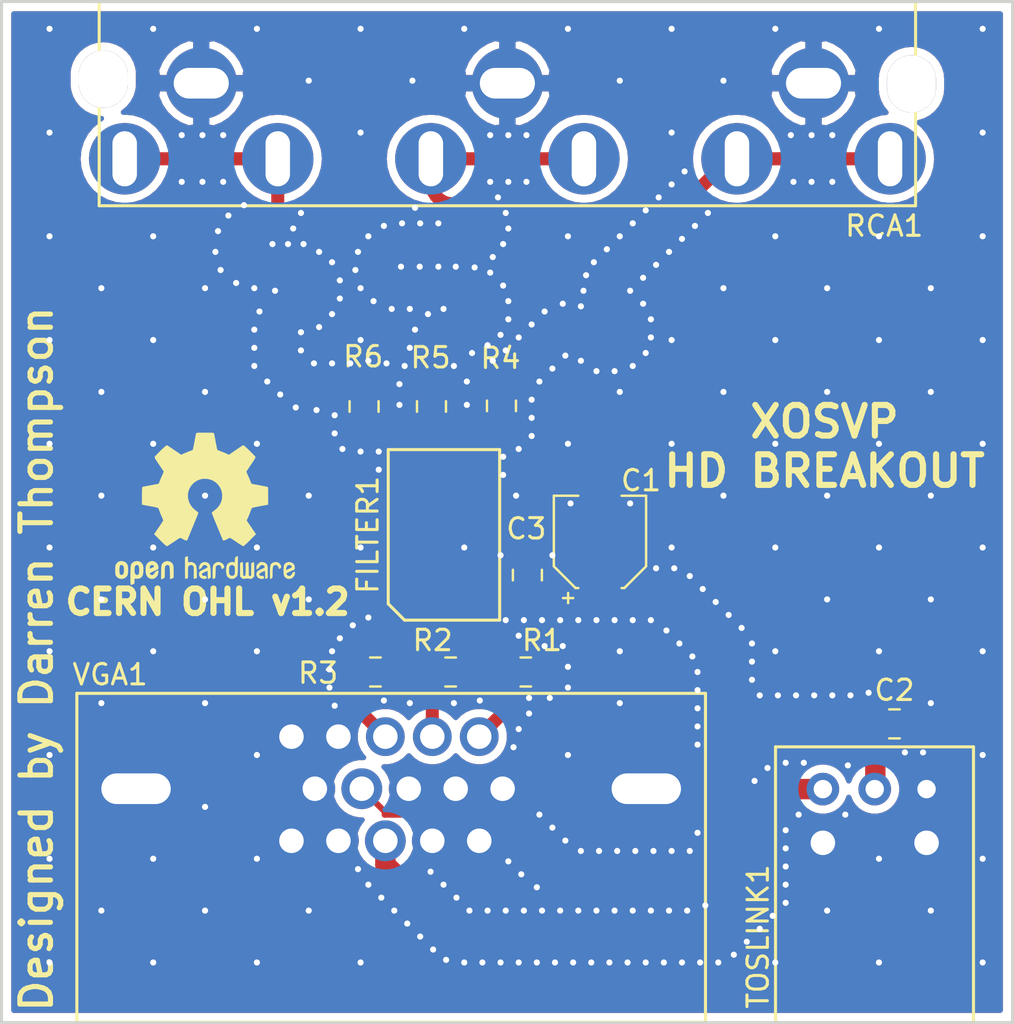
<source format=kicad_pcb>
(kicad_pcb (version 20171130) (host pcbnew 5.0.2-bee76a0~70~ubuntu18.04.1)

  (general
    (thickness 1.6)
    (drawings 7)
    (tracks 583)
    (zones 0)
    (modules 14)
    (nets 13)
  )

  (page A4)
  (layers
    (0 F.Cu signal)
    (31 B.Cu signal)
    (33 F.Adhes user)
    (35 F.Paste user)
    (36 B.SilkS user)
    (37 F.SilkS user)
    (38 B.Mask user)
    (39 F.Mask user)
    (40 Dwgs.User user)
    (41 Cmts.User user)
    (42 Eco1.User user)
    (43 Eco2.User user)
    (44 Edge.Cuts user)
    (45 Margin user)
    (46 B.CrtYd user)
    (47 F.CrtYd user)
    (49 F.Fab user hide)
  )

  (setup
    (last_trace_width 0.25)
    (user_trace_width 0.127)
    (user_trace_width 0.25)
    (user_trace_width 0.3)
    (user_trace_width 1)
    (user_trace_width 2)
    (trace_clearance 0.127)
    (zone_clearance 0.4)
    (zone_45_only yes)
    (trace_min 0.127)
    (segment_width 1)
    (edge_width 0.15)
    (via_size 0.45)
    (via_drill 0.2)
    (via_min_size 0.45)
    (via_min_drill 0.2)
    (user_via 0.6 0.3)
    (uvia_size 0.3)
    (uvia_drill 0.1)
    (uvias_allowed no)
    (uvia_min_size 0.2)
    (uvia_min_drill 0.1)
    (pcb_text_width 0.3)
    (pcb_text_size 1.5 1.5)
    (mod_edge_width 0.15)
    (mod_text_size 1 1)
    (mod_text_width 0.15)
    (pad_size 1.75 1.75)
    (pad_drill 1.2)
    (pad_to_mask_clearance 0)
    (solder_mask_min_width 0.25)
    (aux_axis_origin 0 0)
    (visible_elements 7FFFFFFF)
    (pcbplotparams
      (layerselection 0x010f0_ffffffff)
      (usegerberextensions false)
      (usegerberattributes true)
      (usegerberadvancedattributes true)
      (creategerberjobfile false)
      (excludeedgelayer true)
      (linewidth 0.100000)
      (plotframeref false)
      (viasonmask true)
      (mode 1)
      (useauxorigin false)
      (hpglpennumber 1)
      (hpglpenspeed 20)
      (hpglpendiameter 15.000000)
      (psnegative false)
      (psa4output false)
      (plotreference true)
      (plotvalue true)
      (plotinvisibletext false)
      (padsonsilk false)
      (subtractmaskfromsilk false)
      (outputformat 4)
      (mirror false)
      (drillshape 0)
      (scaleselection 1)
      (outputdirectory "./"))
  )

  (net 0 "")
  (net 1 PB_BLUE)
  (net 2 Y_GREEN)
  (net 3 PR_RED)
  (net 4 SPDIF)
  (net 5 "Net-(FILTER1-Pad8)")
  (net 6 "Net-(FILTER1-Pad6)")
  (net 7 "Net-(R4-Pad2)")
  (net 8 "Net-(R5-Pad2)")
  (net 9 "Net-(R6-Pad2)")
  (net 10 +5V)
  (net 11 Earth)
  (net 12 "Net-(FILTER1-Pad7)")

  (net_class Default "This is the default net class."
    (clearance 0.127)
    (trace_width 0.25)
    (via_dia 0.45)
    (via_drill 0.2)
    (uvia_dia 0.3)
    (uvia_drill 0.1)
  )

  (net_class 75ohm ""
    (clearance 0.4)
    (trace_width 0.64)
    (via_dia 0.64)
    (via_drill 0.2)
    (uvia_dia 0.3)
    (uvia_drill 0.1)
    (add_net "Net-(FILTER1-Pad6)")
    (add_net "Net-(FILTER1-Pad7)")
    (add_net "Net-(FILTER1-Pad8)")
    (add_net "Net-(R4-Pad2)")
    (add_net "Net-(R5-Pad2)")
    (add_net "Net-(R6-Pad2)")
    (add_net PB_BLUE)
    (add_net PR_RED)
    (add_net Y_GREEN)
  )

  (net_class med ""
    (clearance 0.127)
    (trace_width 1)
    (via_dia 0.45)
    (via_drill 0.2)
    (uvia_dia 0.3)
    (uvia_drill 0.1)
    (add_net +5V)
    (add_net Earth)
    (add_net SPDIF)
  )

  (module Symbol:OSHW-Logo2_9.8x8mm_SilkScreen (layer F.Cu) (tedit 5BCBA2F0) (tstamp 5BCBD222)
    (at 30.48 48.895)
    (descr "Open Source Hardware Symbol")
    (tags "Logo Symbol OSHW")
    (attr virtual)
    (fp_text reference REF** (at -1.905 -30.099) (layer F.SilkS) hide
      (effects (font (size 1 1) (thickness 0.15)))
    )
    (fp_text value OSHW-Logo2_9.8x8mm_SilkScreen (at -2.159 -32.258) (layer F.Fab) hide
      (effects (font (size 1 1) (thickness 0.15)))
    )
    (fp_poly (pts (xy 0.139878 -3.712224) (xy 0.245612 -3.711645) (xy 0.322132 -3.710078) (xy 0.374372 -3.707028)
      (xy 0.407263 -3.702004) (xy 0.425737 -3.694511) (xy 0.434727 -3.684056) (xy 0.439163 -3.670147)
      (xy 0.439594 -3.668346) (xy 0.446333 -3.635855) (xy 0.458808 -3.571748) (xy 0.475719 -3.482849)
      (xy 0.495771 -3.375981) (xy 0.517664 -3.257967) (xy 0.518429 -3.253822) (xy 0.540359 -3.138169)
      (xy 0.560877 -3.035986) (xy 0.578659 -2.953402) (xy 0.592381 -2.896544) (xy 0.600718 -2.871542)
      (xy 0.601116 -2.871099) (xy 0.625677 -2.85889) (xy 0.676315 -2.838544) (xy 0.742095 -2.814455)
      (xy 0.742461 -2.814326) (xy 0.825317 -2.783182) (xy 0.923 -2.743509) (xy 1.015077 -2.703619)
      (xy 1.019434 -2.701647) (xy 1.169407 -2.63358) (xy 1.501498 -2.860361) (xy 1.603374 -2.929496)
      (xy 1.695657 -2.991303) (xy 1.773003 -3.042267) (xy 1.830064 -3.078873) (xy 1.861495 -3.097606)
      (xy 1.864479 -3.098996) (xy 1.887321 -3.09281) (xy 1.929982 -3.062965) (xy 1.994128 -3.008053)
      (xy 2.081421 -2.926666) (xy 2.170535 -2.840078) (xy 2.256441 -2.754753) (xy 2.333327 -2.676892)
      (xy 2.396564 -2.611303) (xy 2.441523 -2.562795) (xy 2.463576 -2.536175) (xy 2.464396 -2.534805)
      (xy 2.466834 -2.516537) (xy 2.45765 -2.486705) (xy 2.434574 -2.441279) (xy 2.395337 -2.37623)
      (xy 2.33767 -2.28753) (xy 2.260795 -2.173343) (xy 2.19257 -2.072838) (xy 2.131582 -1.982697)
      (xy 2.081356 -1.908151) (xy 2.045416 -1.854435) (xy 2.027287 -1.826782) (xy 2.026146 -1.824905)
      (xy 2.028359 -1.79841) (xy 2.045138 -1.746914) (xy 2.073142 -1.680149) (xy 2.083122 -1.658828)
      (xy 2.126672 -1.563841) (xy 2.173134 -1.456063) (xy 2.210877 -1.362808) (xy 2.238073 -1.293594)
      (xy 2.259675 -1.240994) (xy 2.272158 -1.213503) (xy 2.273709 -1.211384) (xy 2.296668 -1.207876)
      (xy 2.350786 -1.198262) (xy 2.428868 -1.183911) (xy 2.523719 -1.166193) (xy 2.628143 -1.146475)
      (xy 2.734944 -1.126126) (xy 2.836926 -1.106514) (xy 2.926894 -1.089009) (xy 2.997653 -1.074978)
      (xy 3.042006 -1.065791) (xy 3.052885 -1.063193) (xy 3.064122 -1.056782) (xy 3.072605 -1.042303)
      (xy 3.078714 -1.014867) (xy 3.082832 -0.969589) (xy 3.085341 -0.90158) (xy 3.086621 -0.805953)
      (xy 3.087054 -0.67782) (xy 3.087077 -0.625299) (xy 3.087077 -0.198155) (xy 2.9845 -0.177909)
      (xy 2.927431 -0.16693) (xy 2.842269 -0.150905) (xy 2.739372 -0.131767) (xy 2.629096 -0.111449)
      (xy 2.598615 -0.105868) (xy 2.496855 -0.086083) (xy 2.408205 -0.066627) (xy 2.340108 -0.049303)
      (xy 2.300004 -0.035912) (xy 2.293323 -0.031921) (xy 2.276919 -0.003658) (xy 2.253399 0.051109)
      (xy 2.227316 0.121588) (xy 2.222142 0.136769) (xy 2.187956 0.230896) (xy 2.145523 0.337101)
      (xy 2.103997 0.432473) (xy 2.103792 0.432916) (xy 2.03464 0.582525) (xy 2.489512 1.251617)
      (xy 2.1975 1.544116) (xy 2.10918 1.63117) (xy 2.028625 1.707909) (xy 1.96036 1.770237)
      (xy 1.908908 1.814056) (xy 1.878794 1.83527) (xy 1.874474 1.836616) (xy 1.849111 1.826016)
      (xy 1.797358 1.796547) (xy 1.724868 1.751705) (xy 1.637294 1.694984) (xy 1.542612 1.631462)
      (xy 1.446516 1.566668) (xy 1.360837 1.510287) (xy 1.291016 1.465788) (xy 1.242494 1.436639)
      (xy 1.220782 1.426308) (xy 1.194293 1.43505) (xy 1.144062 1.458087) (xy 1.080451 1.490631)
      (xy 1.073708 1.494249) (xy 0.988046 1.53721) (xy 0.929306 1.558279) (xy 0.892772 1.558503)
      (xy 0.873731 1.538928) (xy 0.87362 1.538654) (xy 0.864102 1.515472) (xy 0.841403 1.460441)
      (xy 0.807282 1.377822) (xy 0.7635 1.271872) (xy 0.711816 1.146852) (xy 0.653992 1.00702)
      (xy 0.597991 0.871637) (xy 0.536447 0.722234) (xy 0.479939 0.583832) (xy 0.430161 0.460673)
      (xy 0.388806 0.357002) (xy 0.357568 0.277059) (xy 0.338141 0.225088) (xy 0.332154 0.205692)
      (xy 0.347168 0.183443) (xy 0.386439 0.147982) (xy 0.438807 0.108887) (xy 0.587941 -0.014755)
      (xy 0.704511 -0.156478) (xy 0.787118 -0.313296) (xy 0.834366 -0.482225) (xy 0.844857 -0.660278)
      (xy 0.837231 -0.742461) (xy 0.795682 -0.912969) (xy 0.724123 -1.063541) (xy 0.626995 -1.192691)
      (xy 0.508734 -1.298936) (xy 0.37378 -1.38079) (xy 0.226571 -1.436768) (xy 0.071544 -1.465385)
      (xy -0.086861 -1.465156) (xy -0.244206 -1.434595) (xy -0.396054 -1.372218) (xy -0.537965 -1.27654)
      (xy -0.597197 -1.222428) (xy -0.710797 -1.08348) (xy -0.789894 -0.931639) (xy -0.835014 -0.771333)
      (xy -0.846684 -0.606988) (xy -0.825431 -0.443029) (xy -0.77178 -0.283882) (xy -0.68626 -0.133975)
      (xy -0.569395 0.002267) (xy -0.438807 0.108887) (xy -0.384412 0.149642) (xy -0.345986 0.184718)
      (xy -0.332154 0.205726) (xy -0.339397 0.228635) (xy -0.359995 0.283365) (xy -0.392254 0.365672)
      (xy -0.434479 0.471315) (xy -0.484977 0.59605) (xy -0.542052 0.735636) (xy -0.598146 0.87167)
      (xy -0.660033 1.021201) (xy -0.717356 1.159767) (xy -0.768356 1.283107) (xy -0.811273 1.386964)
      (xy -0.844347 1.46708) (xy -0.865819 1.519195) (xy -0.873775 1.538654) (xy -0.892571 1.558423)
      (xy -0.928926 1.558365) (xy -0.987521 1.537441) (xy -1.073032 1.494613) (xy -1.073708 1.494249)
      (xy -1.138093 1.461012) (xy -1.190139 1.436802) (xy -1.219488 1.426404) (xy -1.220783 1.426308)
      (xy -1.242876 1.436855) (xy -1.291652 1.466184) (xy -1.361669 1.510827) (xy -1.447486 1.567314)
      (xy -1.542612 1.631462) (xy -1.63946 1.696411) (xy -1.726747 1.752896) (xy -1.798819 1.797421)
      (xy -1.850023 1.82649) (xy -1.874474 1.836616) (xy -1.89699 1.823307) (xy -1.942258 1.786112)
      (xy -2.005756 1.729128) (xy -2.082961 1.656449) (xy -2.169349 1.572171) (xy -2.197601 1.544016)
      (xy -2.489713 1.251416) (xy -2.267369 0.925104) (xy -2.199798 0.824897) (xy -2.140493 0.734963)
      (xy -2.092783 0.66051) (xy -2.059993 0.606751) (xy -2.045452 0.578894) (xy -2.045026 0.576912)
      (xy -2.052692 0.550655) (xy -2.073311 0.497837) (xy -2.103315 0.42731) (xy -2.124375 0.380093)
      (xy -2.163752 0.289694) (xy -2.200835 0.198366) (xy -2.229585 0.1212) (xy -2.237395 0.097692)
      (xy -2.259583 0.034916) (xy -2.281273 -0.013589) (xy -2.293187 -0.031921) (xy -2.319477 -0.043141)
      (xy -2.376858 -0.059046) (xy -2.457882 -0.077833) (xy -2.555105 -0.097701) (xy -2.598615 -0.105868)
      (xy -2.709104 -0.126171) (xy -2.815084 -0.14583) (xy -2.906199 -0.162912) (xy -2.972092 -0.175482)
      (xy -2.9845 -0.177909) (xy -3.087077 -0.198155) (xy -3.087077 -0.625299) (xy -3.086847 -0.765754)
      (xy -3.085901 -0.872021) (xy -3.083859 -0.948987) (xy -3.080338 -1.00154) (xy -3.074957 -1.034567)
      (xy -3.067334 -1.052955) (xy -3.057088 -1.061592) (xy -3.052885 -1.063193) (xy -3.02753 -1.068873)
      (xy -2.971516 -1.080205) (xy -2.892036 -1.095821) (xy -2.796288 -1.114353) (xy -2.691467 -1.134431)
      (xy -2.584768 -1.154688) (xy -2.483387 -1.173754) (xy -2.394521 -1.190261) (xy -2.325363 -1.202841)
      (xy -2.283111 -1.210125) (xy -2.27371 -1.211384) (xy -2.265193 -1.228237) (xy -2.24634 -1.27313)
      (xy -2.220676 -1.33757) (xy -2.210877 -1.362808) (xy -2.171352 -1.460314) (xy -2.124808 -1.568041)
      (xy -2.083123 -1.658828) (xy -2.05245 -1.728247) (xy -2.032044 -1.78529) (xy -2.025232 -1.820223)
      (xy -2.026318 -1.824905) (xy -2.040715 -1.847009) (xy -2.073588 -1.896169) (xy -2.12141 -1.967152)
      (xy -2.180652 -2.054722) (xy -2.247785 -2.153643) (xy -2.261059 -2.17317) (xy -2.338954 -2.28886)
      (xy -2.396213 -2.376956) (xy -2.435119 -2.441514) (xy -2.457956 -2.486589) (xy -2.467006 -2.516237)
      (xy -2.464552 -2.534515) (xy -2.464489 -2.534631) (xy -2.445173 -2.558639) (xy -2.402449 -2.605053)
      (xy -2.340949 -2.669063) (xy -2.265302 -2.745855) (xy -2.180139 -2.830618) (xy -2.170535 -2.840078)
      (xy -2.06321 -2.944011) (xy -1.980385 -3.020325) (xy -1.920395 -3.070429) (xy -1.881577 -3.09573)
      (xy -1.86448 -3.098996) (xy -1.839527 -3.08475) (xy -1.787745 -3.051844) (xy -1.71448 -3.003792)
      (xy -1.62508 -2.94411) (xy -1.524889 -2.876312) (xy -1.501499 -2.860361) (xy -1.169407 -2.63358)
      (xy -1.019435 -2.701647) (xy -0.92823 -2.741315) (xy -0.830331 -2.781209) (xy -0.746169 -2.813017)
      (xy -0.742462 -2.814326) (xy -0.676631 -2.838424) (xy -0.625884 -2.8588) (xy -0.601158 -2.871064)
      (xy -0.601116 -2.871099) (xy -0.593271 -2.893266) (xy -0.579934 -2.947783) (xy -0.56243 -3.02852)
      (xy -0.542083 -3.12935) (xy -0.520218 -3.244144) (xy -0.518429 -3.253822) (xy -0.496496 -3.372096)
      (xy -0.47636 -3.479458) (xy -0.45932 -3.569083) (xy -0.446672 -3.634149) (xy -0.439716 -3.667832)
      (xy -0.439594 -3.668346) (xy -0.435361 -3.682675) (xy -0.427129 -3.693493) (xy -0.409967 -3.701294)
      (xy -0.378942 -3.706571) (xy -0.329122 -3.709818) (xy -0.255576 -3.711528) (xy -0.153371 -3.712193)
      (xy -0.017575 -3.712307) (xy 0 -3.712308) (xy 0.139878 -3.712224)) (layer F.SilkS) (width 0.01))
    (fp_poly (pts (xy 4.245224 2.647838) (xy 4.322528 2.698361) (xy 4.359814 2.74359) (xy 4.389353 2.825663)
      (xy 4.391699 2.890607) (xy 4.386385 2.977445) (xy 4.186115 3.065103) (xy 4.088739 3.109887)
      (xy 4.025113 3.145913) (xy 3.992029 3.177117) (xy 3.98628 3.207436) (xy 4.004658 3.240805)
      (xy 4.024923 3.262923) (xy 4.083889 3.298393) (xy 4.148024 3.300879) (xy 4.206926 3.273235)
      (xy 4.250197 3.21832) (xy 4.257936 3.198928) (xy 4.295006 3.138364) (xy 4.337654 3.112552)
      (xy 4.396154 3.090471) (xy 4.396154 3.174184) (xy 4.390982 3.23115) (xy 4.370723 3.279189)
      (xy 4.328262 3.334346) (xy 4.321951 3.341514) (xy 4.27472 3.390585) (xy 4.234121 3.41692)
      (xy 4.183328 3.429035) (xy 4.14122 3.433003) (xy 4.065902 3.433991) (xy 4.012286 3.421466)
      (xy 3.978838 3.402869) (xy 3.926268 3.361975) (xy 3.889879 3.317748) (xy 3.86685 3.262126)
      (xy 3.854359 3.187047) (xy 3.849587 3.084449) (xy 3.849206 3.032376) (xy 3.850501 2.969948)
      (xy 3.968471 2.969948) (xy 3.969839 3.003438) (xy 3.973249 3.008923) (xy 3.995753 3.001472)
      (xy 4.044182 2.981753) (xy 4.108908 2.953718) (xy 4.122443 2.947692) (xy 4.204244 2.906096)
      (xy 4.249312 2.869538) (xy 4.259217 2.835296) (xy 4.235526 2.800648) (xy 4.21596 2.785339)
      (xy 4.14536 2.754721) (xy 4.07928 2.75978) (xy 4.023959 2.797151) (xy 3.985636 2.863473)
      (xy 3.973349 2.916116) (xy 3.968471 2.969948) (xy 3.850501 2.969948) (xy 3.85173 2.91072)
      (xy 3.861032 2.82071) (xy 3.87946 2.755167) (xy 3.90936 2.706912) (xy 3.95308 2.668767)
      (xy 3.972141 2.65644) (xy 4.058726 2.624336) (xy 4.153522 2.622316) (xy 4.245224 2.647838)) (layer F.SilkS) (width 0.01))
    (fp_poly (pts (xy 3.570807 2.636782) (xy 3.594161 2.646988) (xy 3.649902 2.691134) (xy 3.697569 2.754967)
      (xy 3.727048 2.823087) (xy 3.731846 2.85667) (xy 3.71576 2.903556) (xy 3.680475 2.928365)
      (xy 3.642644 2.943387) (xy 3.625321 2.946155) (xy 3.616886 2.926066) (xy 3.60023 2.882351)
      (xy 3.592923 2.862598) (xy 3.551948 2.794271) (xy 3.492622 2.760191) (xy 3.416552 2.761239)
      (xy 3.410918 2.762581) (xy 3.370305 2.781836) (xy 3.340448 2.819375) (xy 3.320055 2.879809)
      (xy 3.307836 2.967751) (xy 3.3025 3.087813) (xy 3.302 3.151698) (xy 3.301752 3.252403)
      (xy 3.300126 3.321054) (xy 3.295801 3.364673) (xy 3.287454 3.390282) (xy 3.273765 3.404903)
      (xy 3.253411 3.415558) (xy 3.252234 3.416095) (xy 3.213038 3.432667) (xy 3.193619 3.438769)
      (xy 3.190635 3.420319) (xy 3.188081 3.369323) (xy 3.18614 3.292308) (xy 3.184997 3.195805)
      (xy 3.184769 3.125184) (xy 3.185932 2.988525) (xy 3.190479 2.884851) (xy 3.199999 2.808108)
      (xy 3.216081 2.752246) (xy 3.240313 2.711212) (xy 3.274286 2.678954) (xy 3.307833 2.65644)
      (xy 3.388499 2.626476) (xy 3.482381 2.619718) (xy 3.570807 2.636782)) (layer F.SilkS) (width 0.01))
    (fp_poly (pts (xy 2.887333 2.633528) (xy 2.94359 2.659117) (xy 2.987747 2.690124) (xy 3.020101 2.724795)
      (xy 3.042438 2.76952) (xy 3.056546 2.830692) (xy 3.064211 2.914701) (xy 3.06722 3.02794)
      (xy 3.067538 3.102509) (xy 3.067538 3.39342) (xy 3.017773 3.416095) (xy 2.978576 3.432667)
      (xy 2.959157 3.438769) (xy 2.955442 3.42061) (xy 2.952495 3.371648) (xy 2.950691 3.300153)
      (xy 2.950308 3.243385) (xy 2.948661 3.161371) (xy 2.944222 3.096309) (xy 2.93774 3.056467)
      (xy 2.93259 3.048) (xy 2.897977 3.056646) (xy 2.84364 3.078823) (xy 2.780722 3.108886)
      (xy 2.720368 3.141192) (xy 2.673721 3.170098) (xy 2.651926 3.189961) (xy 2.651839 3.190175)
      (xy 2.653714 3.226935) (xy 2.670525 3.262026) (xy 2.700039 3.290528) (xy 2.743116 3.300061)
      (xy 2.779932 3.29895) (xy 2.832074 3.298133) (xy 2.859444 3.310349) (xy 2.875882 3.342624)
      (xy 2.877955 3.34871) (xy 2.885081 3.394739) (xy 2.866024 3.422687) (xy 2.816353 3.436007)
      (xy 2.762697 3.43847) (xy 2.666142 3.42021) (xy 2.616159 3.394131) (xy 2.554429 3.332868)
      (xy 2.52169 3.25767) (xy 2.518753 3.178211) (xy 2.546424 3.104167) (xy 2.588047 3.057769)
      (xy 2.629604 3.031793) (xy 2.694922 2.998907) (xy 2.771038 2.965557) (xy 2.783726 2.960461)
      (xy 2.867333 2.923565) (xy 2.91553 2.891046) (xy 2.93103 2.858718) (xy 2.91655 2.822394)
      (xy 2.891692 2.794) (xy 2.832939 2.759039) (xy 2.768293 2.756417) (xy 2.709008 2.783358)
      (xy 2.666339 2.837088) (xy 2.660739 2.85095) (xy 2.628133 2.901936) (xy 2.58053 2.939787)
      (xy 2.520461 2.97085) (xy 2.520461 2.882768) (xy 2.523997 2.828951) (xy 2.539156 2.786534)
      (xy 2.572768 2.741279) (xy 2.605035 2.70642) (xy 2.655209 2.657062) (xy 2.694193 2.630547)
      (xy 2.736064 2.619911) (xy 2.78346 2.618154) (xy 2.887333 2.633528)) (layer F.SilkS) (width 0.01))
    (fp_poly (pts (xy 2.395929 2.636662) (xy 2.398911 2.688068) (xy 2.401247 2.766192) (xy 2.402749 2.864857)
      (xy 2.403231 2.968343) (xy 2.403231 3.318533) (xy 2.341401 3.380363) (xy 2.298793 3.418462)
      (xy 2.26139 3.433895) (xy 2.21027 3.432918) (xy 2.189978 3.430433) (xy 2.126554 3.4232)
      (xy 2.074095 3.419055) (xy 2.061308 3.418672) (xy 2.018199 3.421176) (xy 1.956544 3.427462)
      (xy 1.932638 3.430433) (xy 1.873922 3.435028) (xy 1.834464 3.425046) (xy 1.795338 3.394228)
      (xy 1.781215 3.380363) (xy 1.719385 3.318533) (xy 1.719385 2.663503) (xy 1.76915 2.640829)
      (xy 1.812002 2.624034) (xy 1.837073 2.618154) (xy 1.843501 2.636736) (xy 1.849509 2.688655)
      (xy 1.854697 2.768172) (xy 1.858664 2.869546) (xy 1.860577 2.955192) (xy 1.865923 3.292231)
      (xy 1.91256 3.298825) (xy 1.954976 3.294214) (xy 1.97576 3.279287) (xy 1.98157 3.251377)
      (xy 1.98653 3.191925) (xy 1.990246 3.108466) (xy 1.992324 3.008532) (xy 1.992624 2.957104)
      (xy 1.992923 2.661054) (xy 2.054454 2.639604) (xy 2.098004 2.62502) (xy 2.121694 2.618219)
      (xy 2.122377 2.618154) (xy 2.124754 2.636642) (xy 2.127366 2.687906) (xy 2.129995 2.765649)
      (xy 2.132421 2.863574) (xy 2.134115 2.955192) (xy 2.139461 3.292231) (xy 2.256692 3.292231)
      (xy 2.262072 2.984746) (xy 2.267451 2.677261) (xy 2.324601 2.647707) (xy 2.366797 2.627413)
      (xy 2.39177 2.618204) (xy 2.392491 2.618154) (xy 2.395929 2.636662)) (layer F.SilkS) (width 0.01))
    (fp_poly (pts (xy 1.602081 2.780289) (xy 1.601833 2.92632) (xy 1.600872 3.038655) (xy 1.598794 3.122678)
      (xy 1.595193 3.183769) (xy 1.589665 3.227309) (xy 1.581804 3.258679) (xy 1.571207 3.283262)
      (xy 1.563182 3.297294) (xy 1.496728 3.373388) (xy 1.41247 3.421084) (xy 1.319249 3.438199)
      (xy 1.2259 3.422546) (xy 1.170312 3.394418) (xy 1.111957 3.34576) (xy 1.072186 3.286333)
      (xy 1.04819 3.208507) (xy 1.037161 3.104652) (xy 1.035599 3.028462) (xy 1.035809 3.022986)
      (xy 1.172308 3.022986) (xy 1.173141 3.110355) (xy 1.176961 3.168192) (xy 1.185746 3.206029)
      (xy 1.201474 3.233398) (xy 1.220266 3.254042) (xy 1.283375 3.29389) (xy 1.351137 3.297295)
      (xy 1.415179 3.264025) (xy 1.420164 3.259517) (xy 1.441439 3.236067) (xy 1.454779 3.208166)
      (xy 1.462001 3.166641) (xy 1.464923 3.102316) (xy 1.465385 3.0312) (xy 1.464383 2.941858)
      (xy 1.460238 2.882258) (xy 1.451236 2.843089) (xy 1.435667 2.81504) (xy 1.422902 2.800144)
      (xy 1.3636 2.762575) (xy 1.295301 2.758057) (xy 1.23011 2.786753) (xy 1.217528 2.797406)
      (xy 1.196111 2.821063) (xy 1.182744 2.849251) (xy 1.175566 2.891245) (xy 1.172719 2.956319)
      (xy 1.172308 3.022986) (xy 1.035809 3.022986) (xy 1.040322 2.905765) (xy 1.056362 2.813577)
      (xy 1.086528 2.744269) (xy 1.133629 2.690211) (xy 1.170312 2.662505) (xy 1.23699 2.632572)
      (xy 1.314272 2.618678) (xy 1.38611 2.622397) (xy 1.426308 2.6374) (xy 1.442082 2.64167)
      (xy 1.45255 2.62575) (xy 1.459856 2.583089) (xy 1.465385 2.518106) (xy 1.471437 2.445732)
      (xy 1.479844 2.402187) (xy 1.495141 2.377287) (xy 1.521864 2.360845) (xy 1.538654 2.353564)
      (xy 1.602154 2.326963) (xy 1.602081 2.780289)) (layer F.SilkS) (width 0.01))
    (fp_poly (pts (xy 0.713362 2.62467) (xy 0.802117 2.657421) (xy 0.874022 2.71535) (xy 0.902144 2.756128)
      (xy 0.932802 2.830954) (xy 0.932165 2.885058) (xy 0.899987 2.921446) (xy 0.888081 2.927633)
      (xy 0.836675 2.946925) (xy 0.810422 2.941982) (xy 0.80153 2.909587) (xy 0.801077 2.891692)
      (xy 0.784797 2.825859) (xy 0.742365 2.779807) (xy 0.683388 2.757564) (xy 0.617475 2.763161)
      (xy 0.563895 2.792229) (xy 0.545798 2.80881) (xy 0.532971 2.828925) (xy 0.524306 2.859332)
      (xy 0.518696 2.906788) (xy 0.515035 2.97805) (xy 0.512215 3.079875) (xy 0.511484 3.112115)
      (xy 0.50882 3.22241) (xy 0.505792 3.300036) (xy 0.50125 3.351396) (xy 0.494046 3.38289)
      (xy 0.483033 3.40092) (xy 0.46706 3.411888) (xy 0.456834 3.416733) (xy 0.413406 3.433301)
      (xy 0.387842 3.438769) (xy 0.379395 3.420507) (xy 0.374239 3.365296) (xy 0.372346 3.272499)
      (xy 0.373689 3.141478) (xy 0.374107 3.121269) (xy 0.377058 3.001733) (xy 0.380548 2.914449)
      (xy 0.385514 2.852591) (xy 0.392893 2.809336) (xy 0.403624 2.77786) (xy 0.418645 2.751339)
      (xy 0.426502 2.739975) (xy 0.471553 2.689692) (xy 0.52194 2.650581) (xy 0.528108 2.647167)
      (xy 0.618458 2.620212) (xy 0.713362 2.62467)) (layer F.SilkS) (width 0.01))
    (fp_poly (pts (xy 0.053501 2.626303) (xy 0.13006 2.654733) (xy 0.130936 2.655279) (xy 0.178285 2.690127)
      (xy 0.213241 2.730852) (xy 0.237825 2.783925) (xy 0.254062 2.855814) (xy 0.263975 2.952992)
      (xy 0.269586 3.081928) (xy 0.270077 3.100298) (xy 0.277141 3.377287) (xy 0.217695 3.408028)
      (xy 0.174681 3.428802) (xy 0.14871 3.438646) (xy 0.147509 3.438769) (xy 0.143014 3.420606)
      (xy 0.139444 3.371612) (xy 0.137248 3.300031) (xy 0.136769 3.242068) (xy 0.136758 3.14817)
      (xy 0.132466 3.089203) (xy 0.117503 3.061079) (xy 0.085482 3.059706) (xy 0.030014 3.080998)
      (xy -0.053731 3.120136) (xy -0.115311 3.152643) (xy -0.146983 3.180845) (xy -0.156294 3.211582)
      (xy -0.156308 3.213104) (xy -0.140943 3.266054) (xy -0.095453 3.29466) (xy -0.025834 3.298803)
      (xy 0.024313 3.298084) (xy 0.050754 3.312527) (xy 0.067243 3.347218) (xy 0.076733 3.391416)
      (xy 0.063057 3.416493) (xy 0.057907 3.420082) (xy 0.009425 3.434496) (xy -0.058469 3.436537)
      (xy -0.128388 3.426983) (xy -0.177932 3.409522) (xy -0.24643 3.351364) (xy -0.285366 3.270408)
      (xy -0.293077 3.20716) (xy -0.287193 3.150111) (xy -0.265899 3.103542) (xy -0.223735 3.062181)
      (xy -0.155241 3.020755) (xy -0.054956 2.973993) (xy -0.048846 2.97135) (xy 0.04149 2.929617)
      (xy 0.097235 2.895391) (xy 0.121129 2.864635) (xy 0.115913 2.833311) (xy 0.084328 2.797383)
      (xy 0.074883 2.789116) (xy 0.011617 2.757058) (xy -0.053936 2.758407) (xy -0.111028 2.789838)
      (xy -0.148907 2.848024) (xy -0.152426 2.859446) (xy -0.1867 2.914837) (xy -0.230191 2.941518)
      (xy -0.293077 2.96796) (xy -0.293077 2.899548) (xy -0.273948 2.80011) (xy -0.217169 2.708902)
      (xy -0.187622 2.678389) (xy -0.120458 2.639228) (xy -0.035044 2.6215) (xy 0.053501 2.626303)) (layer F.SilkS) (width 0.01))
    (fp_poly (pts (xy -0.840154 2.49212) (xy -0.834428 2.57198) (xy -0.827851 2.619039) (xy -0.818738 2.639566)
      (xy -0.805402 2.639829) (xy -0.801077 2.637378) (xy -0.743556 2.619636) (xy -0.668732 2.620672)
      (xy -0.592661 2.63891) (xy -0.545082 2.662505) (xy -0.496298 2.700198) (xy -0.460636 2.742855)
      (xy -0.436155 2.797057) (xy -0.420913 2.869384) (xy -0.41297 2.966419) (xy -0.410384 3.094742)
      (xy -0.410338 3.119358) (xy -0.410308 3.39587) (xy -0.471839 3.41732) (xy -0.515541 3.431912)
      (xy -0.539518 3.438706) (xy -0.540223 3.438769) (xy -0.542585 3.420345) (xy -0.544594 3.369526)
      (xy -0.546099 3.292993) (xy -0.546947 3.19743) (xy -0.547077 3.139329) (xy -0.547349 3.024771)
      (xy -0.548748 2.942667) (xy -0.552151 2.886393) (xy -0.558433 2.849326) (xy -0.568471 2.824844)
      (xy -0.583139 2.806325) (xy -0.592298 2.797406) (xy -0.655211 2.761466) (xy -0.723864 2.758775)
      (xy -0.786152 2.78917) (xy -0.797671 2.800144) (xy -0.814567 2.820779) (xy -0.826286 2.845256)
      (xy -0.833767 2.880647) (xy -0.837946 2.934026) (xy -0.839763 3.012466) (xy -0.840154 3.120617)
      (xy -0.840154 3.39587) (xy -0.901685 3.41732) (xy -0.945387 3.431912) (xy -0.969364 3.438706)
      (xy -0.97007 3.438769) (xy -0.971874 3.420069) (xy -0.9735 3.367322) (xy -0.974883 3.285557)
      (xy -0.975958 3.179805) (xy -0.97666 3.055094) (xy -0.976923 2.916455) (xy -0.976923 2.381806)
      (xy -0.849923 2.328236) (xy -0.840154 2.49212)) (layer F.SilkS) (width 0.01))
    (fp_poly (pts (xy -2.465746 2.599745) (xy -2.388714 2.651567) (xy -2.329184 2.726412) (xy -2.293622 2.821654)
      (xy -2.286429 2.891756) (xy -2.287246 2.921009) (xy -2.294086 2.943407) (xy -2.312888 2.963474)
      (xy -2.349592 2.985733) (xy -2.410138 3.014709) (xy -2.500466 3.054927) (xy -2.500923 3.055129)
      (xy -2.584067 3.09321) (xy -2.652247 3.127025) (xy -2.698495 3.152933) (xy -2.715842 3.167295)
      (xy -2.715846 3.167411) (xy -2.700557 3.198685) (xy -2.664804 3.233157) (xy -2.623758 3.25799)
      (xy -2.602963 3.262923) (xy -2.54623 3.245862) (xy -2.497373 3.203133) (xy -2.473535 3.156155)
      (xy -2.450603 3.121522) (xy -2.405682 3.082081) (xy -2.352877 3.048009) (xy -2.30629 3.02948)
      (xy -2.296548 3.028462) (xy -2.285582 3.045215) (xy -2.284921 3.088039) (xy -2.29298 3.145781)
      (xy -2.308173 3.207289) (xy -2.328914 3.261409) (xy -2.329962 3.26351) (xy -2.392379 3.35066)
      (xy -2.473274 3.409939) (xy -2.565144 3.439034) (xy -2.660487 3.435634) (xy -2.751802 3.397428)
      (xy -2.755862 3.394741) (xy -2.827694 3.329642) (xy -2.874927 3.244705) (xy -2.901066 3.133021)
      (xy -2.904574 3.101643) (xy -2.910787 2.953536) (xy -2.903339 2.884468) (xy -2.715846 2.884468)
      (xy -2.71341 2.927552) (xy -2.700086 2.940126) (xy -2.666868 2.930719) (xy -2.614506 2.908483)
      (xy -2.555976 2.88061) (xy -2.554521 2.879872) (xy -2.504911 2.853777) (xy -2.485 2.836363)
      (xy -2.48991 2.818107) (xy -2.510584 2.79412) (xy -2.563181 2.759406) (xy -2.619823 2.756856)
      (xy -2.670631 2.782119) (xy -2.705724 2.830847) (xy -2.715846 2.884468) (xy -2.903339 2.884468)
      (xy -2.898008 2.835036) (xy -2.865222 2.741055) (xy -2.819579 2.675215) (xy -2.737198 2.608681)
      (xy -2.646454 2.575676) (xy -2.553815 2.573573) (xy -2.465746 2.599745)) (layer F.SilkS) (width 0.01))
    (fp_poly (pts (xy -3.983114 2.587256) (xy -3.891536 2.635409) (xy -3.823951 2.712905) (xy -3.799943 2.762727)
      (xy -3.781262 2.837533) (xy -3.771699 2.932052) (xy -3.770792 3.03521) (xy -3.778079 3.135935)
      (xy -3.793097 3.223153) (xy -3.815385 3.285791) (xy -3.822235 3.296579) (xy -3.903368 3.377105)
      (xy -3.999734 3.425336) (xy -4.104299 3.43945) (xy -4.210032 3.417629) (xy -4.239457 3.404547)
      (xy -4.296759 3.364231) (xy -4.34705 3.310775) (xy -4.351803 3.303995) (xy -4.371122 3.271321)
      (xy -4.383892 3.236394) (xy -4.391436 3.190414) (xy -4.395076 3.124584) (xy -4.396135 3.030105)
      (xy -4.396154 3.008923) (xy -4.396106 3.002182) (xy -4.200769 3.002182) (xy -4.199632 3.091349)
      (xy -4.195159 3.15052) (xy -4.185754 3.188741) (xy -4.169824 3.215053) (xy -4.161692 3.223846)
      (xy -4.114942 3.257261) (xy -4.069553 3.255737) (xy -4.02366 3.226752) (xy -3.996288 3.195809)
      (xy -3.980077 3.150643) (xy -3.970974 3.07942) (xy -3.970349 3.071114) (xy -3.968796 2.942037)
      (xy -3.985035 2.846172) (xy -4.018848 2.784107) (xy -4.070016 2.756432) (xy -4.08828 2.754923)
      (xy -4.13624 2.762513) (xy -4.169047 2.788808) (xy -4.189105 2.839095) (xy -4.198822 2.918664)
      (xy -4.200769 3.002182) (xy -4.396106 3.002182) (xy -4.395426 2.908249) (xy -4.392371 2.837906)
      (xy -4.385678 2.789163) (xy -4.37404 2.753288) (xy -4.356147 2.721548) (xy -4.352192 2.715648)
      (xy -4.285733 2.636104) (xy -4.213315 2.589929) (xy -4.125151 2.571599) (xy -4.095213 2.570703)
      (xy -3.983114 2.587256)) (layer F.SilkS) (width 0.01))
    (fp_poly (pts (xy -1.728336 2.595089) (xy -1.665633 2.631358) (xy -1.622039 2.667358) (xy -1.590155 2.705075)
      (xy -1.56819 2.751199) (xy -1.554351 2.812421) (xy -1.546847 2.895431) (xy -1.543883 3.006919)
      (xy -1.543539 3.087062) (xy -1.543539 3.382065) (xy -1.709615 3.456515) (xy -1.719385 3.133402)
      (xy -1.723421 3.012729) (xy -1.727656 2.925141) (xy -1.732903 2.86465) (xy -1.739975 2.825268)
      (xy -1.749689 2.801007) (xy -1.762856 2.78588) (xy -1.767081 2.782606) (xy -1.831091 2.757034)
      (xy -1.895792 2.767153) (xy -1.934308 2.794) (xy -1.949975 2.813024) (xy -1.96082 2.837988)
      (xy -1.967712 2.875834) (xy -1.971521 2.933502) (xy -1.973117 3.017935) (xy -1.973385 3.105928)
      (xy -1.973437 3.216323) (xy -1.975328 3.294463) (xy -1.981655 3.347165) (xy -1.995017 3.381242)
      (xy -2.018015 3.403511) (xy -2.053246 3.420787) (xy -2.100303 3.438738) (xy -2.151697 3.458278)
      (xy -2.145579 3.111485) (xy -2.143116 2.986468) (xy -2.140233 2.894082) (xy -2.136102 2.827881)
      (xy -2.129893 2.78142) (xy -2.120774 2.748256) (xy -2.107917 2.721944) (xy -2.092416 2.698729)
      (xy -2.017629 2.624569) (xy -1.926372 2.581684) (xy -1.827117 2.571412) (xy -1.728336 2.595089)) (layer F.SilkS) (width 0.01))
    (fp_poly (pts (xy -3.231114 2.584505) (xy -3.156461 2.621727) (xy -3.090569 2.690261) (xy -3.072423 2.715648)
      (xy -3.052655 2.748866) (xy -3.039828 2.784945) (xy -3.03249 2.833098) (xy -3.029187 2.902536)
      (xy -3.028462 2.994206) (xy -3.031737 3.11983) (xy -3.043123 3.214154) (xy -3.064959 3.284523)
      (xy -3.099581 3.338286) (xy -3.14933 3.382788) (xy -3.152986 3.385423) (xy -3.202015 3.412377)
      (xy -3.261055 3.425712) (xy -3.336141 3.429) (xy -3.458205 3.429) (xy -3.458256 3.547497)
      (xy -3.459392 3.613492) (xy -3.466314 3.652202) (xy -3.484402 3.675419) (xy -3.519038 3.694933)
      (xy -3.527355 3.69892) (xy -3.56628 3.717603) (xy -3.596417 3.729403) (xy -3.618826 3.730422)
      (xy -3.634567 3.716761) (xy -3.644698 3.684522) (xy -3.650277 3.629804) (xy -3.652365 3.548711)
      (xy -3.652019 3.437344) (xy -3.6503 3.291802) (xy -3.649763 3.248269) (xy -3.647828 3.098205)
      (xy -3.646096 3.000042) (xy -3.458308 3.000042) (xy -3.457252 3.083364) (xy -3.452562 3.13788)
      (xy -3.441949 3.173837) (xy -3.423128 3.201482) (xy -3.41035 3.214965) (xy -3.35811 3.254417)
      (xy -3.311858 3.257628) (xy -3.264133 3.225049) (xy -3.262923 3.223846) (xy -3.243506 3.198668)
      (xy -3.231693 3.164447) (xy -3.225735 3.111748) (xy -3.22388 3.031131) (xy -3.223846 3.013271)
      (xy -3.22833 2.902175) (xy -3.242926 2.825161) (xy -3.26935 2.778147) (xy -3.309317 2.75705)
      (xy -3.332416 2.754923) (xy -3.387238 2.7649) (xy -3.424842 2.797752) (xy -3.447477 2.857857)
      (xy -3.457394 2.949598) (xy -3.458308 3.000042) (xy -3.646096 3.000042) (xy -3.645778 2.98206)
      (xy -3.643127 2.894679) (xy -3.639394 2.830905) (xy -3.634093 2.785582) (xy -3.626742 2.753555)
      (xy -3.616857 2.729668) (xy -3.603954 2.708764) (xy -3.598421 2.700898) (xy -3.525031 2.626595)
      (xy -3.43224 2.584467) (xy -3.324904 2.572722) (xy -3.231114 2.584505)) (layer F.SilkS) (width 0.01))
  )

  (module Capacitor_SMD:CP_Elec_4x5.8 (layer F.Cu) (tedit 5B3026A2) (tstamp 5BD7A864)
    (at 49.829 50.524 90)
    (descr "SMT capacitor, aluminium electrolytic, 4x5.8, Panasonic ")
    (tags "Capacitor Electrolytic")
    (path /5BCD1654)
    (attr smd)
    (fp_text reference C1 (at 3.004 2.011 180) (layer F.SilkS)
      (effects (font (size 1 1) (thickness 0.15)))
    )
    (fp_text value 10uF (at 0 3.2 90) (layer F.Fab)
      (effects (font (size 1 1) (thickness 0.15)))
    )
    (fp_circle (center 0 0) (end 2 0) (layer F.Fab) (width 0.1))
    (fp_line (start 2.15 -2.15) (end 2.15 2.15) (layer F.Fab) (width 0.1))
    (fp_line (start -1.15 -2.15) (end 2.15 -2.15) (layer F.Fab) (width 0.1))
    (fp_line (start -1.15 2.15) (end 2.15 2.15) (layer F.Fab) (width 0.1))
    (fp_line (start -2.15 -1.15) (end -2.15 1.15) (layer F.Fab) (width 0.1))
    (fp_line (start -2.15 -1.15) (end -1.15 -2.15) (layer F.Fab) (width 0.1))
    (fp_line (start -2.15 1.15) (end -1.15 2.15) (layer F.Fab) (width 0.1))
    (fp_line (start -1.574773 -1) (end -1.174773 -1) (layer F.Fab) (width 0.1))
    (fp_line (start -1.374773 -1.2) (end -1.374773 -0.8) (layer F.Fab) (width 0.1))
    (fp_line (start 2.26 2.26) (end 2.26 1.06) (layer F.SilkS) (width 0.12))
    (fp_line (start 2.26 -2.26) (end 2.26 -1.06) (layer F.SilkS) (width 0.12))
    (fp_line (start -1.195563 -2.26) (end 2.26 -2.26) (layer F.SilkS) (width 0.12))
    (fp_line (start -1.195563 2.26) (end 2.26 2.26) (layer F.SilkS) (width 0.12))
    (fp_line (start -2.26 1.195563) (end -2.26 1.06) (layer F.SilkS) (width 0.12))
    (fp_line (start -2.26 -1.195563) (end -2.26 -1.06) (layer F.SilkS) (width 0.12))
    (fp_line (start -2.26 -1.195563) (end -1.195563 -2.26) (layer F.SilkS) (width 0.12))
    (fp_line (start -2.26 1.195563) (end -1.195563 2.26) (layer F.SilkS) (width 0.12))
    (fp_line (start -3 -1.56) (end -2.5 -1.56) (layer F.SilkS) (width 0.12))
    (fp_line (start -2.75 -1.81) (end -2.75 -1.31) (layer F.SilkS) (width 0.12))
    (fp_line (start 2.4 -2.4) (end 2.4 -1.05) (layer F.CrtYd) (width 0.05))
    (fp_line (start 2.4 -1.05) (end 3.35 -1.05) (layer F.CrtYd) (width 0.05))
    (fp_line (start 3.35 -1.05) (end 3.35 1.05) (layer F.CrtYd) (width 0.05))
    (fp_line (start 3.35 1.05) (end 2.4 1.05) (layer F.CrtYd) (width 0.05))
    (fp_line (start 2.4 1.05) (end 2.4 2.4) (layer F.CrtYd) (width 0.05))
    (fp_line (start -1.25 2.4) (end 2.4 2.4) (layer F.CrtYd) (width 0.05))
    (fp_line (start -1.25 -2.4) (end 2.4 -2.4) (layer F.CrtYd) (width 0.05))
    (fp_line (start -2.4 1.25) (end -1.25 2.4) (layer F.CrtYd) (width 0.05))
    (fp_line (start -2.4 -1.25) (end -1.25 -2.4) (layer F.CrtYd) (width 0.05))
    (fp_line (start -2.4 -1.25) (end -2.4 -1.05) (layer F.CrtYd) (width 0.05))
    (fp_line (start -2.4 1.05) (end -2.4 1.25) (layer F.CrtYd) (width 0.05))
    (fp_line (start -2.4 -1.05) (end -3.35 -1.05) (layer F.CrtYd) (width 0.05))
    (fp_line (start -3.35 -1.05) (end -3.35 1.05) (layer F.CrtYd) (width 0.05))
    (fp_line (start -3.35 1.05) (end -2.4 1.05) (layer F.CrtYd) (width 0.05))
    (fp_text user %R (at 0 0 90) (layer F.Fab)
      (effects (font (size 0.8 0.8) (thickness 0.12)))
    )
    (pad 1 smd rect (at -1.8 0 90) (size 2.6 1.6) (layers F.Cu F.Paste F.Mask)
      (net 10 +5V))
    (pad 2 smd rect (at 1.8 0 90) (size 2.6 1.6) (layers F.Cu F.Paste F.Mask)
      (net 11 Earth))
    (model ${KISYS3DMOD}/Capacitor_SMD.3dshapes/CP_Elec_4x5.8.wrl
      (at (xyz 0 0 0))
      (scale (xyz 1 1 1))
      (rotate (xyz 0 0 0))
    )
  )

  (module Capacitor_SMD:C_0805_2012Metric (layer F.Cu) (tedit 5B36C52B) (tstamp 5BD7A875)
    (at 64.2585 59.436)
    (descr "Capacitor SMD 0805 (2012 Metric), square (rectangular) end terminal, IPC_7351 nominal, (Body size source: https://docs.google.com/spreadsheets/d/1BsfQQcO9C6DZCsRaXUlFlo91Tg2WpOkGARC1WS5S8t0/edit?usp=sharing), generated with kicad-footprint-generator")
    (tags capacitor)
    (path /5BCD062A)
    (attr smd)
    (fp_text reference C2 (at 0 -1.65) (layer F.SilkS)
      (effects (font (size 1 1) (thickness 0.15)))
    )
    (fp_text value 0.1uF (at 0 1.65) (layer F.Fab)
      (effects (font (size 1 1) (thickness 0.15)))
    )
    (fp_text user %R (at 0 0) (layer F.Fab)
      (effects (font (size 0.5 0.5) (thickness 0.08)))
    )
    (fp_line (start 1.68 0.95) (end -1.68 0.95) (layer F.CrtYd) (width 0.05))
    (fp_line (start 1.68 -0.95) (end 1.68 0.95) (layer F.CrtYd) (width 0.05))
    (fp_line (start -1.68 -0.95) (end 1.68 -0.95) (layer F.CrtYd) (width 0.05))
    (fp_line (start -1.68 0.95) (end -1.68 -0.95) (layer F.CrtYd) (width 0.05))
    (fp_line (start -0.258578 0.71) (end 0.258578 0.71) (layer F.SilkS) (width 0.12))
    (fp_line (start -0.258578 -0.71) (end 0.258578 -0.71) (layer F.SilkS) (width 0.12))
    (fp_line (start 1 0.6) (end -1 0.6) (layer F.Fab) (width 0.1))
    (fp_line (start 1 -0.6) (end 1 0.6) (layer F.Fab) (width 0.1))
    (fp_line (start -1 -0.6) (end 1 -0.6) (layer F.Fab) (width 0.1))
    (fp_line (start -1 0.6) (end -1 -0.6) (layer F.Fab) (width 0.1))
    (pad 2 smd roundrect (at 0.9375 0) (size 0.975 1.4) (layers F.Cu F.Paste F.Mask) (roundrect_rratio 0.25)
      (net 11 Earth))
    (pad 1 smd roundrect (at -0.9375 0) (size 0.975 1.4) (layers F.Cu F.Paste F.Mask) (roundrect_rratio 0.25)
      (net 10 +5V))
    (model ${KISYS3DMOD}/Capacitor_SMD.3dshapes/C_0805_2012Metric.wrl
      (at (xyz 0 0 0))
      (scale (xyz 1 1 1))
      (rotate (xyz 0 0 0))
    )
  )

  (module Capacitor_SMD:C_0805_2012Metric (layer F.Cu) (tedit 5C31032C) (tstamp 5BD7A886)
    (at 46.273 52.1485 90)
    (descr "Capacitor SMD 0805 (2012 Metric), square (rectangular) end terminal, IPC_7351 nominal, (Body size source: https://docs.google.com/spreadsheets/d/1BsfQQcO9C6DZCsRaXUlFlo91Tg2WpOkGARC1WS5S8t0/edit?usp=sharing), generated with kicad-footprint-generator")
    (tags capacitor)
    (path /5AE294D6)
    (attr smd)
    (fp_text reference C3 (at 2.2685 -0.053 180) (layer F.SilkS)
      (effects (font (size 1 1) (thickness 0.15)))
    )
    (fp_text value 0.1uF (at 0 1.65 90) (layer F.Fab)
      (effects (font (size 1 1) (thickness 0.15)))
    )
    (fp_line (start -1 0.6) (end -1 -0.6) (layer F.Fab) (width 0.1))
    (fp_line (start -1 -0.6) (end 1 -0.6) (layer F.Fab) (width 0.1))
    (fp_line (start 1 -0.6) (end 1 0.6) (layer F.Fab) (width 0.1))
    (fp_line (start 1 0.6) (end -1 0.6) (layer F.Fab) (width 0.1))
    (fp_line (start -0.258578 -0.71) (end 0.258578 -0.71) (layer F.SilkS) (width 0.12))
    (fp_line (start -0.258578 0.71) (end 0.258578 0.71) (layer F.SilkS) (width 0.12))
    (fp_line (start -1.68 0.95) (end -1.68 -0.95) (layer F.CrtYd) (width 0.05))
    (fp_line (start -1.68 -0.95) (end 1.68 -0.95) (layer F.CrtYd) (width 0.05))
    (fp_line (start 1.68 -0.95) (end 1.68 0.95) (layer F.CrtYd) (width 0.05))
    (fp_line (start 1.68 0.95) (end -1.68 0.95) (layer F.CrtYd) (width 0.05))
    (fp_text user %R (at 0 0 90) (layer F.Fab)
      (effects (font (size 0.5 0.5) (thickness 0.08)))
    )
    (pad 1 smd roundrect (at -0.9375 0 90) (size 0.975 1.4) (layers F.Cu F.Paste F.Mask) (roundrect_rratio 0.25)
      (net 10 +5V))
    (pad 2 smd roundrect (at 0.9375 0 90) (size 0.975 1.4) (layers F.Cu F.Paste F.Mask) (roundrect_rratio 0.25)
      (net 11 Earth))
    (model ${KISYS3DMOD}/Capacitor_SMD.3dshapes/C_0805_2012Metric.wrl
      (at (xyz 0 0 0))
      (scale (xyz 1 1 1))
      (rotate (xyz 0 0 0))
    )
  )

  (module Resistor_SMD:R_0805_2012Metric (layer F.Cu) (tedit 5C3102F8) (tstamp 5BD7A8AC)
    (at 46.1945 56.896)
    (descr "Resistor SMD 0805 (2012 Metric), square (rectangular) end terminal, IPC_7351 nominal, (Body size source: https://docs.google.com/spreadsheets/d/1BsfQQcO9C6DZCsRaXUlFlo91Tg2WpOkGARC1WS5S8t0/edit?usp=sharing), generated with kicad-footprint-generator")
    (tags resistor)
    (path /5B9EEAC6)
    (attr smd)
    (fp_text reference R1 (at 0.7955 -1.5494) (layer F.SilkS)
      (effects (font (size 1 1) (thickness 0.15)))
    )
    (fp_text value R75 (at 0 1.65) (layer F.Fab)
      (effects (font (size 1 1) (thickness 0.15)))
    )
    (fp_text user %R (at 0 0) (layer F.Fab)
      (effects (font (size 0.5 0.5) (thickness 0.08)))
    )
    (fp_line (start 1.68 0.95) (end -1.68 0.95) (layer F.CrtYd) (width 0.05))
    (fp_line (start 1.68 -0.95) (end 1.68 0.95) (layer F.CrtYd) (width 0.05))
    (fp_line (start -1.68 -0.95) (end 1.68 -0.95) (layer F.CrtYd) (width 0.05))
    (fp_line (start -1.68 0.95) (end -1.68 -0.95) (layer F.CrtYd) (width 0.05))
    (fp_line (start -0.258578 0.71) (end 0.258578 0.71) (layer F.SilkS) (width 0.12))
    (fp_line (start -0.258578 -0.71) (end 0.258578 -0.71) (layer F.SilkS) (width 0.12))
    (fp_line (start 1 0.6) (end -1 0.6) (layer F.Fab) (width 0.1))
    (fp_line (start 1 -0.6) (end 1 0.6) (layer F.Fab) (width 0.1))
    (fp_line (start -1 -0.6) (end 1 -0.6) (layer F.Fab) (width 0.1))
    (fp_line (start -1 0.6) (end -1 -0.6) (layer F.Fab) (width 0.1))
    (pad 2 smd roundrect (at 0.9375 0) (size 0.975 1.4) (layers F.Cu F.Paste F.Mask) (roundrect_rratio 0.25)
      (net 11 Earth))
    (pad 1 smd roundrect (at -0.9375 0) (size 0.975 1.4) (layers F.Cu F.Paste F.Mask) (roundrect_rratio 0.25)
      (net 3 PR_RED))
    (model ${KISYS3DMOD}/Resistor_SMD.3dshapes/R_0805_2012Metric.wrl
      (at (xyz 0 0 0))
      (scale (xyz 1 1 1))
      (rotate (xyz 0 0 0))
    )
  )

  (module Resistor_SMD:R_0805_2012Metric (layer F.Cu) (tedit 5B36C52B) (tstamp 5BD7A8BD)
    (at 42.5115 56.896)
    (descr "Resistor SMD 0805 (2012 Metric), square (rectangular) end terminal, IPC_7351 nominal, (Body size source: https://docs.google.com/spreadsheets/d/1BsfQQcO9C6DZCsRaXUlFlo91Tg2WpOkGARC1WS5S8t0/edit?usp=sharing), generated with kicad-footprint-generator")
    (tags resistor)
    (path /5B9EEB29)
    (attr smd)
    (fp_text reference R2 (at -0.8809 -1.5494) (layer F.SilkS)
      (effects (font (size 1 1) (thickness 0.15)))
    )
    (fp_text value R75 (at 0 1.65) (layer F.Fab)
      (effects (font (size 1 1) (thickness 0.15)))
    )
    (fp_line (start -1 0.6) (end -1 -0.6) (layer F.Fab) (width 0.1))
    (fp_line (start -1 -0.6) (end 1 -0.6) (layer F.Fab) (width 0.1))
    (fp_line (start 1 -0.6) (end 1 0.6) (layer F.Fab) (width 0.1))
    (fp_line (start 1 0.6) (end -1 0.6) (layer F.Fab) (width 0.1))
    (fp_line (start -0.258578 -0.71) (end 0.258578 -0.71) (layer F.SilkS) (width 0.12))
    (fp_line (start -0.258578 0.71) (end 0.258578 0.71) (layer F.SilkS) (width 0.12))
    (fp_line (start -1.68 0.95) (end -1.68 -0.95) (layer F.CrtYd) (width 0.05))
    (fp_line (start -1.68 -0.95) (end 1.68 -0.95) (layer F.CrtYd) (width 0.05))
    (fp_line (start 1.68 -0.95) (end 1.68 0.95) (layer F.CrtYd) (width 0.05))
    (fp_line (start 1.68 0.95) (end -1.68 0.95) (layer F.CrtYd) (width 0.05))
    (fp_text user %R (at 0 0) (layer F.Fab)
      (effects (font (size 0.5 0.5) (thickness 0.08)))
    )
    (pad 1 smd roundrect (at -0.9375 0) (size 0.975 1.4) (layers F.Cu F.Paste F.Mask) (roundrect_rratio 0.25)
      (net 2 Y_GREEN))
    (pad 2 smd roundrect (at 0.9375 0) (size 0.975 1.4) (layers F.Cu F.Paste F.Mask) (roundrect_rratio 0.25)
      (net 11 Earth))
    (model ${KISYS3DMOD}/Resistor_SMD.3dshapes/R_0805_2012Metric.wrl
      (at (xyz 0 0 0))
      (scale (xyz 1 1 1))
      (rotate (xyz 0 0 0))
    )
  )

  (module Resistor_SMD:R_0805_2012Metric (layer F.Cu) (tedit 5B36C52B) (tstamp 5BD7A8CE)
    (at 38.8285 56.896)
    (descr "Resistor SMD 0805 (2012 Metric), square (rectangular) end terminal, IPC_7351 nominal, (Body size source: https://docs.google.com/spreadsheets/d/1BsfQQcO9C6DZCsRaXUlFlo91Tg2WpOkGARC1WS5S8t0/edit?usp=sharing), generated with kicad-footprint-generator")
    (tags resistor)
    (path /5B9EE9B8)
    (attr smd)
    (fp_text reference R3 (at -2.8113 0.0508 180) (layer F.SilkS)
      (effects (font (size 1 1) (thickness 0.15)))
    )
    (fp_text value R75 (at 0 1.65) (layer F.Fab)
      (effects (font (size 1 1) (thickness 0.15)))
    )
    (fp_line (start -1 0.6) (end -1 -0.6) (layer F.Fab) (width 0.1))
    (fp_line (start -1 -0.6) (end 1 -0.6) (layer F.Fab) (width 0.1))
    (fp_line (start 1 -0.6) (end 1 0.6) (layer F.Fab) (width 0.1))
    (fp_line (start 1 0.6) (end -1 0.6) (layer F.Fab) (width 0.1))
    (fp_line (start -0.258578 -0.71) (end 0.258578 -0.71) (layer F.SilkS) (width 0.12))
    (fp_line (start -0.258578 0.71) (end 0.258578 0.71) (layer F.SilkS) (width 0.12))
    (fp_line (start -1.68 0.95) (end -1.68 -0.95) (layer F.CrtYd) (width 0.05))
    (fp_line (start -1.68 -0.95) (end 1.68 -0.95) (layer F.CrtYd) (width 0.05))
    (fp_line (start 1.68 -0.95) (end 1.68 0.95) (layer F.CrtYd) (width 0.05))
    (fp_line (start 1.68 0.95) (end -1.68 0.95) (layer F.CrtYd) (width 0.05))
    (fp_text user %R (at 0 0) (layer F.Fab)
      (effects (font (size 0.5 0.5) (thickness 0.08)))
    )
    (pad 1 smd roundrect (at -0.9375 0) (size 0.975 1.4) (layers F.Cu F.Paste F.Mask) (roundrect_rratio 0.25)
      (net 1 PB_BLUE))
    (pad 2 smd roundrect (at 0.9375 0) (size 0.975 1.4) (layers F.Cu F.Paste F.Mask) (roundrect_rratio 0.25)
      (net 11 Earth))
    (model ${KISYS3DMOD}/Resistor_SMD.3dshapes/R_0805_2012Metric.wrl
      (at (xyz 0 0 0))
      (scale (xyz 1 1 1))
      (rotate (xyz 0 0 0))
    )
  )

  (module Resistor_SMD:R_0805_2012Metric (layer F.Cu) (tedit 5B36C52B) (tstamp 5BD7A8DF)
    (at 45.003 43.8635 90)
    (descr "Resistor SMD 0805 (2012 Metric), square (rectangular) end terminal, IPC_7351 nominal, (Body size source: https://docs.google.com/spreadsheets/d/1BsfQQcO9C6DZCsRaXUlFlo91Tg2WpOkGARC1WS5S8t0/edit?usp=sharing), generated with kicad-footprint-generator")
    (tags resistor)
    (path /5B9EEBC1)
    (attr smd)
    (fp_text reference R4 (at 2.3345 -0.045 180) (layer F.SilkS)
      (effects (font (size 1 1) (thickness 0.15)))
    )
    (fp_text value R75 (at 0 1.65 90) (layer F.Fab)
      (effects (font (size 1 1) (thickness 0.15)))
    )
    (fp_text user %R (at 0 0 90) (layer F.Fab)
      (effects (font (size 0.5 0.5) (thickness 0.08)))
    )
    (fp_line (start 1.68 0.95) (end -1.68 0.95) (layer F.CrtYd) (width 0.05))
    (fp_line (start 1.68 -0.95) (end 1.68 0.95) (layer F.CrtYd) (width 0.05))
    (fp_line (start -1.68 -0.95) (end 1.68 -0.95) (layer F.CrtYd) (width 0.05))
    (fp_line (start -1.68 0.95) (end -1.68 -0.95) (layer F.CrtYd) (width 0.05))
    (fp_line (start -0.258578 0.71) (end 0.258578 0.71) (layer F.SilkS) (width 0.12))
    (fp_line (start -0.258578 -0.71) (end 0.258578 -0.71) (layer F.SilkS) (width 0.12))
    (fp_line (start 1 0.6) (end -1 0.6) (layer F.Fab) (width 0.1))
    (fp_line (start 1 -0.6) (end 1 0.6) (layer F.Fab) (width 0.1))
    (fp_line (start -1 -0.6) (end 1 -0.6) (layer F.Fab) (width 0.1))
    (fp_line (start -1 0.6) (end -1 -0.6) (layer F.Fab) (width 0.1))
    (pad 2 smd roundrect (at 0.9375 0 90) (size 0.975 1.4) (layers F.Cu F.Paste F.Mask) (roundrect_rratio 0.25)
      (net 7 "Net-(R4-Pad2)"))
    (pad 1 smd roundrect (at -0.9375 0 90) (size 0.975 1.4) (layers F.Cu F.Paste F.Mask) (roundrect_rratio 0.25)
      (net 6 "Net-(FILTER1-Pad6)"))
    (model ${KISYS3DMOD}/Resistor_SMD.3dshapes/R_0805_2012Metric.wrl
      (at (xyz 0 0 0))
      (scale (xyz 1 1 1))
      (rotate (xyz 0 0 0))
    )
  )

  (module Resistor_SMD:R_0805_2012Metric (layer F.Cu) (tedit 5BCBB98B) (tstamp 5BD7C40E)
    (at 41.574 43.8935 90)
    (descr "Resistor SMD 0805 (2012 Metric), square (rectangular) end terminal, IPC_7351 nominal, (Body size source: https://docs.google.com/spreadsheets/d/1BsfQQcO9C6DZCsRaXUlFlo91Tg2WpOkGARC1WS5S8t0/edit?usp=sharing), generated with kicad-footprint-generator")
    (tags resistor)
    (path /5B9EEC04)
    (attr smd)
    (fp_text reference R5 (at 2.3899 -0.045 180) (layer F.SilkS)
      (effects (font (size 1 1) (thickness 0.15)))
    )
    (fp_text value R75 (at 0 1.65 90) (layer F.Fab)
      (effects (font (size 1 1) (thickness 0.15)))
    )
    (fp_line (start -1 0.6) (end -1 -0.6) (layer F.Fab) (width 0.1))
    (fp_line (start -1 -0.6) (end 1 -0.6) (layer F.Fab) (width 0.1))
    (fp_line (start 1 -0.6) (end 1 0.6) (layer F.Fab) (width 0.1))
    (fp_line (start 1 0.6) (end -1 0.6) (layer F.Fab) (width 0.1))
    (fp_line (start -0.258578 -0.71) (end 0.258578 -0.71) (layer F.SilkS) (width 0.12))
    (fp_line (start -0.258578 0.71) (end 0.258578 0.71) (layer F.SilkS) (width 0.12))
    (fp_line (start -1.68 0.95) (end -1.68 -0.95) (layer F.CrtYd) (width 0.05))
    (fp_line (start -1.68 -0.95) (end 1.68 -0.95) (layer F.CrtYd) (width 0.05))
    (fp_line (start 1.68 -0.95) (end 1.68 0.95) (layer F.CrtYd) (width 0.05))
    (fp_line (start 1.68 0.95) (end -1.68 0.95) (layer F.CrtYd) (width 0.05))
    (fp_text user %R (at 0 0 90) (layer F.Fab)
      (effects (font (size 0.5 0.5) (thickness 0.08)))
    )
    (pad 1 smd roundrect (at -0.9375 0 90) (size 0.975 1.4) (layers F.Cu F.Paste F.Mask) (roundrect_rratio 0.25)
      (net 12 "Net-(FILTER1-Pad7)"))
    (pad 2 smd roundrect (at 0.9375 0 90) (size 0.975 1.4) (layers F.Cu F.Paste F.Mask) (roundrect_rratio 0.25)
      (net 8 "Net-(R5-Pad2)"))
    (model ${KISYS3DMOD}/Resistor_SMD.3dshapes/R_0805_2012Metric.wrl
      (at (xyz 0 0 0))
      (scale (xyz 1 1 1))
      (rotate (xyz 0 0 0))
    )
  )

  (module Resistor_SMD:R_0805_2012Metric (layer F.Cu) (tedit 5B36C52B) (tstamp 5BD7A901)
    (at 38.272 43.8935 90)
    (descr "Resistor SMD 0805 (2012 Metric), square (rectangular) end terminal, IPC_7351 nominal, (Body size source: https://docs.google.com/spreadsheets/d/1BsfQQcO9C6DZCsRaXUlFlo91Tg2WpOkGARC1WS5S8t0/edit?usp=sharing), generated with kicad-footprint-generator")
    (tags resistor)
    (path /5B9EEC5E)
    (attr smd)
    (fp_text reference R6 (at 2.4407 -0.045 180) (layer F.SilkS)
      (effects (font (size 1 1) (thickness 0.15)))
    )
    (fp_text value R75 (at 0 1.65 90) (layer F.Fab)
      (effects (font (size 1 1) (thickness 0.15)))
    )
    (fp_text user %R (at 0 0 90) (layer F.Fab)
      (effects (font (size 0.5 0.5) (thickness 0.08)))
    )
    (fp_line (start 1.68 0.95) (end -1.68 0.95) (layer F.CrtYd) (width 0.05))
    (fp_line (start 1.68 -0.95) (end 1.68 0.95) (layer F.CrtYd) (width 0.05))
    (fp_line (start -1.68 -0.95) (end 1.68 -0.95) (layer F.CrtYd) (width 0.05))
    (fp_line (start -1.68 0.95) (end -1.68 -0.95) (layer F.CrtYd) (width 0.05))
    (fp_line (start -0.258578 0.71) (end 0.258578 0.71) (layer F.SilkS) (width 0.12))
    (fp_line (start -0.258578 -0.71) (end 0.258578 -0.71) (layer F.SilkS) (width 0.12))
    (fp_line (start 1 0.6) (end -1 0.6) (layer F.Fab) (width 0.1))
    (fp_line (start 1 -0.6) (end 1 0.6) (layer F.Fab) (width 0.1))
    (fp_line (start -1 -0.6) (end 1 -0.6) (layer F.Fab) (width 0.1))
    (fp_line (start -1 0.6) (end -1 -0.6) (layer F.Fab) (width 0.1))
    (pad 2 smd roundrect (at 0.9375 0 90) (size 0.975 1.4) (layers F.Cu F.Paste F.Mask) (roundrect_rratio 0.25)
      (net 9 "Net-(R6-Pad2)"))
    (pad 1 smd roundrect (at -0.9375 0 90) (size 0.975 1.4) (layers F.Cu F.Paste F.Mask) (roundrect_rratio 0.25)
      (net 5 "Net-(FILTER1-Pad8)"))
    (model ${KISYS3DMOD}/Resistor_SMD.3dshapes/R_0805_2012Metric.wrl
      (at (xyz 0 0 0))
      (scale (xyz 1 1 1))
      (rotate (xyz 0 0 0))
    )
  )

  (module xosvp:THS7316 (layer F.Cu) (tedit 5C311A3E) (tstamp 5C531E09)
    (at 42.185 50.18 90)
    (path /5BCBCA57)
    (attr smd)
    (fp_text reference FILTER1 (at 0 -3.73 90) (layer F.SilkS)
      (effects (font (size 1 1) (thickness 0.15)))
    )
    (fp_text value THS7316 (at 0 3.81 90) (layer F.Fab)
      (effects (font (size 1 1) (thickness 0.15)))
    )
    (fp_line (start -4.35 -2.9) (end 4.35 -2.9) (layer F.CrtYd) (width 0.05))
    (fp_line (start -4.35 2.9) (end -4.35 -2.9) (layer F.CrtYd) (width 0.05))
    (fp_line (start 4.35 2.9) (end -4.35 2.9) (layer F.CrtYd) (width 0.05))
    (fp_line (start 4.35 -2.9) (end 4.35 2.9) (layer F.CrtYd) (width 0.05))
    (fp_line (start -4.175 2.73) (end -4.175 -1.93) (layer F.SilkS) (width 0.15))
    (fp_line (start 4.175 2.73) (end -4.175 2.73) (layer F.SilkS) (width 0.15))
    (fp_line (start 4.175 -2.73) (end 4.175 2.73) (layer F.SilkS) (width 0.15))
    (fp_line (start -3.375 -2.73) (end 4.175 -2.73) (layer F.SilkS) (width 0.15))
    (fp_line (start -4.175 -1.93) (end -3.375 -2.73) (layer F.SilkS) (width 0.15))
    (pad 4 smd rect (at -2.8 1.905) (size 0.65 1.75) (layers F.Cu F.Paste F.Mask)
      (net 10 +5V))
    (pad 5 smd rect (at 2.8 1.905) (size 0.65 1.75) (layers F.Cu F.Paste F.Mask)
      (net 11 Earth))
    (pad 3 smd rect (at -2.8 0.635) (size 0.65 1.75) (layers F.Cu F.Paste F.Mask)
      (net 3 PR_RED))
    (pad 6 smd rect (at 2.8 0.635) (size 0.65 1.75) (layers F.Cu F.Paste F.Mask)
      (net 6 "Net-(FILTER1-Pad6)"))
    (pad 2 smd rect (at -2.8 -0.635) (size 0.65 1.75) (layers F.Cu F.Paste F.Mask)
      (net 2 Y_GREEN))
    (pad 7 smd rect (at 2.8 -0.635) (size 0.65 1.75) (layers F.Cu F.Paste F.Mask)
      (net 12 "Net-(FILTER1-Pad7)"))
    (pad 1 smd rect (at -2.8 -1.905) (size 0.65 1.75) (layers F.Cu F.Paste F.Mask)
      (net 1 PB_BLUE))
    (pad 8 smd rect (at 2.8 -1.905) (size 0.65 1.75) (layers F.Cu F.Paste F.Mask)
      (net 5 "Net-(FILTER1-Pad8)"))
  )

  (module xosvp:PJRAN3X1U (layer F.Cu) (tedit 5C311C97) (tstamp 5C531E1D)
    (at 45.29256 31.76446 180)
    (path /5AE282EF)
    (fp_text reference RCA1 (at -18.46326 -3.29008 180) (layer F.SilkS)
      (effects (font (size 1 1) (thickness 0.15)))
    )
    (fp_text value PJRAN3XIU03X (at 0 6.35 180) (layer F.Fab)
      (effects (font (size 1 1) (thickness 0.15)))
    )
    (fp_line (start -20 7.7) (end 20 7.7) (layer F.SilkS) (width 0.15))
    (fp_line (start 20 7.7) (end 20 -2.3) (layer F.SilkS) (width 0.15))
    (fp_line (start -20 7.7) (end -20 -2.3) (layer F.SilkS) (width 0.15))
    (fp_line (start -20 -2.3) (end 20 -2.3) (layer F.SilkS) (width 0.15))
    (pad "" thru_hole oval (at -19.8 3.67 180) (size 2.4 2.8) (drill oval 2.4 2.8) (layers *.Cu *.Mask))
    (pad "" thru_hole oval (at 19.8 3.9 180) (size 2.4 2.8) (drill oval 2.4 2.8) (layers *.Cu *.Mask))
    (pad 1 thru_hole oval (at -15 3.7 180) (size 3.5 3.5) (drill oval 2.7 1.5) (layers *.Cu *.Mask)
      (net 11 Earth) (zone_connect 1) (thermal_width 0.8) (thermal_gap 0.4))
    (pad 3 thru_hole oval (at -11.25 0 180) (size 3.5 3.5) (drill oval 1.2 2.7) (layers *.Cu *.Mask)
      (net 7 "Net-(R4-Pad2)"))
    (pad 2 thru_hole oval (at -18.75 0 180) (size 3.5 3.5) (drill oval 1.2 2.7) (layers *.Cu *.Mask)
      (net 7 "Net-(R4-Pad2)"))
    (pad 5 thru_hole oval (at -3.75 0 180) (size 3.5 3.5) (drill oval 1.2 2.7) (layers *.Cu *.Mask)
      (net 8 "Net-(R5-Pad2)"))
    (pad 6 thru_hole oval (at 3.75 0 180) (size 3.5 3.5) (drill oval 1.2 2.7) (layers *.Cu *.Mask)
      (net 8 "Net-(R5-Pad2)"))
    (pad 4 thru_hole oval (at 0 3.7 180) (size 3.5 3.5) (drill oval 2.7 1.5) (layers *.Cu *.Mask)
      (net 11 Earth) (zone_connect 1) (thermal_width 0.8) (thermal_gap 0.4))
    (pad 7 thru_hole oval (at 15 3.7 180) (size 3.5 3.5) (drill oval 2.7 1.5) (layers *.Cu *.Mask)
      (net 11 Earth) (zone_connect 1) (thermal_width 0.8) (thermal_gap 0.4))
    (pad 9 thru_hole oval (at 18.75 0 180) (size 3.5 3.5) (drill oval 1.2 2.7) (layers *.Cu *.Mask)
      (net 9 "Net-(R6-Pad2)"))
    (pad 8 thru_hole oval (at 11.25 0 180) (size 3.5 3.5) (drill oval 1.2 2.7) (layers *.Cu *.Mask)
      (net 9 "Net-(R6-Pad2)"))
  )

  (module xosvp:PLT133 (layer F.Cu) (tedit 5C31202D) (tstamp 5C531E2F)
    (at 63.291 67.31 180)
    (path /5AE28426)
    (fp_text reference TOSLINK1 (at 5.715 -2.54 270) (layer F.SilkS)
      (effects (font (size 1 1) (thickness 0.15)))
    )
    (fp_text value PLT133/T10W (at 0 -8.75 180) (layer F.Fab)
      (effects (font (size 1 1) (thickness 0.15)))
    )
    (fp_line (start -4.84 -6.75) (end 4.86 -6.75) (layer F.SilkS) (width 0.15))
    (fp_line (start 4.86 -6.75) (end 4.86 6.75) (layer F.SilkS) (width 0.15))
    (fp_line (start 4.86 6.75) (end -4.84 6.75) (layer F.SilkS) (width 0.15))
    (fp_line (start -4.84 6.75) (end -4.84 -6.75) (layer F.SilkS) (width 0.15))
    (pad 5 thru_hole circle (at 2.54 2.05 180) (size 2 2) (drill 1.2) (layers *.Cu *.Mask)
      (net 11 Earth) (thermal_width 0.6) (thermal_gap 0.17))
    (pad 4 thru_hole circle (at -2.54 2.05 180) (size 2 2) (drill 1.2) (layers *.Cu *.Mask)
      (net 11 Earth))
    (pad 3 thru_hole circle (at 2.54 4.68 180) (size 1.6 1.6) (drill 0.9) (layers *.Cu *.Mask)
      (net 4 SPDIF))
    (pad 2 thru_hole circle (at 0 4.68 180) (size 1.6 1.6) (drill 0.9) (layers *.Cu *.Mask)
      (net 10 +5V))
    (pad 1 thru_hole circle (at -2.54 4.68 180) (size 1.6 1.6) (drill 0.9) (layers *.Cu *.Mask)
      (net 11 Earth))
  )

  (module xosvp:AHDF15A (layer F.Cu) (tedit 5C3131D1) (tstamp 5C531E3B)
    (at 39.599 62.611)
    (path /5AF8BC13)
    (fp_text reference VGA1 (at -13.773 -5.588) (layer F.SilkS)
      (effects (font (size 1 1) (thickness 0.15)))
    )
    (fp_text value "VGA Connector" (at 0 10.16) (layer F.Fab)
      (effects (font (size 1 1) (thickness 0.15)))
    )
    (fp_line (start -15.4 11.43) (end 15.4 11.43) (layer F.SilkS) (width 0.15))
    (fp_line (start -15.4 -4.67) (end 15.4 -4.67) (layer F.SilkS) (width 0.15))
    (fp_line (start -15.4 -4.67) (end -15.4 11.43) (layer F.SilkS) (width 0.15))
    (fp_line (start 15.4 -4.67) (end 15.4 11.43) (layer F.SilkS) (width 0.15))
    (pad 2 thru_hole circle (at 2.015 -2.55) (size 1.9 1.9) (drill 1.2) (layers *.Cu *.Mask)
      (net 2 Y_GREEN))
    (pad 3 thru_hole circle (at -0.285 -2.55) (size 1.9 1.9) (drill 1.2) (layers *.Cu *.Mask)
      (net 1 PB_BLUE))
    (pad 4 thru_hole circle (at -2.585 -2.55) (size 1.75 1.75) (drill 1.2) (layers *.Cu *.Mask)
      (net 11 Earth))
    (pad 1 thru_hole circle (at 4.315 -2.55) (size 1.9 1.9) (drill 1.2) (layers *.Cu *.Mask)
      (net 3 PR_RED))
    (pad 5 thru_hole circle (at -4.885 -2.55) (size 2 2) (drill 1.2) (layers *.Cu *.Mask)
      (net 11 Earth))
    (pad 0 thru_hole oval (at -12.5 0) (size 5.4 3.5) (drill oval 3.4 1.5) (layers *.Cu *.Mask)
      (net 11 Earth) (thermal_width 0.8) (thermal_gap 0.4))
    (pad 0 thru_hole oval (at 12.5 0) (size 5.4 3.1) (drill oval 3.4 1.5) (layers *.Cu *.Mask)
      (net 11 Earth) (thermal_width 0.8) (thermal_gap 0.4))
    (pad 10 thru_hole circle (at -3.74 0) (size 2 2) (drill 1.2) (layers *.Cu *.Mask)
      (net 11 Earth))
    (pad 6 thru_hole circle (at 5.46 0) (size 2 2) (drill 1.2) (layers *.Cu *.Mask)
      (net 11 Earth))
    (pad 9 thru_hole circle (at -1.44 0) (size 2 2) (drill 1.2) (layers *.Cu *.Mask)
      (net 10 +5V))
    (pad 8 thru_hole circle (at 0.86 0) (size 1.95 1.95) (drill 1.2) (layers *.Cu *.Mask)
      (net 11 Earth))
    (pad 7 thru_hole circle (at 3.16 0) (size 1.95 1.95) (drill 1.2) (layers *.Cu *.Mask)
      (net 11 Earth))
    (pad 12 thru_hole circle (at 2.015 2.55) (size 2 2) (drill 1.2) (layers *.Cu *.Mask)
      (net 11 Earth))
    (pad 13 thru_hole circle (at -0.285 2.55) (size 2 2) (drill 1.2) (layers *.Cu *.Mask)
      (net 4 SPDIF))
    (pad 14 thru_hole circle (at -2.585 2.55) (size 2 2) (drill 1.2) (layers *.Cu *.Mask)
      (net 11 Earth))
    (pad 11 thru_hole circle (at 4.315 2.55) (size 2 2) (drill 1.2) (layers *.Cu *.Mask)
      (net 11 Earth))
    (pad 15 thru_hole circle (at -4.885 2.55) (size 2 2) (drill 1.2) (layers *.Cu *.Mask)
      (net 11 Earth))
  )

  (gr_text "CERN OHL v1.2" (at 30.607 53.467) (layer F.SilkS)
    (effects (font (size 1.2 1.2) (thickness 0.3)))
  )
  (gr_text "XOSVP\nHD BREAKOUT" (at 60.833 45.847) (layer F.SilkS) (tstamp 5BCBCD6A)
    (effects (font (size 1.5 1.5) (thickness 0.3)))
  )
  (gr_line (start 20.513 24.064) (end 70.04486 24.064) (layer Edge.Cuts) (width 0.15))
  (gr_text "Designed by Darren Thompson" (at 22.225 56.261 90) (layer F.SilkS)
    (effects (font (size 1.5 1.5) (thickness 0.25)))
  )
  (gr_line (start 70.04486 24.06386) (end 70.04486 74.06386) (angle 90) (layer Edge.Cuts) (width 0.15) (tstamp 5BAB23BA))
  (gr_line (start 20.508 24.064) (end 20.508 74.064) (angle 90) (layer Edge.Cuts) (width 0.15) (tstamp 5BB03C1B))
  (gr_line (start 20.513 74.06386) (end 70.04486 74.06386) (angle 90) (layer Edge.Cuts) (width 0.15))

  (segment (start 37.891 56.846) (end 37.891 56.896) (width 0.64) (layer F.Cu) (net 1))
  (segment (start 37.891 56.096) (end 37.891 56.846) (width 0.64) (layer F.Cu) (net 1))
  (segment (start 38.615 55.372) (end 37.891 56.096) (width 0.64) (layer F.Cu) (net 1))
  (segment (start 40.28 52.98) (end 40.28 54.356) (width 0.64) (layer F.Cu) (net 1))
  (segment (start 39.264 55.372) (end 38.615 55.372) (width 0.64) (layer F.Cu) (net 1))
  (segment (start 40.28 54.356) (end 39.264 55.372) (width 0.64) (layer F.Cu) (net 1))
  (segment (start 39.314 60.061) (end 37.891 58.638) (width 0.64) (layer F.Cu) (net 1))
  (segment (start 37.891 56.915551) (end 37.891 56.896) (width 0.64) (layer F.Cu) (net 1))
  (segment (start 37.891 58.638) (end 37.891 56.915551) (width 0.64) (layer F.Cu) (net 1))
  (segment (start 41.578645 56.900645) (end 41.574 56.896) (width 0.64) (layer F.Cu) (net 2))
  (segment (start 41.614 60.061) (end 41.614 56.936) (width 0.64) (layer F.Cu) (net 2))
  (segment (start 41.614 56.936) (end 41.578645 56.900645) (width 0.64) (layer F.Cu) (net 2))
  (segment (start 41.574 53.004) (end 41.55 52.98) (width 0.64) (layer F.Cu) (net 2))
  (segment (start 41.574 56.896) (end 41.574 53.004) (width 0.64) (layer F.Cu) (net 2))
  (segment (start 45.257 56.096) (end 45.257 56.846) (width 0.64) (layer F.Cu) (net 3))
  (segment (start 43.697 55.372) (end 44.533 55.372) (width 0.64) (layer F.Cu) (net 3))
  (segment (start 42.82 52.98) (end 42.82 54.495) (width 0.64) (layer F.Cu) (net 3))
  (segment (start 45.257 56.846) (end 45.257 56.896) (width 0.64) (layer F.Cu) (net 3))
  (segment (start 44.533 55.372) (end 45.257 56.096) (width 0.64) (layer F.Cu) (net 3))
  (segment (start 42.82 54.495) (end 43.697 55.372) (width 0.64) (layer F.Cu) (net 3))
  (segment (start 43.914 60.061) (end 45.257 58.718) (width 0.64) (layer F.Cu) (net 3))
  (segment (start 45.257 56.935827) (end 45.257 56.896) (width 0.64) (layer F.Cu) (net 3))
  (segment (start 45.257 58.718) (end 45.257 56.935827) (width 0.64) (layer F.Cu) (net 3))
  (segment (start 58.827 62.63) (end 60.751 62.63) (width 1) (layer F.Cu) (net 4))
  (segment (start 39.314 66.327726) (end 42.836274 69.85) (width 1) (layer F.Cu) (net 4))
  (segment (start 39.314 65.161) (end 39.314 66.327726) (width 1) (layer F.Cu) (net 4))
  (segment (start 42.836274 69.85) (end 55.417 69.85) (width 1) (layer F.Cu) (net 4))
  (segment (start 55.417 69.85) (end 57.703 67.564) (width 1) (layer F.Cu) (net 4))
  (segment (start 57.703 67.564) (end 57.703 63.754) (width 1) (layer F.Cu) (net 4))
  (segment (start 57.703 63.754) (end 58.827 62.63) (width 1) (layer F.Cu) (net 4))
  (segment (start 38.296 44.831) (end 38.272 44.831) (width 0.64) (layer F.Cu) (net 5))
  (segment (start 39.246 44.831) (end 38.296 44.831) (width 0.64) (layer F.Cu) (net 5))
  (segment (start 40.28 47.38) (end 40.28 45.865) (width 0.64) (layer F.Cu) (net 5))
  (segment (start 40.28 45.865) (end 39.246 44.831) (width 0.64) (layer F.Cu) (net 5))
  (segment (start 42.82 47.365) (end 42.82 47.38) (width 0.64) (layer F.Cu) (net 6))
  (segment (start 42.82 45.865) (end 42.82 47.365) (width 0.64) (layer F.Cu) (net 6))
  (segment (start 45.003 44.801) (end 43.884 44.801) (width 0.64) (layer F.Cu) (net 6))
  (segment (start 43.884 44.801) (end 42.82 45.865) (width 0.64) (layer F.Cu) (net 6))
  (segment (start 50.427716 37.501283) (end 56.16454 31.76446) (width 0.64) (layer F.Cu) (net 7))
  (segment (start 50.291589 37.671979) (end 50.427716 37.501283) (width 0.64) (layer F.Cu) (net 7))
  (segment (start 50.148275 38.299876) (end 50.148275 38.081545) (width 0.64) (layer F.Cu) (net 7))
  (segment (start 50.196858 38.512733) (end 50.148275 38.299876) (width 0.64) (layer F.Cu) (net 7))
  (segment (start 50.291589 38.709442) (end 50.196858 38.512733) (width 0.64) (layer F.Cu) (net 7))
  (segment (start 51.137988 39.624984) (end 51.001862 39.454286) (width 0.64) (layer F.Cu) (net 7))
  (segment (start 51.232719 39.821693) (end 51.137988 39.624984) (width 0.64) (layer F.Cu) (net 7))
  (segment (start 51.232719 40.465737) (end 51.281302 40.252881) (width 0.64) (layer F.Cu) (net 7))
  (segment (start 51.281302 40.03455) (end 51.232719 39.821693) (width 0.64) (layer F.Cu) (net 7))
  (segment (start 51.001862 40.833145) (end 51.137988 40.662447) (width 0.64) (layer F.Cu) (net 7))
  (segment (start 48.468594 39.979559) (end 48.681451 40.028142) (width 0.64) (layer F.Cu) (net 7))
  (segment (start 48.87816 40.122873) (end 49.048858 40.259) (width 0.64) (layer F.Cu) (net 7))
  (segment (start 51.001862 39.454286) (end 50.427716 38.88014) (width 0.64) (layer F.Cu) (net 7))
  (segment (start 48.037407 40.028142) (end 48.250263 39.979559) (width 0.64) (layer F.Cu) (net 7))
  (segment (start 51.281302 40.252881) (end 51.281302 40.03455) (width 0.64) (layer F.Cu) (net 7))
  (segment (start 51.137988 40.662447) (end 51.232719 40.465737) (width 0.64) (layer F.Cu) (net 7))
  (segment (start 50.831164 40.969272) (end 51.001862 40.833145) (width 0.64) (layer F.Cu) (net 7))
  (segment (start 56.16454 31.76446) (end 56.54256 31.76446) (width 0.64) (layer F.Cu) (net 7))
  (segment (start 45.003 42.926) (end 47.67 40.259) (width 0.64) (layer F.Cu) (net 7))
  (segment (start 47.67 40.259) (end 47.840697 40.122873) (width 0.64) (layer F.Cu) (net 7))
  (segment (start 49.99041 41.064003) (end 50.203267 41.112586) (width 0.64) (layer F.Cu) (net 7))
  (segment (start 50.196858 37.868688) (end 50.291589 37.671979) (width 0.64) (layer F.Cu) (net 7))
  (segment (start 50.421598 41.112586) (end 50.634455 41.064003) (width 0.64) (layer F.Cu) (net 7))
  (segment (start 48.681451 40.028142) (end 48.87816 40.122873) (width 0.64) (layer F.Cu) (net 7))
  (segment (start 50.427716 38.88014) (end 50.291589 38.709442) (width 0.64) (layer F.Cu) (net 7))
  (segment (start 49.793701 40.969272) (end 49.99041 41.064003) (width 0.64) (layer F.Cu) (net 7))
  (segment (start 50.148275 38.081545) (end 50.196858 37.868688) (width 0.64) (layer F.Cu) (net 7))
  (segment (start 49.048858 40.259) (end 49.623003 40.833145) (width 0.64) (layer F.Cu) (net 7))
  (segment (start 48.250263 39.979559) (end 48.468594 39.979559) (width 0.64) (layer F.Cu) (net 7))
  (segment (start 49.623003 40.833145) (end 49.793701 40.969272) (width 0.64) (layer F.Cu) (net 7))
  (segment (start 50.203267 41.112586) (end 50.421598 41.112586) (width 0.64) (layer F.Cu) (net 7))
  (segment (start 47.840697 40.122873) (end 48.037407 40.028142) (width 0.64) (layer F.Cu) (net 7))
  (segment (start 50.634455 41.064003) (end 50.831164 40.969272) (width 0.64) (layer F.Cu) (net 7))
  (segment (start 58.66388 31.76446) (end 64.04256 31.76446) (width 0.64) (layer F.Cu) (net 7))
  (segment (start 56.54256 31.76446) (end 58.66388 31.76446) (width 0.64) (layer F.Cu) (net 7))
  (segment (start 41.574 31.7959) (end 41.54256 31.76446) (width 0.64) (layer F.Cu) (net 8))
  (segment (start 41.599698 33.176083) (end 41.574 32.948) (width 0.64) (layer F.Cu) (net 8))
  (segment (start 41.675506 33.39273) (end 41.599698 33.176083) (width 0.64) (layer F.Cu) (net 8))
  (segment (start 41.797622 33.587077) (end 41.675506 33.39273) (width 0.64) (layer F.Cu) (net 8))
  (segment (start 41.959922 33.749377) (end 41.797622 33.587077) (width 0.64) (layer F.Cu) (net 8))
  (segment (start 42.154269 33.871493) (end 41.959922 33.749377) (width 0.64) (layer F.Cu) (net 8))
  (segment (start 42.370916 33.947301) (end 42.154269 33.871493) (width 0.64) (layer F.Cu) (net 8))
  (segment (start 42.599 33.973) (end 42.370916 33.947301) (width 0.64) (layer F.Cu) (net 8))
  (segment (start 43.205991 33.973) (end 42.599 33.973) (width 0.64) (layer F.Cu) (net 8))
  (segment (start 43.650721 34.074506) (end 43.434074 33.998698) (width 0.64) (layer F.Cu) (net 8))
  (segment (start 44.007368 34.358922) (end 43.845068 34.196622) (width 0.64) (layer F.Cu) (net 8))
  (segment (start 44.129484 34.553269) (end 44.007368 34.358922) (width 0.64) (layer F.Cu) (net 8))
  (segment (start 44.205292 34.769916) (end 44.129484 34.553269) (width 0.64) (layer F.Cu) (net 8))
  (segment (start 44.230991 34.998) (end 44.205292 34.769916) (width 0.64) (layer F.Cu) (net 8))
  (segment (start 44.129484 35.44273) (end 44.205292 35.226083) (width 0.64) (layer F.Cu) (net 8))
  (segment (start 43.845068 35.799377) (end 44.007368 35.637077) (width 0.64) (layer F.Cu) (net 8))
  (segment (start 44.007368 35.637077) (end 44.129484 35.44273) (width 0.64) (layer F.Cu) (net 8))
  (segment (start 43.650721 35.921493) (end 43.845068 35.799377) (width 0.64) (layer F.Cu) (net 8))
  (segment (start 43.434074 35.997301) (end 43.650721 35.921493) (width 0.64) (layer F.Cu) (net 8))
  (segment (start 43.205991 36.023) (end 43.434074 35.997301) (width 0.64) (layer F.Cu) (net 8))
  (segment (start 39.497279 36.124506) (end 39.713926 36.048698) (width 0.64) (layer F.Cu) (net 8))
  (segment (start 42.370916 40.148698) (end 42.599 40.123) (width 0.64) (layer F.Cu) (net 8))
  (segment (start 44.205292 39.326083) (end 44.230991 39.098) (width 0.64) (layer F.Cu) (net 8))
  (segment (start 41.574 42.956) (end 41.574 41.148) (width 0.64) (layer F.Cu) (net 8))
  (segment (start 38.917009 37.048) (end 38.942708 36.819916) (width 0.64) (layer F.Cu) (net 8))
  (segment (start 44.205292 35.226083) (end 44.230991 34.998) (width 0.64) (layer F.Cu) (net 8))
  (segment (start 43.205991 40.123) (end 43.434074 40.097301) (width 0.64) (layer F.Cu) (net 8))
  (segment (start 43.845068 34.196622) (end 43.650721 34.074506) (width 0.64) (layer F.Cu) (net 8))
  (segment (start 42.599 40.123) (end 43.205991 40.123) (width 0.64) (layer F.Cu) (net 8))
  (segment (start 44.129484 38.653269) (end 44.007368 38.458922) (width 0.64) (layer F.Cu) (net 8))
  (segment (start 43.434074 33.998698) (end 43.205991 33.973) (width 0.64) (layer F.Cu) (net 8))
  (segment (start 43.434074 40.097301) (end 43.650721 40.021493) (width 0.64) (layer F.Cu) (net 8))
  (segment (start 41.574 32.948) (end 41.574 31.7959) (width 0.64) (layer F.Cu) (net 8))
  (segment (start 42.154269 40.224506) (end 42.370916 40.148698) (width 0.64) (layer F.Cu) (net 8))
  (segment (start 41.574 41.148) (end 41.599698 40.919916) (width 0.64) (layer F.Cu) (net 8))
  (segment (start 44.007368 39.737077) (end 44.129484 39.54273) (width 0.64) (layer F.Cu) (net 8))
  (segment (start 44.129484 39.54273) (end 44.205292 39.326083) (width 0.64) (layer F.Cu) (net 8))
  (segment (start 41.599698 40.919916) (end 41.675506 40.703269) (width 0.64) (layer F.Cu) (net 8))
  (segment (start 39.942009 36.023) (end 43.205991 36.023) (width 0.64) (layer F.Cu) (net 8))
  (segment (start 41.959922 40.346622) (end 42.154269 40.224506) (width 0.64) (layer F.Cu) (net 8))
  (segment (start 43.205991 38.073) (end 39.942009 38.073) (width 0.64) (layer F.Cu) (net 8))
  (segment (start 39.942009 38.073) (end 39.713926 38.047301) (width 0.64) (layer F.Cu) (net 8))
  (segment (start 41.797622 40.508922) (end 41.959922 40.346622) (width 0.64) (layer F.Cu) (net 8))
  (segment (start 44.230991 39.098) (end 44.205292 38.869916) (width 0.64) (layer F.Cu) (net 8))
  (segment (start 44.205292 38.869916) (end 44.129484 38.653269) (width 0.64) (layer F.Cu) (net 8))
  (segment (start 44.007368 38.458922) (end 43.845068 38.296622) (width 0.64) (layer F.Cu) (net 8))
  (segment (start 39.713926 38.047301) (end 39.497279 37.971493) (width 0.64) (layer F.Cu) (net 8))
  (segment (start 43.845068 38.296622) (end 43.650721 38.174506) (width 0.64) (layer F.Cu) (net 8))
  (segment (start 39.713926 36.048698) (end 39.942009 36.023) (width 0.64) (layer F.Cu) (net 8))
  (segment (start 43.650721 38.174506) (end 43.434074 38.098698) (width 0.64) (layer F.Cu) (net 8))
  (segment (start 43.650721 40.021493) (end 43.845068 39.899377) (width 0.64) (layer F.Cu) (net 8))
  (segment (start 39.497279 37.971493) (end 39.302932 37.849377) (width 0.64) (layer F.Cu) (net 8))
  (segment (start 39.302932 37.849377) (end 39.140632 37.687077) (width 0.64) (layer F.Cu) (net 8))
  (segment (start 39.140632 37.687077) (end 39.018516 37.49273) (width 0.64) (layer F.Cu) (net 8))
  (segment (start 39.302932 36.246622) (end 39.497279 36.124506) (width 0.64) (layer F.Cu) (net 8))
  (segment (start 43.434074 38.098698) (end 43.205991 38.073) (width 0.64) (layer F.Cu) (net 8))
  (segment (start 39.018516 37.49273) (end 38.942708 37.276083) (width 0.64) (layer F.Cu) (net 8))
  (segment (start 41.675506 40.703269) (end 41.797622 40.508922) (width 0.64) (layer F.Cu) (net 8))
  (segment (start 38.942708 37.276083) (end 38.917009 37.048) (width 0.64) (layer F.Cu) (net 8))
  (segment (start 38.942708 36.819916) (end 39.018516 36.603269) (width 0.64) (layer F.Cu) (net 8))
  (segment (start 43.845068 39.899377) (end 44.007368 39.737077) (width 0.64) (layer F.Cu) (net 8))
  (segment (start 39.018516 36.603269) (end 39.140632 36.408922) (width 0.64) (layer F.Cu) (net 8))
  (segment (start 39.140632 36.408922) (end 39.302932 36.246622) (width 0.64) (layer F.Cu) (net 8))
  (segment (start 49.04256 31.76446) (end 41.54256 31.76446) (width 0.64) (layer F.Cu) (net 8))
  (segment (start 31.92124 31.76446) (end 26.54256 31.76446) (width 0.64) (layer F.Cu) (net 9))
  (segment (start 34.04256 31.76446) (end 31.92124 31.76446) (width 0.64) (layer F.Cu) (net 9))
  (segment (start 34.04256 32.900858) (end 34.04256 31.76446) (width 0.64) (layer F.Cu) (net 9))
  (segment (start 34.04256 34.032) (end 34.04256 32.900858) (width 0.64) (layer F.Cu) (net 9))
  (segment (start 34.017488 34.25452) (end 34.04256 34.032) (width 0.64) (layer F.Cu) (net 9))
  (segment (start 33.943529 34.465883) (end 34.017488 34.25452) (width 0.64) (layer F.Cu) (net 9))
  (segment (start 33.66605 34.813831) (end 33.824392 34.655489) (width 0.64) (layer F.Cu) (net 9))
  (segment (start 32.608677 35.131031) (end 32.82004 35.057072) (width 0.64) (layer F.Cu) (net 9))
  (segment (start 32.141592 35.598116) (end 32.260729 35.40851) (width 0.64) (layer F.Cu) (net 9))
  (segment (start 32.067633 35.809479) (end 32.141592 35.598116) (width 0.64) (layer F.Cu) (net 9))
  (segment (start 35.666049 38.913831) (end 35.824391 38.755489) (width 0.64) (layer F.Cu) (net 9))
  (segment (start 33.824392 34.655489) (end 33.943529 34.465883) (width 0.64) (layer F.Cu) (net 9))
  (segment (start 35.476443 39.032968) (end 35.666049 38.913831) (width 0.64) (layer F.Cu) (net 9))
  (segment (start 35.26508 39.106927) (end 35.476443 39.032968) (width 0.64) (layer F.Cu) (net 9))
  (segment (start 34.820039 39.157072) (end 35.26508 39.106927) (width 0.64) (layer F.Cu) (net 9))
  (segment (start 35.26508 37.107072) (end 35.04256 37.082) (width 0.64) (layer F.Cu) (net 9))
  (segment (start 32.04256 36.032) (end 32.067633 35.809479) (width 0.64) (layer F.Cu) (net 9))
  (segment (start 35.824391 38.755489) (end 35.943528 38.565883) (width 0.64) (layer F.Cu) (net 9))
  (segment (start 32.04256 36.082) (end 32.04256 36.032) (width 0.64) (layer F.Cu) (net 9))
  (segment (start 33.04256 37.082) (end 32.82004 37.056927) (width 0.64) (layer F.Cu) (net 9))
  (segment (start 32.82004 35.057072) (end 33.265081 35.006927) (width 0.64) (layer F.Cu) (net 9))
  (segment (start 34.41907 39.350168) (end 34.608676 39.231031) (width 0.64) (layer F.Cu) (net 9))
  (segment (start 34.04256 40.132) (end 34.067632 39.909479) (width 0.64) (layer F.Cu) (net 9))
  (segment (start 32.260729 36.705489) (end 32.141592 36.515883) (width 0.64) (layer F.Cu) (net 9))
  (segment (start 32.260729 35.40851) (end 32.419071 35.250168) (width 0.64) (layer F.Cu) (net 9))
  (segment (start 32.141592 36.515883) (end 32.067633 36.30452) (width 0.64) (layer F.Cu) (net 9))
  (segment (start 34.608676 39.231031) (end 34.820039 39.157072) (width 0.64) (layer F.Cu) (net 9))
  (segment (start 34.067632 39.909479) (end 34.141591 39.698116) (width 0.64) (layer F.Cu) (net 9))
  (segment (start 35.824391 37.45851) (end 35.666049 37.300168) (width 0.64) (layer F.Cu) (net 9))
  (segment (start 34.260728 39.50851) (end 34.41907 39.350168) (width 0.64) (layer F.Cu) (net 9))
  (segment (start 34.141591 39.698116) (end 34.260728 39.50851) (width 0.64) (layer F.Cu) (net 9))
  (segment (start 37.472 42.956) (end 37.442 42.926) (width 0.64) (layer F.Cu) (net 9))
  (segment (start 35.306 42.926) (end 34.04256 41.66256) (width 0.64) (layer F.Cu) (net 9))
  (segment (start 38.272 42.956) (end 37.472 42.956) (width 0.64) (layer F.Cu) (net 9))
  (segment (start 33.265081 35.006927) (end 33.476444 34.932968) (width 0.64) (layer F.Cu) (net 9))
  (segment (start 37.442 42.926) (end 35.306 42.926) (width 0.64) (layer F.Cu) (net 9))
  (segment (start 32.419071 36.863831) (end 32.260729 36.705489) (width 0.64) (layer F.Cu) (net 9))
  (segment (start 34.04256 41.66256) (end 34.04256 40.132) (width 0.64) (layer F.Cu) (net 9))
  (segment (start 35.943528 38.565883) (end 36.017487 38.35452) (width 0.64) (layer F.Cu) (net 9))
  (segment (start 36.017487 38.35452) (end 36.04256 38.132) (width 0.64) (layer F.Cu) (net 9))
  (segment (start 36.04256 38.132) (end 36.04256 38.082) (width 0.64) (layer F.Cu) (net 9))
  (segment (start 35.04256 37.082) (end 33.04256 37.082) (width 0.64) (layer F.Cu) (net 9))
  (segment (start 36.04256 38.082) (end 36.017487 37.859479) (width 0.64) (layer F.Cu) (net 9))
  (segment (start 36.017487 37.859479) (end 35.943528 37.648116) (width 0.64) (layer F.Cu) (net 9))
  (segment (start 32.419071 35.250168) (end 32.608677 35.131031) (width 0.64) (layer F.Cu) (net 9))
  (segment (start 35.943528 37.648116) (end 35.824391 37.45851) (width 0.64) (layer F.Cu) (net 9))
  (segment (start 35.666049 37.300168) (end 35.476443 37.181031) (width 0.64) (layer F.Cu) (net 9))
  (segment (start 33.476444 34.932968) (end 33.66605 34.813831) (width 0.64) (layer F.Cu) (net 9))
  (segment (start 35.476443 37.181031) (end 35.26508 37.107072) (width 0.64) (layer F.Cu) (net 9))
  (segment (start 32.067633 36.30452) (end 32.04256 36.082) (width 0.64) (layer F.Cu) (net 9))
  (segment (start 32.82004 37.056927) (end 32.608677 36.982968) (width 0.64) (layer F.Cu) (net 9))
  (segment (start 32.608677 36.982968) (end 32.419071 36.863831) (width 0.64) (layer F.Cu) (net 9))
  (segment (start 63.321 62.6) (end 63.291 62.63) (width 1) (layer F.Cu) (net 10))
  (segment (start 63.321 59.436) (end 63.321 62.6) (width 1) (layer F.Cu) (net 10))
  (segment (start 44.196 53.086) (end 44.09 52.98) (width 1) (layer F.Cu) (net 10))
  (segment (start 46.273 53.086) (end 44.196 53.086) (width 1) (layer F.Cu) (net 10))
  (segment (start 55.925 66.167) (end 55.925 63.627) (width 1) (layer F.Cu) (net 10))
  (segment (start 55.163 66.929) (end 55.925 66.167) (width 1) (layer F.Cu) (net 10))
  (segment (start 45.765 64.643) (end 48.051 66.929) (width 1) (layer F.Cu) (net 10))
  (segment (start 48.051 66.929) (end 55.163 66.929) (width 1) (layer F.Cu) (net 10))
  (segment (start 55.925 60.96) (end 55.925 63.627) (width 1) (layer F.Cu) (net 10))
  (segment (start 63.321 59.436) (end 57.449 59.436) (width 1) (layer F.Cu) (net 10))
  (segment (start 57.449 59.436) (end 55.925 60.96) (width 1) (layer F.Cu) (net 10))
  (segment (start 53.131 53.086) (end 46.273 53.086) (width 1) (layer F.Cu) (net 10))
  (segment (start 55.925 63.627) (end 55.925 55.88) (width 1) (layer F.Cu) (net 10))
  (segment (start 55.925 55.88) (end 53.131 53.086) (width 1) (layer F.Cu) (net 10))
  (segment (start 45.6692 64.643) (end 45.765 64.643) (width 0.3) (layer F.Cu) (net 10))
  (segment (start 39.2824 63.881) (end 44.9072 63.881) (width 0.3) (layer F.Cu) (net 10))
  (segment (start 44.9072 63.881) (end 45.6692 64.643) (width 0.3) (layer F.Cu) (net 10))
  (segment (start 39.2824 63.7344) (end 38.159 62.611) (width 0.3) (layer F.Cu) (net 10))
  (segment (start 39.2824 63.881) (end 39.2824 63.7344) (width 0.3) (layer F.Cu) (net 10))
  (via (at 40.513 58.42) (size 0.6) (drill 0.3) (layers F.Cu B.Cu) (net 11))
  (via (at 39.243 58.293) (size 0.6) (drill 0.3) (layers F.Cu B.Cu) (net 11))
  (via (at 42.672 58.42) (size 0.6) (drill 0.3) (layers F.Cu B.Cu) (net 11))
  (via (at 43.942 58.293) (size 0.6) (drill 0.3) (layers F.Cu B.Cu) (net 11))
  (via (at 46.355 58.166) (size 0.6) (drill 0.3) (layers F.Cu B.Cu) (net 11))
  (via (at 46.355 58.928) (size 0.6) (drill 0.3) (layers F.Cu B.Cu) (net 11))
  (via (at 45.847 59.69) (size 0.6) (drill 0.3) (layers F.Cu B.Cu) (net 11))
  (via (at 45.593 60.579) (size 0.6) (drill 0.3) (layers F.Cu B.Cu) (net 11))
  (via (at 46.863 63.881) (size 0.6) (drill 0.3) (layers F.Cu B.Cu) (net 11))
  (via (at 47.498 64.516) (size 0.6) (drill 0.3) (layers F.Cu B.Cu) (net 11))
  (via (at 48.133 65.151) (size 0.6) (drill 0.3) (layers F.Cu B.Cu) (net 11))
  (via (at 48.895 65.659) (size 0.6) (drill 0.3) (layers F.Cu B.Cu) (net 11))
  (via (at 49.784 65.659) (size 0.6) (drill 0.3) (layers F.Cu B.Cu) (net 11))
  (via (at 50.673 65.659) (size 0.6) (drill 0.3) (layers F.Cu B.Cu) (net 11))
  (via (at 51.562 65.659) (size 0.6) (drill 0.3) (layers F.Cu B.Cu) (net 11))
  (via (at 52.451 65.659) (size 0.6) (drill 0.3) (layers F.Cu B.Cu) (net 11))
  (via (at 53.34 65.659) (size 0.6) (drill 0.3) (layers F.Cu B.Cu) (net 11))
  (via (at 54.229 65.659) (size 0.6) (drill 0.3) (layers F.Cu B.Cu) (net 11))
  (via (at 54.61 64.77) (size 0.6) (drill 0.3) (layers F.Cu B.Cu) (net 11))
  (via (at 54.61 59.563) (size 0.6) (drill 0.3) (layers F.Cu B.Cu) (net 11))
  (via (at 54.61 60.452) (size 0.6) (drill 0.3) (layers F.Cu B.Cu) (net 11))
  (via (at 54.61 58.674) (size 0.6) (drill 0.3) (layers F.Cu B.Cu) (net 11))
  (via (at 54.61 57.785) (size 0.6) (drill 0.3) (layers F.Cu B.Cu) (net 11))
  (via (at 54.61 56.896) (size 0.6) (drill 0.3) (layers F.Cu B.Cu) (net 11))
  (via (at 54.356 56.134) (size 0.6) (drill 0.3) (layers F.Cu B.Cu) (net 11))
  (via (at 53.721 55.499) (size 0.6) (drill 0.3) (layers F.Cu B.Cu) (net 11))
  (via (at 53.086 54.864) (size 0.6) (drill 0.3) (layers F.Cu B.Cu) (net 11))
  (via (at 52.324 54.356) (size 0.6) (drill 0.3) (layers F.Cu B.Cu) (net 11))
  (via (at 51.435 54.356) (size 0.6) (drill 0.3) (layers F.Cu B.Cu) (net 11))
  (via (at 50.546 54.356) (size 0.6) (drill 0.3) (layers F.Cu B.Cu) (net 11))
  (via (at 49.657 54.356) (size 0.6) (drill 0.3) (layers F.Cu B.Cu) (net 11))
  (via (at 48.768 54.356) (size 0.6) (drill 0.3) (layers F.Cu B.Cu) (net 11))
  (via (at 47.879 54.356) (size 0.6) (drill 0.3) (layers F.Cu B.Cu) (net 11))
  (via (at 46.99 54.356) (size 0.6) (drill 0.3) (layers F.Cu B.Cu) (net 11))
  (via (at 46.101 54.356) (size 0.6) (drill 0.3) (layers F.Cu B.Cu) (net 11))
  (via (at 45.212 54.356) (size 0.6) (drill 0.3) (layers F.Cu B.Cu) (net 11))
  (via (at 45.847 55.118) (size 0.6) (drill 0.3) (layers F.Cu B.Cu) (net 11))
  (via (at 45.339 66.167) (size 0.6) (drill 0.3) (layers F.Cu B.Cu) (net 11))
  (via (at 41.529 66.675) (size 0.6) (drill 0.3) (layers F.Cu B.Cu) (net 11))
  (via (at 42.164 67.31) (size 0.6) (drill 0.3) (layers F.Cu B.Cu) (net 11))
  (via (at 42.799 67.945) (size 0.6) (drill 0.3) (layers F.Cu B.Cu) (net 11))
  (via (at 43.434 68.58) (size 0.6) (drill 0.3) (layers F.Cu B.Cu) (net 11))
  (via (at 44.323 68.58) (size 0.6) (drill 0.3) (layers F.Cu B.Cu) (net 11))
  (via (at 45.212 68.58) (size 0.6) (drill 0.3) (layers F.Cu B.Cu) (net 11))
  (via (at 46.101 68.58) (size 0.6) (drill 0.3) (layers F.Cu B.Cu) (net 11))
  (via (at 46.99 68.58) (size 0.6) (drill 0.3) (layers F.Cu B.Cu) (net 11))
  (via (at 47.879 68.58) (size 0.6) (drill 0.3) (layers F.Cu B.Cu) (net 11))
  (via (at 48.768 68.58) (size 0.6) (drill 0.3) (layers F.Cu B.Cu) (net 11))
  (via (at 49.657 68.58) (size 0.6) (drill 0.3) (layers F.Cu B.Cu) (net 11))
  (via (at 50.546 68.58) (size 0.6) (drill 0.3) (layers F.Cu B.Cu) (net 11))
  (via (at 51.435 68.58) (size 0.6) (drill 0.3) (layers F.Cu B.Cu) (net 11))
  (via (at 52.324 68.58) (size 0.6) (drill 0.3) (layers F.Cu B.Cu) (net 11))
  (via (at 53.213 68.58) (size 0.6) (drill 0.3) (layers F.Cu B.Cu) (net 11))
  (via (at 54.102 68.58) (size 0.6) (drill 0.3) (layers F.Cu B.Cu) (net 11))
  (via (at 54.991 68.326) (size 0.6) (drill 0.3) (layers F.Cu B.Cu) (net 11))
  (via (at 45.974 66.802) (size 0.6) (drill 0.3) (layers F.Cu B.Cu) (net 11))
  (via (at 46.736 67.437) (size 0.6) (drill 0.3) (layers F.Cu B.Cu) (net 11))
  (via (at 37.973 66.548) (size 0.6) (drill 0.3) (layers F.Cu B.Cu) (net 11))
  (via (at 38.481 67.31) (size 0.6) (drill 0.3) (layers F.Cu B.Cu) (net 11))
  (via (at 39.116 67.945) (size 0.6) (drill 0.3) (layers F.Cu B.Cu) (net 11))
  (via (at 39.751 68.58) (size 0.6) (drill 0.3) (layers F.Cu B.Cu) (net 11))
  (via (at 40.386 69.215) (size 0.6) (drill 0.3) (layers F.Cu B.Cu) (net 11))
  (via (at 41.021 69.85) (size 0.6) (drill 0.3) (layers F.Cu B.Cu) (net 11))
  (via (at 41.656 70.485) (size 0.6) (drill 0.3) (layers F.Cu B.Cu) (net 11))
  (via (at 42.291 70.993) (size 0.6) (drill 0.3) (layers F.Cu B.Cu) (net 11))
  (via (at 43.18 71.12) (size 0.6) (drill 0.3) (layers F.Cu B.Cu) (net 11))
  (via (at 44.069 71.12) (size 0.6) (drill 0.3) (layers F.Cu B.Cu) (net 11))
  (via (at 44.958 71.12) (size 0.6) (drill 0.3) (layers F.Cu B.Cu) (net 11))
  (via (at 45.847 71.12) (size 0.6) (drill 0.3) (layers F.Cu B.Cu) (net 11))
  (via (at 46.736 71.12) (size 0.6) (drill 0.3) (layers F.Cu B.Cu) (net 11))
  (via (at 47.625 71.12) (size 0.6) (drill 0.3) (layers F.Cu B.Cu) (net 11))
  (via (at 48.514 71.12) (size 0.6) (drill 0.3) (layers F.Cu B.Cu) (net 11))
  (via (at 49.403 71.12) (size 0.6) (drill 0.3) (layers F.Cu B.Cu) (net 11))
  (via (at 50.292 71.12) (size 0.6) (drill 0.3) (layers F.Cu B.Cu) (net 11))
  (via (at 51.181 71.12) (size 0.6) (drill 0.3) (layers F.Cu B.Cu) (net 11))
  (via (at 52.07 71.12) (size 0.6) (drill 0.3) (layers F.Cu B.Cu) (net 11))
  (via (at 52.959 71.12) (size 0.6) (drill 0.3) (layers F.Cu B.Cu) (net 11))
  (via (at 53.848 71.12) (size 0.6) (drill 0.3) (layers F.Cu B.Cu) (net 11))
  (via (at 54.737 71.12) (size 0.6) (drill 0.3) (layers F.Cu B.Cu) (net 11))
  (via (at 55.626 71.12) (size 0.6) (drill 0.3) (layers F.Cu B.Cu) (net 11))
  (via (at 56.388 70.739) (size 0.6) (drill 0.3) (layers F.Cu B.Cu) (net 11))
  (via (at 57.023 70.104) (size 0.6) (drill 0.3) (layers F.Cu B.Cu) (net 11))
  (via (at 57.658 69.469) (size 0.6) (drill 0.3) (layers F.Cu B.Cu) (net 11))
  (via (at 58.293 68.834) (size 0.6) (drill 0.3) (layers F.Cu B.Cu) (net 11))
  (via (at 58.928 68.199) (size 0.6) (drill 0.3) (layers F.Cu B.Cu) (net 11))
  (via (at 59.563 63.881) (size 0.6) (drill 0.3) (layers F.Cu B.Cu) (net 11))
  (via (at 61.849 63.881) (size 0.6) (drill 0.3) (layers F.Cu B.Cu) (net 11))
  (via (at 62.992 57.912) (size 0.6) (drill 0.3) (layers F.Cu B.Cu) (net 11))
  (via (at 62.103 58.039) (size 0.6) (drill 0.3) (layers F.Cu B.Cu) (net 11))
  (via (at 61.214 58.039) (size 0.6) (drill 0.3) (layers F.Cu B.Cu) (net 11))
  (via (at 60.325 58.039) (size 0.6) (drill 0.3) (layers F.Cu B.Cu) (net 11))
  (via (at 59.436 58.039) (size 0.6) (drill 0.3) (layers F.Cu B.Cu) (net 11))
  (via (at 58.547 58.039) (size 0.6) (drill 0.3) (layers F.Cu B.Cu) (net 11))
  (via (at 57.658 58.039) (size 0.6) (drill 0.3) (layers F.Cu B.Cu) (net 11))
  (via (at 57.277 57.277) (size 0.6) (drill 0.3) (layers F.Cu B.Cu) (net 11))
  (via (at 57.277 56.388) (size 0.6) (drill 0.3) (layers F.Cu B.Cu) (net 11))
  (via (at 57.277 55.499) (size 0.6) (drill 0.3) (layers F.Cu B.Cu) (net 11))
  (via (at 56.769 54.737) (size 0.6) (drill 0.3) (layers F.Cu B.Cu) (net 11))
  (via (at 56.134 54.102) (size 0.6) (drill 0.3) (layers F.Cu B.Cu) (net 11))
  (via (at 55.499 53.467) (size 0.6) (drill 0.3) (layers F.Cu B.Cu) (net 11))
  (via (at 54.864 52.832) (size 0.6) (drill 0.3) (layers F.Cu B.Cu) (net 11))
  (via (at 54.229 52.197) (size 0.6) (drill 0.3) (layers F.Cu B.Cu) (net 11))
  (via (at 53.467 51.816) (size 0.6) (drill 0.3) (layers F.Cu B.Cu) (net 11))
  (via (at 52.578 51.816) (size 0.6) (drill 0.3) (layers F.Cu B.Cu) (net 11))
  (via (at 58.928 67.31) (size 0.6) (drill 0.3) (layers F.Cu B.Cu) (net 11))
  (via (at 58.928 66.421) (size 0.6) (drill 0.3) (layers F.Cu B.Cu) (net 11))
  (via (at 58.928 65.532) (size 0.6) (drill 0.3) (layers F.Cu B.Cu) (net 11))
  (via (at 58.928 64.643) (size 0.6) (drill 0.3) (layers F.Cu B.Cu) (net 11))
  (via (at 65.659 60.833) (size 0.6) (drill 0.3) (layers F.Cu B.Cu) (net 11))
  (via (at 64.77 60.833) (size 0.6) (drill 0.3) (layers F.Cu B.Cu) (net 11))
  (via (at 48.387 48.641) (size 0.6) (drill 0.3) (layers F.Cu B.Cu) (net 11))
  (via (at 51.308 48.641) (size 0.6) (drill 0.3) (layers F.Cu B.Cu) (net 11))
  (via (at 47.498 51.181) (size 0.6) (drill 0.3) (layers F.Cu B.Cu) (net 11))
  (via (at 44.958 51.181) (size 0.6) (drill 0.3) (layers F.Cu B.Cu) (net 11))
  (via (at 59.817 61.341) (size 0.6) (drill 0.3) (layers F.Cu B.Cu) (net 11))
  (via (at 61.976 61.468) (size 0.6) (drill 0.3) (layers F.Cu B.Cu) (net 11))
  (via (at 58.928 61.341) (size 0.6) (drill 0.3) (layers F.Cu B.Cu) (net 11))
  (via (at 58.039 61.595) (size 0.6) (drill 0.3) (layers F.Cu B.Cu) (net 11))
  (via (at 57.404 62.23) (size 0.6) (drill 0.3) (layers F.Cu B.Cu) (net 11))
  (via (at 36.83 58.547) (size 0.6) (drill 0.3) (layers F.Cu B.Cu) (net 11))
  (via (at 36.576 57.658) (size 0.6) (drill 0.3) (layers F.Cu B.Cu) (net 11))
  (via (at 36.576 56.769) (size 0.6) (drill 0.3) (layers F.Cu B.Cu) (net 11))
  (via (at 36.703 55.88) (size 0.6) (drill 0.3) (layers F.Cu B.Cu) (net 11))
  (via (at 37.084 55.245) (size 0.6) (drill 0.3) (layers F.Cu B.Cu) (net 11))
  (via (at 37.719 54.61) (size 0.6) (drill 0.3) (layers F.Cu B.Cu) (net 11))
  (via (at 38.481 54.229) (size 0.6) (drill 0.3) (layers F.Cu B.Cu) (net 11))
  (via (at 47.371 58.166) (size 0.6) (drill 0.3) (layers F.Cu B.Cu) (net 11))
  (via (at 48.26 57.658) (size 0.6) (drill 0.3) (layers F.Cu B.Cu) (net 11))
  (via (at 48.26 56.642) (size 0.6) (drill 0.3) (layers F.Cu B.Cu) (net 11))
  (via (at 48.006 55.626) (size 0.6) (drill 0.3) (layers F.Cu B.Cu) (net 11))
  (via (at 47.117 55.626) (size 0.6) (drill 0.3) (layers F.Cu B.Cu) (net 11))
  (via (at 38.989 46.101) (size 0.6) (drill 0.3) (layers F.Cu B.Cu) (net 11))
  (via (at 38.989 46.99) (size 0.6) (drill 0.3) (layers F.Cu B.Cu) (net 11))
  (via (at 45.085 47.244) (size 0.6) (drill 0.3) (layers F.Cu B.Cu) (net 11))
  (via (at 45.085 46.355) (size 0.6) (drill 0.3) (layers F.Cu B.Cu) (net 11))
  (via (at 45.847 45.974) (size 0.6) (drill 0.3) (layers F.Cu B.Cu) (net 11))
  (via (at 46.482 45.339) (size 0.6) (drill 0.3) (layers F.Cu B.Cu) (net 11))
  (via (at 46.482 44.45) (size 0.6) (drill 0.3) (layers F.Cu B.Cu) (net 11))
  (via (at 46.482 43.561) (size 0.6) (drill 0.3) (layers F.Cu B.Cu) (net 11))
  (via (at 46.863 42.672) (size 0.6) (drill 0.3) (layers F.Cu B.Cu) (net 11))
  (via (at 47.498 42.037) (size 0.6) (drill 0.3) (layers F.Cu B.Cu) (net 11))
  (via (at 48.133 41.402) (size 0.6) (drill 0.3) (layers F.Cu B.Cu) (net 11))
  (via (at 48.895 41.656) (size 0.6) (drill 0.3) (layers F.Cu B.Cu) (net 11))
  (via (at 49.657 42.164) (size 0.6) (drill 0.3) (layers F.Cu B.Cu) (net 11))
  (via (at 50.546 42.164) (size 0.6) (drill 0.3) (layers F.Cu B.Cu) (net 11))
  (via (at 51.435 41.91) (size 0.6) (drill 0.3) (layers F.Cu B.Cu) (net 11))
  (via (at 52.07 41.275) (size 0.6) (drill 0.3) (layers F.Cu B.Cu) (net 11))
  (via (at 52.324 40.513) (size 0.6) (drill 0.3) (layers F.Cu B.Cu) (net 11))
  (via (at 52.324 39.624) (size 0.6) (drill 0.3) (layers F.Cu B.Cu) (net 11))
  (via (at 51.943 38.862) (size 0.6) (drill 0.3) (layers F.Cu B.Cu) (net 11))
  (via (at 51.308 38.227) (size 0.6) (drill 0.3) (layers F.Cu B.Cu) (net 11))
  (via (at 51.943 37.592) (size 0.6) (drill 0.3) (layers F.Cu B.Cu) (net 11))
  (via (at 52.578 36.957) (size 0.6) (drill 0.3) (layers F.Cu B.Cu) (net 11))
  (via (at 53.213 36.322) (size 0.6) (drill 0.3) (layers F.Cu B.Cu) (net 11))
  (via (at 53.848 35.687) (size 0.6) (drill 0.3) (layers F.Cu B.Cu) (net 11))
  (via (at 54.483 35.052) (size 0.6) (drill 0.3) (layers F.Cu B.Cu) (net 11))
  (via (at 55.118 34.417) (size 0.6) (drill 0.3) (layers F.Cu B.Cu) (net 11))
  (via (at 59.309 32.893) (size 0.6) (drill 0.3) (layers F.Cu B.Cu) (net 11))
  (via (at 60.198 32.893) (size 0.6) (drill 0.3) (layers F.Cu B.Cu) (net 11))
  (via (at 61.214 32.893) (size 0.6) (drill 0.3) (layers F.Cu B.Cu) (net 11))
  (via (at 59.182 30.607) (size 0.6) (drill 0.3) (layers F.Cu B.Cu) (net 11))
  (via (at 60.198 30.607) (size 0.6) (drill 0.3) (layers F.Cu B.Cu) (net 11))
  (via (at 61.214 30.607) (size 0.6) (drill 0.3) (layers F.Cu B.Cu) (net 11))
  (via (at 43.307 43.815) (size 0.6) (drill 0.3) (layers F.Cu B.Cu) (net 11))
  (via (at 43.307 42.672) (size 0.6) (drill 0.3) (layers F.Cu B.Cu) (net 11))
  (via (at 42.672 41.91) (size 0.6) (drill 0.3) (layers F.Cu B.Cu) (net 11))
  (via (at 44.577 41.656) (size 0.6) (drill 0.3) (layers F.Cu B.Cu) (net 11))
  (via (at 45.212 41.148) (size 0.6) (drill 0.3) (layers F.Cu B.Cu) (net 11))
  (via (at 45.847 40.513) (size 0.6) (drill 0.3) (layers F.Cu B.Cu) (net 11))
  (via (at 46.482 39.878) (size 0.6) (drill 0.3) (layers F.Cu B.Cu) (net 11))
  (via (at 47.117 39.243) (size 0.6) (drill 0.3) (layers F.Cu B.Cu) (net 11))
  (via (at 48.006 38.862) (size 0.6) (drill 0.3) (layers F.Cu B.Cu) (net 11))
  (via (at 48.895 38.989) (size 0.6) (drill 0.3) (layers F.Cu B.Cu) (net 11))
  (via (at 49.022 38.227) (size 0.6) (drill 0.3) (layers F.Cu B.Cu) (net 11))
  (via (at 49.149 37.465) (size 0.6) (drill 0.3) (layers F.Cu B.Cu) (net 11))
  (via (at 49.53 36.83) (size 0.6) (drill 0.3) (layers F.Cu B.Cu) (net 11))
  (via (at 50.165 36.195) (size 0.6) (drill 0.3) (layers F.Cu B.Cu) (net 11))
  (via (at 50.8 35.56) (size 0.6) (drill 0.3) (layers F.Cu B.Cu) (net 11))
  (via (at 51.435 34.925) (size 0.6) (drill 0.3) (layers F.Cu B.Cu) (net 11))
  (via (at 52.07 34.29) (size 0.6) (drill 0.3) (layers F.Cu B.Cu) (net 11))
  (via (at 52.705 33.655) (size 0.6) (drill 0.3) (layers F.Cu B.Cu) (net 11))
  (via (at 53.34 33.02) (size 0.6) (drill 0.3) (layers F.Cu B.Cu) (net 11))
  (via (at 53.975 32.385) (size 0.6) (drill 0.3) (layers F.Cu B.Cu) (net 11))
  (via (at 43.561 41.275) (size 0.6) (drill 0.3) (layers F.Cu B.Cu) (net 11))
  (via (at 44.958 40.386) (size 0.6) (drill 0.3) (layers F.Cu B.Cu) (net 11))
  (via (at 44.323 40.894) (size 0.6) (drill 0.3) (layers F.Cu B.Cu) (net 11))
  (via (at 45.339 39.624) (size 0.6) (drill 0.3) (layers F.Cu B.Cu) (net 11))
  (via (at 45.339 38.735) (size 0.6) (drill 0.3) (layers F.Cu B.Cu) (net 11))
  (via (at 45.085 37.973) (size 0.6) (drill 0.3) (layers F.Cu B.Cu) (net 11))
  (via (at 44.45 37.338) (size 0.6) (drill 0.3) (layers F.Cu B.Cu) (net 11))
  (via (at 43.688 37.084) (size 0.6) (drill 0.3) (layers F.Cu B.Cu) (net 11))
  (via (at 41.91254 37.04844) (size 0.6) (drill 0.3) (layers F.Cu B.Cu) (net 11))
  (via (at 40.99814 37.04844) (size 0.6) (drill 0.3) (layers F.Cu B.Cu) (net 11))
  (via (at 40.0812 37.04844) (size 0.6) (drill 0.3) (layers F.Cu B.Cu) (net 11))
  (via (at 44.577 36.576) (size 0.6) (drill 0.3) (layers F.Cu B.Cu) (net 11))
  (via (at 45.085 35.941) (size 0.6) (drill 0.3) (layers F.Cu B.Cu) (net 11))
  (via (at 45.339 35.179) (size 0.6) (drill 0.3) (layers F.Cu B.Cu) (net 11))
  (via (at 45.212 34.417) (size 0.6) (drill 0.3) (layers F.Cu B.Cu) (net 11))
  (via (at 44.831 33.655) (size 0.6) (drill 0.3) (layers F.Cu B.Cu) (net 11))
  (via (at 45.339 32.893) (size 0.6) (drill 0.3) (layers F.Cu B.Cu) (net 11))
  (via (at 46.228 32.893) (size 0.6) (drill 0.3) (layers F.Cu B.Cu) (net 11))
  (via (at 44.45 32.893) (size 0.6) (drill 0.3) (layers F.Cu B.Cu) (net 11))
  (via (at 44.45 30.607) (size 0.6) (drill 0.3) (layers F.Cu B.Cu) (net 11))
  (via (at 45.339 30.607) (size 0.6) (drill 0.3) (layers F.Cu B.Cu) (net 11))
  (via (at 46.228 30.607) (size 0.6) (drill 0.3) (layers F.Cu B.Cu) (net 11))
  (via (at 40.005 43.815) (size 0.6) (drill 0.3) (layers F.Cu B.Cu) (net 11))
  (via (at 40.005 42.799) (size 0.6) (drill 0.3) (layers F.Cu B.Cu) (net 11))
  (via (at 40.259 41.91) (size 0.6) (drill 0.3) (layers F.Cu B.Cu) (net 11))
  (via (at 40.513 41.021) (size 0.6) (drill 0.3) (layers F.Cu B.Cu) (net 11))
  (via (at 40.767 40.132) (size 0.6) (drill 0.3) (layers F.Cu B.Cu) (net 11))
  (via (at 41.402 39.37) (size 0.6) (drill 0.3) (layers F.Cu B.Cu) (net 11))
  (via (at 42.164 39.116) (size 0.6) (drill 0.3) (layers F.Cu B.Cu) (net 11))
  (via (at 40.513 39.116) (size 0.6) (drill 0.3) (layers F.Cu B.Cu) (net 11))
  (via (at 39.624 39.116) (size 0.6) (drill 0.3) (layers F.Cu B.Cu) (net 11))
  (via (at 38.735 38.735) (size 0.6) (drill 0.3) (layers F.Cu B.Cu) (net 11))
  (via (at 38.1 38.1) (size 0.6) (drill 0.3) (layers F.Cu B.Cu) (net 11))
  (via (at 37.846 37.211) (size 0.6) (drill 0.3) (layers F.Cu B.Cu) (net 11))
  (via (at 37.973 36.322) (size 0.6) (drill 0.3) (layers F.Cu B.Cu) (net 11))
  (via (at 38.481 35.56) (size 0.6) (drill 0.3) (layers F.Cu B.Cu) (net 11))
  (via (at 39.243 35.052) (size 0.6) (drill 0.3) (layers F.Cu B.Cu) (net 11))
  (via (at 40.132 34.925) (size 0.6) (drill 0.3) (layers F.Cu B.Cu) (net 11))
  (via (at 41.021 34.925) (size 0.6) (drill 0.3) (layers F.Cu B.Cu) (net 11))
  (via (at 41.91 34.925) (size 0.6) (drill 0.3) (layers F.Cu B.Cu) (net 11))
  (via (at 40.767 34.163) (size 0.6) (drill 0.3) (layers F.Cu B.Cu) (net 11))
  (via (at 39.37 41.783) (size 0.6) (drill 0.3) (layers F.Cu B.Cu) (net 11))
  (via (at 38.481 41.656) (size 0.6) (drill 0.3) (layers F.Cu B.Cu) (net 11))
  (via (at 37.592 41.783) (size 0.6) (drill 0.3) (layers F.Cu B.Cu) (net 11))
  (via (at 36.703 41.783) (size 0.6) (drill 0.3) (layers F.Cu B.Cu) (net 11))
  (via (at 35.814 41.783) (size 0.6) (drill 0.3) (layers F.Cu B.Cu) (net 11))
  (via (at 35.179 41.148) (size 0.6) (drill 0.3) (layers F.Cu B.Cu) (net 11))
  (via (at 35.179 40.259) (size 0.6) (drill 0.3) (layers F.Cu B.Cu) (net 11))
  (via (at 36.068 40.005) (size 0.6) (drill 0.3) (layers F.Cu B.Cu) (net 11))
  (via (at 36.703 39.37) (size 0.6) (drill 0.3) (layers F.Cu B.Cu) (net 11))
  (via (at 37.084 38.608) (size 0.6) (drill 0.3) (layers F.Cu B.Cu) (net 11))
  (via (at 37.084 37.719) (size 0.6) (drill 0.3) (layers F.Cu B.Cu) (net 11))
  (via (at 36.703 36.83) (size 0.6) (drill 0.3) (layers F.Cu B.Cu) (net 11))
  (via (at 36.068 36.322) (size 0.6) (drill 0.3) (layers F.Cu B.Cu) (net 11))
  (via (at 35.306 35.941) (size 0.6) (drill 0.3) (layers F.Cu B.Cu) (net 11))
  (via (at 34.544 35.941) (size 0.6) (drill 0.3) (layers F.Cu B.Cu) (net 11))
  (via (at 33.782 35.941) (size 0.6) (drill 0.3) (layers F.Cu B.Cu) (net 11))
  (via (at 34.798 35.179) (size 0.6) (drill 0.3) (layers F.Cu B.Cu) (net 11))
  (via (at 35.179 34.417) (size 0.6) (drill 0.3) (layers F.Cu B.Cu) (net 11))
  (via (at 30.353 32.893) (size 0.6) (drill 0.3) (layers F.Cu B.Cu) (net 11))
  (via (at 29.337 32.893) (size 0.6) (drill 0.3) (layers F.Cu B.Cu) (net 11))
  (via (at 30.353 30.607) (size 0.6) (drill 0.3) (layers F.Cu B.Cu) (net 11))
  (via (at 31.369 30.607) (size 0.6) (drill 0.3) (layers F.Cu B.Cu) (net 11))
  (via (at 29.337 30.607) (size 0.6) (drill 0.3) (layers F.Cu B.Cu) (net 11))
  (via (at 31.369 32.893) (size 0.6) (drill 0.3) (layers F.Cu B.Cu) (net 11))
  (via (at 38.1 46.101) (size 0.6) (drill 0.3) (layers F.Cu B.Cu) (net 11))
  (via (at 37.211 45.974) (size 0.6) (drill 0.3) (layers F.Cu B.Cu) (net 11))
  (via (at 36.83 45.212) (size 0.6) (drill 0.3) (layers F.Cu B.Cu) (net 11))
  (via (at 36.83 44.323) (size 0.6) (drill 0.3) (layers F.Cu B.Cu) (net 11))
  (via (at 35.941 44.069) (size 0.6) (drill 0.3) (layers F.Cu B.Cu) (net 11))
  (via (at 34.925 43.942) (size 0.6) (drill 0.3) (layers F.Cu B.Cu) (net 11))
  (via (at 34.163 43.307) (size 0.6) (drill 0.3) (layers F.Cu B.Cu) (net 11))
  (via (at 33.528 42.672) (size 0.6) (drill 0.3) (layers F.Cu B.Cu) (net 11))
  (via (at 32.893 41.91) (size 0.6) (drill 0.3) (layers F.Cu B.Cu) (net 11))
  (via (at 32.893 41.021) (size 0.6) (drill 0.3) (layers F.Cu B.Cu) (net 11))
  (via (at 32.893 40.132) (size 0.6) (drill 0.3) (layers F.Cu B.Cu) (net 11))
  (via (at 33.147 39.243) (size 0.6) (drill 0.3) (layers F.Cu B.Cu) (net 11))
  (via (at 32.893 38.1) (size 0.6) (drill 0.3) (layers F.Cu B.Cu) (net 11))
  (via (at 32.004 37.846) (size 0.6) (drill 0.3) (layers F.Cu B.Cu) (net 11))
  (via (at 31.242 37.211) (size 0.6) (drill 0.3) (layers F.Cu B.Cu) (net 11))
  (via (at 30.988 36.322) (size 0.6) (drill 0.3) (layers F.Cu B.Cu) (net 11))
  (via (at 31.115 35.306) (size 0.6) (drill 0.3) (layers F.Cu B.Cu) (net 11))
  (via (at 31.623 34.544) (size 0.6) (drill 0.3) (layers F.Cu B.Cu) (net 11))
  (via (at 32.385 34.036) (size 0.6) (drill 0.3) (layers F.Cu B.Cu) (net 11))
  (via (at 33.909 38.227) (size 0.6) (drill 0.3) (layers F.Cu B.Cu) (net 11))
  (via (at 42.76344 37.04844) (size 0.6) (drill 0.3) (layers F.Cu B.Cu) (net 11))
  (via (at 68.58 25.4) (size 0.6) (drill 0.3) (layers F.Cu B.Cu) (net 11))
  (via (at 63.5 25.4) (size 0.6) (drill 0.3) (layers F.Cu B.Cu) (net 11))
  (via (at 58.42 25.4) (size 0.6) (drill 0.3) (layers F.Cu B.Cu) (net 11))
  (via (at 53.34 25.4) (size 0.6) (drill 0.3) (layers F.Cu B.Cu) (net 11))
  (via (at 48.26 25.4) (size 0.6) (drill 0.3) (layers F.Cu B.Cu) (net 11))
  (via (at 43.18 25.4) (size 0.6) (drill 0.3) (layers F.Cu B.Cu) (net 11))
  (via (at 38.1 25.4) (size 0.6) (drill 0.3) (layers F.Cu B.Cu) (net 11))
  (via (at 33.02 25.4) (size 0.6) (drill 0.3) (layers F.Cu B.Cu) (net 11))
  (via (at 27.94 25.4) (size 0.6) (drill 0.3) (layers F.Cu B.Cu) (net 11))
  (via (at 22.86 25.4) (size 0.6) (drill 0.3) (layers F.Cu B.Cu) (net 11))
  (via (at 68.58 30.48) (size 0.6) (drill 0.3) (layers F.Cu B.Cu) (net 11))
  (via (at 53.34 30.48) (size 0.6) (drill 0.3) (layers F.Cu B.Cu) (net 11))
  (via (at 38.1 30.48) (size 0.6) (drill 0.3) (layers F.Cu B.Cu) (net 11))
  (via (at 22.86 30.48) (size 0.6) (drill 0.3) (layers F.Cu B.Cu) (net 11))
  (via (at 35.56 27.94) (size 0.6) (drill 0.3) (layers F.Cu B.Cu) (net 11))
  (via (at 40.64 27.94) (size 0.6) (drill 0.3) (layers F.Cu B.Cu) (net 11))
  (via (at 50.8 27.94) (size 0.6) (drill 0.3) (layers F.Cu B.Cu) (net 11))
  (via (at 55.88 27.94) (size 0.6) (drill 0.3) (layers F.Cu B.Cu) (net 11))
  (via (at 68.58 35.56) (size 0.6) (drill 0.3) (layers F.Cu B.Cu) (net 11))
  (via (at 63.5 35.56) (size 0.6) (drill 0.3) (layers F.Cu B.Cu) (net 11))
  (via (at 58.42 35.56) (size 0.6) (drill 0.3) (layers F.Cu B.Cu) (net 11))
  (via (at 48.26 35.56) (size 0.6) (drill 0.3) (layers F.Cu B.Cu) (net 11))
  (via (at 27.94 35.56) (size 0.6) (drill 0.3) (layers F.Cu B.Cu) (net 11))
  (via (at 22.86 35.56) (size 0.6) (drill 0.3) (layers F.Cu B.Cu) (net 11))
  (via (at 68.58 40.64) (size 0.6) (drill 0.3) (layers F.Cu B.Cu) (net 11))
  (via (at 63.5 40.64) (size 0.6) (drill 0.3) (layers F.Cu B.Cu) (net 11))
  (via (at 58.42 40.64) (size 0.6) (drill 0.3) (layers F.Cu B.Cu) (net 11))
  (via (at 53.34 40.64) (size 0.6) (drill 0.3) (layers F.Cu B.Cu) (net 11))
  (via (at 55.88 38.1) (size 0.6) (drill 0.3) (layers F.Cu B.Cu) (net 11))
  (via (at 60.96 38.1) (size 0.6) (drill 0.3) (layers F.Cu B.Cu) (net 11))
  (via (at 66.04 38.1) (size 0.6) (drill 0.3) (layers F.Cu B.Cu) (net 11))
  (via (at 38.1 40.64) (size 0.6) (drill 0.3) (layers F.Cu B.Cu) (net 11))
  (via (at 27.94 40.64) (size 0.6) (drill 0.3) (layers F.Cu B.Cu) (net 11))
  (via (at 22.86 40.64) (size 0.6) (drill 0.3) (layers F.Cu B.Cu) (net 11))
  (via (at 25.4 38.1) (size 0.6) (drill 0.3) (layers F.Cu B.Cu) (net 11))
  (via (at 30.48 38.1) (size 0.6) (drill 0.3) (layers F.Cu B.Cu) (net 11))
  (via (at 22.86 45.72) (size 0.6) (drill 0.3) (layers F.Cu B.Cu) (net 11))
  (via (at 27.94 45.72) (size 0.6) (drill 0.3) (layers F.Cu B.Cu) (net 11))
  (via (at 25.4 43.18) (size 0.6) (drill 0.3) (layers F.Cu B.Cu) (net 11))
  (via (at 30.48 43.18) (size 0.6) (drill 0.3) (layers F.Cu B.Cu) (net 11))
  (via (at 33.02 45.72) (size 0.6) (drill 0.3) (layers F.Cu B.Cu) (net 11))
  (via (at 48.26 45.72) (size 0.6) (drill 0.3) (layers F.Cu B.Cu) (net 11))
  (via (at 53.34 45.72) (size 0.6) (drill 0.3) (layers F.Cu B.Cu) (net 11))
  (via (at 58.42 45.72) (size 0.6) (drill 0.3) (layers F.Cu B.Cu) (net 11))
  (via (at 63.5 45.72) (size 0.6) (drill 0.3) (layers F.Cu B.Cu) (net 11))
  (via (at 68.58 45.72) (size 0.6) (drill 0.3) (layers F.Cu B.Cu) (net 11))
  (via (at 66.04 43.18) (size 0.6) (drill 0.3) (layers F.Cu B.Cu) (net 11))
  (via (at 60.96 43.18) (size 0.6) (drill 0.3) (layers F.Cu B.Cu) (net 11))
  (via (at 55.88 43.18) (size 0.6) (drill 0.3) (layers F.Cu B.Cu) (net 11))
  (via (at 50.8 43.18) (size 0.6) (drill 0.3) (layers F.Cu B.Cu) (net 11))
  (via (at 22.86 50.8) (size 0.6) (drill 0.3) (layers F.Cu B.Cu) (net 11))
  (via (at 27.94 50.8) (size 0.6) (drill 0.3) (layers F.Cu B.Cu) (net 11))
  (via (at 33.02 50.8) (size 0.6) (drill 0.3) (layers F.Cu B.Cu) (net 11))
  (via (at 38.1 50.8) (size 0.6) (drill 0.3) (layers F.Cu B.Cu) (net 11))
  (via (at 43.18 50.8) (size 0.6) (drill 0.3) (layers F.Cu B.Cu) (net 11))
  (via (at 53.34 50.8) (size 0.6) (drill 0.3) (layers F.Cu B.Cu) (net 11))
  (via (at 58.42 50.8) (size 0.6) (drill 0.3) (layers F.Cu B.Cu) (net 11))
  (via (at 63.5 50.8) (size 0.6) (drill 0.3) (layers F.Cu B.Cu) (net 11))
  (via (at 68.58 50.8) (size 0.6) (drill 0.3) (layers F.Cu B.Cu) (net 11))
  (via (at 68.58 55.88) (size 0.6) (drill 0.3) (layers F.Cu B.Cu) (net 11))
  (via (at 63.5 55.88) (size 0.6) (drill 0.3) (layers F.Cu B.Cu) (net 11))
  (via (at 58.42 55.88) (size 0.6) (drill 0.3) (layers F.Cu B.Cu) (net 11))
  (via (at 33.02 55.88) (size 0.6) (drill 0.3) (layers F.Cu B.Cu) (net 11))
  (via (at 27.94 55.88) (size 0.6) (drill 0.3) (layers F.Cu B.Cu) (net 11))
  (via (at 22.86 55.88) (size 0.6) (drill 0.3) (layers F.Cu B.Cu) (net 11))
  (via (at 22.86 60.96) (size 0.6) (drill 0.3) (layers F.Cu B.Cu) (net 11))
  (via (at 33.02 60.96) (size 0.6) (drill 0.3) (layers F.Cu B.Cu) (net 11))
  (via (at 48.26 60.96) (size 0.6) (drill 0.3) (layers F.Cu B.Cu) (net 11))
  (via (at 68.58 60.96) (size 0.6) (drill 0.3) (layers F.Cu B.Cu) (net 11))
  (via (at 68.58 66.04) (size 0.6) (drill 0.3) (layers F.Cu B.Cu) (net 11))
  (via (at 63.5 66.04) (size 0.6) (drill 0.3) (layers F.Cu B.Cu) (net 11))
  (via (at 33.02 66.04) (size 0.6) (drill 0.3) (layers F.Cu B.Cu) (net 11))
  (via (at 27.94 66.04) (size 0.6) (drill 0.3) (layers F.Cu B.Cu) (net 11))
  (via (at 22.86 66.04) (size 0.6) (drill 0.3) (layers F.Cu B.Cu) (net 11))
  (via (at 22.86 71.12) (size 0.6) (drill 0.3) (layers F.Cu B.Cu) (net 11))
  (via (at 27.94 71.12) (size 0.6) (drill 0.3) (layers F.Cu B.Cu) (net 11))
  (via (at 33.02 71.12) (size 0.6) (drill 0.3) (layers F.Cu B.Cu) (net 11))
  (via (at 38.1 71.12) (size 0.6) (drill 0.3) (layers F.Cu B.Cu) (net 11))
  (via (at 58.42 71.12) (size 0.6) (drill 0.3) (layers F.Cu B.Cu) (net 11))
  (via (at 63.5 71.12) (size 0.6) (drill 0.3) (layers F.Cu B.Cu) (net 11))
  (via (at 68.58 71.12) (size 0.6) (drill 0.3) (layers F.Cu B.Cu) (net 11))
  (via (at 66.04 68.58) (size 0.6) (drill 0.3) (layers F.Cu B.Cu) (net 11))
  (via (at 60.96 68.58) (size 0.6) (drill 0.3) (layers F.Cu B.Cu) (net 11))
  (via (at 35.56 68.58) (size 0.6) (drill 0.3) (layers F.Cu B.Cu) (net 11))
  (via (at 30.48 68.58) (size 0.6) (drill 0.3) (layers F.Cu B.Cu) (net 11))
  (via (at 25.4 68.58) (size 0.6) (drill 0.3) (layers F.Cu B.Cu) (net 11))
  (via (at 30.48 63.5) (size 0.6) (drill 0.3) (layers F.Cu B.Cu) (net 11))
  (via (at 30.48 58.42) (size 0.6) (drill 0.3) (layers F.Cu B.Cu) (net 11))
  (via (at 25.4 58.42) (size 0.6) (drill 0.3) (layers F.Cu B.Cu) (net 11))
  (via (at 50.8 58.42) (size 0.6) (drill 0.3) (layers F.Cu B.Cu) (net 11))
  (via (at 50.8 55.88) (size 0.6) (drill 0.3) (layers F.Cu B.Cu) (net 11))
  (via (at 66.04 58.42) (size 0.6) (drill 0.3) (layers F.Cu B.Cu) (net 11))
  (via (at 66.04 53.34) (size 0.6) (drill 0.3) (layers F.Cu B.Cu) (net 11))
  (via (at 60.96 53.34) (size 0.6) (drill 0.3) (layers F.Cu B.Cu) (net 11))
  (via (at 35.56 53.34) (size 0.6) (drill 0.3) (layers F.Cu B.Cu) (net 11))
  (via (at 30.48 53.34) (size 0.6) (drill 0.3) (layers F.Cu B.Cu) (net 11))
  (via (at 25.4 53.34) (size 0.6) (drill 0.3) (layers F.Cu B.Cu) (net 11))
  (via (at 25.4 48.26) (size 0.6) (drill 0.3) (layers F.Cu B.Cu) (net 11))
  (via (at 30.48 48.26) (size 0.6) (drill 0.3) (layers F.Cu B.Cu) (net 11))
  (via (at 35.56 48.26) (size 0.6) (drill 0.3) (layers F.Cu B.Cu) (net 11))
  (via (at 45.72 48.26) (size 0.6) (drill 0.3) (layers F.Cu B.Cu) (net 11))
  (via (at 55.88 48.26) (size 0.6) (drill 0.3) (layers F.Cu B.Cu) (net 11))
  (via (at 60.96 48.26) (size 0.6) (drill 0.3) (layers F.Cu B.Cu) (net 11))
  (via (at 66.04 48.26) (size 0.6) (drill 0.3) (layers F.Cu B.Cu) (net 11))
  (segment (start 41.55 44.855) (end 41.574 44.831) (width 0.64) (layer F.Cu) (net 12))
  (segment (start 41.55 47.38) (end 41.55 44.855) (width 0.64) (layer F.Cu) (net 12))

  (zone (net 11) (net_name Earth) (layer F.Cu) (tstamp 5C720209) (hatch edge 0.508)
    (connect_pads yes (clearance 0.4))
    (min_thickness 0.254)
    (fill yes (arc_segments 32) (thermal_gap 0.2) (thermal_bridge_width 0.6))
    (polygon
      (pts
        (xy 20.746 73.787) (xy 20.746 24.384) (xy 20.746 24.257) (xy 69.768 24.257) (xy 69.768 73.787)
      )
    )
    (filled_polygon
      (pts
        (xy 69.442861 73.46186) (xy 21.11 73.46186) (xy 21.11 62.460604) (xy 36.632 62.460604) (xy 36.632 62.761396)
        (xy 36.690681 63.05641) (xy 36.80579 63.334306) (xy 36.972901 63.584406) (xy 37.185594 63.797099) (xy 37.435694 63.96421)
        (xy 37.71359 64.079319) (xy 38.008604 64.138) (xy 38.177495 64.138) (xy 38.127901 64.187594) (xy 37.96079 64.437694)
        (xy 37.845681 64.71559) (xy 37.787 65.010604) (xy 37.787 65.311396) (xy 37.845681 65.60641) (xy 37.96079 65.884306)
        (xy 38.127901 66.134406) (xy 38.285546 66.292051) (xy 38.282032 66.327726) (xy 38.287001 66.378177) (xy 38.301861 66.529053)
        (xy 38.360586 66.722643) (xy 38.45595 66.901057) (xy 38.584289 67.057438) (xy 38.623476 67.089598) (xy 42.074406 70.54053)
        (xy 42.106562 70.579712) (xy 42.145744 70.611868) (xy 42.145749 70.611873) (xy 42.244374 70.692812) (xy 42.262943 70.708051)
        (xy 42.441357 70.803415) (xy 42.576221 70.844326) (xy 42.634946 70.86214) (xy 42.653105 70.863928) (xy 42.785823 70.877)
        (xy 42.78583 70.877) (xy 42.836274 70.881968) (xy 42.886717 70.877) (xy 55.366559 70.877) (xy 55.417 70.881968)
        (xy 55.467441 70.877) (xy 55.467451 70.877) (xy 55.618327 70.86214) (xy 55.811917 70.803415) (xy 55.990331 70.708051)
        (xy 56.146712 70.579712) (xy 56.178877 70.540519) (xy 58.393525 68.325872) (xy 58.432712 68.293712) (xy 58.561051 68.137331)
        (xy 58.656415 67.958917) (xy 58.71514 67.765327) (xy 58.73 67.614451) (xy 58.73 67.614442) (xy 58.734968 67.564001)
        (xy 58.73 67.51356) (xy 58.73 64.179396) (xy 59.252397 63.657) (xy 59.901339 63.657) (xy 59.905087 63.660748)
        (xy 60.12243 63.805972) (xy 60.363928 63.906004) (xy 60.620302 63.957) (xy 60.881698 63.957) (xy 61.138072 63.906004)
        (xy 61.37957 63.805972) (xy 61.596913 63.660748) (xy 61.781748 63.475913) (xy 61.926972 63.25857) (xy 62.021 63.031567)
        (xy 62.115028 63.25857) (xy 62.260252 63.475913) (xy 62.445087 63.660748) (xy 62.66243 63.805972) (xy 62.903928 63.906004)
        (xy 63.160302 63.957) (xy 63.421698 63.957) (xy 63.678072 63.906004) (xy 63.91957 63.805972) (xy 64.136913 63.660748)
        (xy 64.321748 63.475913) (xy 64.466972 63.25857) (xy 64.567004 63.017072) (xy 64.618 62.760698) (xy 64.618 62.499302)
        (xy 64.567004 62.242928) (xy 64.466972 62.00143) (xy 64.348 61.823376) (xy 64.348 59.486451) (xy 64.352969 59.436)
        (xy 64.338049 59.284515) (xy 64.338049 58.97975) (xy 64.32319 58.828887) (xy 64.279185 58.683821) (xy 64.207725 58.550128)
        (xy 64.111555 58.432945) (xy 63.994372 58.336775) (xy 63.860679 58.265315) (xy 63.715613 58.22131) (xy 63.56475 58.206451)
        (xy 63.07725 58.206451) (xy 62.926387 58.22131) (xy 62.781321 58.265315) (xy 62.647628 58.336775) (xy 62.559622 58.409)
        (xy 57.49944 58.409) (xy 57.448999 58.404032) (xy 57.398558 58.409) (xy 57.398549 58.409) (xy 57.247673 58.42386)
        (xy 57.054083 58.482585) (xy 56.952 58.537149) (xy 56.952 55.930443) (xy 56.956968 55.88) (xy 56.952 55.829556)
        (xy 56.952 55.829549) (xy 56.93714 55.678673) (xy 56.933433 55.666451) (xy 56.919326 55.619947) (xy 56.878415 55.485083)
        (xy 56.783051 55.306669) (xy 56.762241 55.281312) (xy 56.686873 55.189475) (xy 56.686868 55.18947) (xy 56.654712 55.150288)
        (xy 56.61553 55.118132) (xy 53.892877 52.395481) (xy 53.860712 52.356288) (xy 53.704331 52.227949) (xy 53.525917 52.132585)
        (xy 53.332327 52.07386) (xy 53.181451 52.059) (xy 53.181441 52.059) (xy 53.131 52.054032) (xy 53.080559 52.059)
        (xy 51.158549 52.059) (xy 51.158549 51.024) (xy 51.148374 50.92069) (xy 51.118239 50.82135) (xy 51.069304 50.729798)
        (xy 51.003448 50.649552) (xy 50.923202 50.583696) (xy 50.83165 50.534761) (xy 50.73231 50.504626) (xy 50.629 50.494451)
        (xy 49.029 50.494451) (xy 48.92569 50.504626) (xy 48.82635 50.534761) (xy 48.734798 50.583696) (xy 48.654552 50.649552)
        (xy 48.588696 50.729798) (xy 48.539761 50.82135) (xy 48.509626 50.92069) (xy 48.499451 51.024) (xy 48.499451 52.059)
        (xy 44.940018 52.059) (xy 44.934374 52.00169) (xy 44.904239 51.90235) (xy 44.855304 51.810798) (xy 44.789448 51.730552)
        (xy 44.709202 51.664696) (xy 44.61765 51.615761) (xy 44.51831 51.585626) (xy 44.415 51.575451) (xy 43.765 51.575451)
        (xy 43.66169 51.585626) (xy 43.56235 51.615761) (xy 43.470798 51.664696) (xy 43.455 51.677661) (xy 43.439202 51.664696)
        (xy 43.34765 51.615761) (xy 43.24831 51.585626) (xy 43.145 51.575451) (xy 42.495 51.575451) (xy 42.39169 51.585626)
        (xy 42.29235 51.615761) (xy 42.200798 51.664696) (xy 42.185 51.677661) (xy 42.169202 51.664696) (xy 42.07765 51.615761)
        (xy 41.97831 51.585626) (xy 41.875 51.575451) (xy 41.225 51.575451) (xy 41.12169 51.585626) (xy 41.02235 51.615761)
        (xy 40.930798 51.664696) (xy 40.915 51.677661) (xy 40.899202 51.664696) (xy 40.80765 51.615761) (xy 40.70831 51.585626)
        (xy 40.605 51.575451) (xy 39.955 51.575451) (xy 39.85169 51.585626) (xy 39.75235 51.615761) (xy 39.660798 51.664696)
        (xy 39.580552 51.730552) (xy 39.514696 51.810798) (xy 39.465761 51.90235) (xy 39.435626 52.00169) (xy 39.425451 52.105)
        (xy 39.425451 53.855) (xy 39.433001 53.931654) (xy 39.433001 54.005161) (xy 38.913162 54.525) (xy 38.656606 54.525)
        (xy 38.615 54.520902) (xy 38.573393 54.525) (xy 38.448959 54.537256) (xy 38.289299 54.585688) (xy 38.142155 54.664338)
        (xy 38.013183 54.770183) (xy 37.986661 54.8025) (xy 37.321505 55.467657) (xy 37.289183 55.494183) (xy 37.183338 55.623156)
        (xy 37.104688 55.7703) (xy 37.056256 55.92996) (xy 37.054372 55.949084) (xy 37.004275 56.010128) (xy 36.932815 56.143821)
        (xy 36.88881 56.288887) (xy 36.873951 56.43975) (xy 36.873951 57.35225) (xy 36.88881 57.503113) (xy 36.932815 57.648179)
        (xy 37.004275 57.781872) (xy 37.044 57.830277) (xy 37.044 58.596401) (xy 37.039903 58.638) (xy 37.044 58.679599)
        (xy 37.044 58.679606) (xy 37.056256 58.80404) (xy 37.104688 58.9637) (xy 37.183338 59.110844) (xy 37.289183 59.239817)
        (xy 37.321505 59.266343) (xy 37.85918 59.804019) (xy 37.837 59.915528) (xy 37.837 60.206472) (xy 37.89376 60.491825)
        (xy 38.005099 60.760622) (xy 38.166739 61.002533) (xy 38.248206 61.084) (xy 38.008604 61.084) (xy 37.71359 61.142681)
        (xy 37.435694 61.25779) (xy 37.185594 61.424901) (xy 36.972901 61.637594) (xy 36.80579 61.887694) (xy 36.690681 62.16559)
        (xy 36.632 62.460604) (xy 21.11 62.460604) (xy 21.11 27.579619) (xy 23.76556 27.579619) (xy 23.76556 28.1493)
        (xy 23.790548 28.40301) (xy 23.8893 28.728551) (xy 24.049664 29.028571) (xy 24.265478 29.291542) (xy 24.528448 29.507356)
        (xy 24.828468 29.66772) (xy 25.154009 29.766472) (xy 25.404121 29.791106) (xy 25.271406 29.862043) (xy 24.924688 30.146588)
        (xy 24.640143 30.493306) (xy 24.428708 30.888874) (xy 24.298507 31.31809) (xy 24.254543 31.76446) (xy 24.298507 32.21083)
        (xy 24.428708 32.640046) (xy 24.640143 33.035614) (xy 24.924688 33.382332) (xy 25.271406 33.666877) (xy 25.666974 33.878312)
        (xy 26.09619 34.008513) (xy 26.430704 34.04146) (xy 26.654416 34.04146) (xy 26.98893 34.008513) (xy 27.418146 33.878312)
        (xy 27.813714 33.666877) (xy 28.160432 33.382332) (xy 28.444977 33.035614) (xy 28.656412 32.640046) (xy 28.665083 32.61146)
        (xy 31.920037 32.61146) (xy 31.928708 32.640046) (xy 32.140143 33.035614) (xy 32.424688 33.382332) (xy 32.771406 33.666877)
        (xy 33.166974 33.878312) (xy 33.19556 33.886983) (xy 33.19556 33.98444) (xy 33.1865 34.064851) (xy 33.17558 34.096059)
        (xy 33.15799 34.124053) (xy 33.134613 34.14743) (xy 33.106622 34.165018) (xy 33.075412 34.175939) (xy 32.754715 34.212073)
        (xy 32.701065 34.214332) (xy 32.631554 34.231226) (xy 32.56158 34.246168) (xy 32.512254 34.267415) (xy 32.356967 34.321752)
        (xy 32.305159 34.335894) (xy 32.241146 34.367834) (xy 32.176256 34.39797) (xy 32.132898 34.429658) (xy 31.993591 34.51719)
        (xy 31.946227 34.542507) (xy 31.890918 34.587898) (xy 31.834371 34.631709) (xy 31.799153 34.672248) (xy 31.682809 34.788592)
        (xy 31.64227 34.82381) (xy 31.598453 34.880364) (xy 31.553068 34.935666) (xy 31.527754 34.983025) (xy 31.440218 35.122339)
        (xy 31.408531 35.165695) (xy 31.378395 35.230585) (xy 31.346455 35.294598) (xy 31.332314 35.346402) (xy 31.277973 35.5017)
        (xy 31.25673 35.551018) (xy 31.241788 35.62099) (xy 31.224893 35.690505) (xy 31.222634 35.744151) (xy 31.209556 35.860223)
        (xy 31.207816 35.865959) (xy 31.20022 35.943076) (xy 31.196228 35.978509) (xy 31.196145 35.984458) (xy 31.19556 35.990393)
        (xy 31.19556 36.004579) (xy 31.194474 36.010469) (xy 31.195127 36.057) (xy 31.194474 36.103531) (xy 31.19556 36.109421)
        (xy 31.19556 36.123606) (xy 31.196145 36.12954) (xy 31.196228 36.135492) (xy 31.200222 36.170937) (xy 31.207816 36.24804)
        (xy 31.209556 36.253775) (xy 31.222634 36.369849) (xy 31.224893 36.423494) (xy 31.241787 36.493006) (xy 31.25673 36.562982)
        (xy 31.277975 36.612304) (xy 31.332314 36.767597) (xy 31.346455 36.819401) (xy 31.378395 36.883414) (xy 31.408531 36.948304)
        (xy 31.440218 36.99166) (xy 31.527754 37.130974) (xy 31.553068 37.178333) (xy 31.598453 37.233635) (xy 31.64227 37.290189)
        (xy 31.682809 37.325407) (xy 31.799153 37.441751) (xy 31.834371 37.48229) (xy 31.890918 37.526101) (xy 31.946227 37.571492)
        (xy 31.993591 37.596809) (xy 32.132898 37.684341) (xy 32.176256 37.716029) (xy 32.241146 37.746165) (xy 32.305159 37.778105)
        (xy 32.356967 37.792247) (xy 32.512256 37.846585) (xy 32.561578 37.86783) (xy 32.631554 37.882773) (xy 32.701065 37.899667)
        (xy 32.75471 37.901925) (xy 32.870784 37.915004) (xy 32.876519 37.916744) (xy 32.953622 37.924338) (xy 32.989067 37.928332)
        (xy 32.995019 37.928415) (xy 33.000953 37.929) (xy 33.036682 37.929) (xy 33.114091 37.930086) (xy 33.119981 37.929)
        (xy 34.995 37.929) (xy 35.075411 37.93806) (xy 35.106621 37.948981) (xy 35.134612 37.966569) (xy 35.157989 37.989946)
        (xy 35.175579 38.01794) (xy 35.186499 38.049148) (xy 35.193017 38.107) (xy 35.186499 38.164851) (xy 35.175579 38.196059)
        (xy 35.157989 38.224053) (xy 35.134612 38.24743) (xy 35.106621 38.265018) (xy 35.075411 38.275939) (xy 34.754714 38.312073)
        (xy 34.701064 38.314332) (xy 34.631553 38.331226) (xy 34.561579 38.346168) (xy 34.512253 38.367415) (xy 34.356966 38.421752)
        (xy 34.305158 38.435894) (xy 34.241145 38.467834) (xy 34.176255 38.49797) (xy 34.132897 38.529658) (xy 33.99359 38.61719)
        (xy 33.946226 38.642507) (xy 33.890917 38.687898) (xy 33.83437 38.731709) (xy 33.799152 38.772248) (xy 33.682808 38.888592)
        (xy 33.642269 38.92381) (xy 33.598452 38.980364) (xy 33.553067 39.035666) (xy 33.527753 39.083025) (xy 33.440217 39.222339)
        (xy 33.40853 39.265695) (xy 33.378394 39.330585) (xy 33.346454 39.394598) (xy 33.332313 39.446402) (xy 33.277972 39.6017)
        (xy 33.256728 39.651021) (xy 33.24179 39.720978) (xy 33.224892 39.790505) (xy 33.222633 39.84416) (xy 33.209555 39.960228)
        (xy 33.207817 39.965959) (xy 33.200227 40.043022) (xy 33.196228 40.078512) (xy 33.196144 40.084469) (xy 33.195561 40.090393)
        (xy 33.195561 40.126084) (xy 33.194475 40.203535) (xy 33.195561 40.209425) (xy 33.19556 41.620961) (xy 33.191463 41.66256)
        (xy 33.19556 41.704159) (xy 33.19556 41.704166) (xy 33.207816 41.8286) (xy 33.256248 41.98826) (xy 33.334898 42.135404)
        (xy 33.440743 42.264377) (xy 33.473065 42.290903) (xy 34.677659 43.495498) (xy 34.704183 43.527817) (xy 34.833155 43.633662)
        (xy 34.980299 43.712312) (xy 35.139959 43.760744) (xy 35.264393 43.773) (xy 35.264401 43.773) (xy 35.306 43.777097)
        (xy 35.347599 43.773) (xy 37.247464 43.773) (xy 37.305959 43.790744) (xy 37.325085 43.792628) (xy 37.386128 43.842725)
        (xy 37.481122 43.8935) (xy 37.386128 43.944275) (xy 37.268945 44.040445) (xy 37.172775 44.157628) (xy 37.101315 44.291321)
        (xy 37.05731 44.436387) (xy 37.042451 44.58725) (xy 37.042451 45.07475) (xy 37.05731 45.225613) (xy 37.101315 45.370679)
        (xy 37.172775 45.504372) (xy 37.268945 45.621555) (xy 37.386128 45.717725) (xy 37.519821 45.789185) (xy 37.664887 45.83319)
        (xy 37.81575 45.848049) (xy 38.72825 45.848049) (xy 38.879113 45.83319) (xy 39.010497 45.793335) (xy 39.433001 46.21584)
        (xy 39.433001 46.428346) (xy 39.425451 46.505) (xy 39.425451 48.255) (xy 39.435626 48.35831) (xy 39.465761 48.45765)
        (xy 39.514696 48.549202) (xy 39.580552 48.629448) (xy 39.660798 48.695304) (xy 39.75235 48.744239) (xy 39.85169 48.774374)
        (xy 39.955 48.784549) (xy 40.605 48.784549) (xy 40.70831 48.774374) (xy 40.80765 48.744239) (xy 40.899202 48.695304)
        (xy 40.915 48.682339) (xy 40.930798 48.695304) (xy 41.02235 48.744239) (xy 41.12169 48.774374) (xy 41.225 48.784549)
        (xy 41.875 48.784549) (xy 41.97831 48.774374) (xy 42.07765 48.744239) (xy 42.169202 48.695304) (xy 42.185 48.682339)
        (xy 42.200798 48.695304) (xy 42.29235 48.744239) (xy 42.39169 48.774374) (xy 42.495 48.784549) (xy 43.145 48.784549)
        (xy 43.24831 48.774374) (xy 43.34765 48.744239) (xy 43.439202 48.695304) (xy 43.519448 48.629448) (xy 43.585304 48.549202)
        (xy 43.634239 48.45765) (xy 43.664374 48.35831) (xy 43.674549 48.255) (xy 43.674549 46.505) (xy 43.667 46.428353)
        (xy 43.667 46.215838) (xy 44.167949 45.714889) (xy 44.250821 45.759185) (xy 44.395887 45.80319) (xy 44.54675 45.818049)
        (xy 45.45925 45.818049) (xy 45.610113 45.80319) (xy 45.755179 45.759185) (xy 45.888872 45.687725) (xy 46.006055 45.591555)
        (xy 46.102225 45.474372) (xy 46.173685 45.340679) (xy 46.21769 45.195613) (xy 46.232549 45.04475) (xy 46.232549 44.55725)
        (xy 46.21769 44.406387) (xy 46.173685 44.261321) (xy 46.102225 44.127628) (xy 46.006055 44.010445) (xy 45.888872 43.914275)
        (xy 45.793878 43.8635) (xy 45.888872 43.812725) (xy 46.006055 43.716555) (xy 46.102225 43.599372) (xy 46.173685 43.465679)
        (xy 46.21769 43.320613) (xy 46.232549 43.16975) (xy 46.232549 42.894289) (xy 48.235291 40.891548) (xy 48.294181 40.844585)
        (xy 48.318924 40.832669) (xy 48.345695 40.826559) (xy 48.373163 40.826559) (xy 48.399934 40.832669) (xy 48.424676 40.844584)
        (xy 48.483573 40.891553) (xy 48.969337 41.377318) (xy 48.972733 41.382249) (xy 49.02822 41.436201) (xy 49.053504 41.461485)
        (xy 49.058116 41.46527) (xy 49.062378 41.469414) (xy 49.090229 41.491624) (xy 49.150158 41.540807) (xy 49.155447 41.543634)
        (xy 49.242385 41.612965) (xy 49.281919 41.649305) (xy 49.343024 41.686516) (xy 49.403064 41.725426) (xy 49.45296 41.745278)
        (xy 49.596147 41.814234) (xy 49.642785 41.84087) (xy 49.710631 41.863548) (xy 49.777823 41.888123) (xy 49.830897 41.896377)
        (xy 49.985828 41.931739) (xy 50.037226 41.94733) (xy 50.108445 41.954345) (xy 50.179397 41.963348) (xy 50.232958 41.959586)
        (xy 50.391907 41.959586) (xy 50.445467 41.963348) (xy 50.516416 41.954345) (xy 50.587639 41.94733) (xy 50.63904 41.931738)
        (xy 50.793968 41.896377) (xy 50.847042 41.888123) (xy 50.914234 41.863548) (xy 50.98208 41.84087) (xy 51.028718 41.814234)
        (xy 51.171905 41.745278) (xy 51.221801 41.725426) (xy 51.281841 41.686516) (xy 51.342946 41.649305) (xy 51.38248 41.612965)
        (xy 51.506733 41.513876) (xy 51.550968 41.483413) (xy 51.60083 41.432131) (xy 51.652132 41.382249) (xy 51.682598 41.338009)
        (xy 51.78168 41.213764) (xy 51.818022 41.174227) (xy 51.855233 41.113122) (xy 51.894143 41.053082) (xy 51.913995 41.003186)
        (xy 51.982951 40.859999) (xy 52.009586 40.813363) (xy 52.032267 40.745507) (xy 52.056839 40.678322) (xy 52.065091 40.625258)
        (xy 52.100455 40.470318) (xy 52.116046 40.418922) (xy 52.12306 40.347708) (xy 52.132064 40.276752) (xy 52.128302 40.223191)
        (xy 52.128302 40.064241) (xy 52.132064 40.01068) (xy 52.12306 39.939724) (xy 52.116046 39.86851) (xy 52.100455 39.817113)
        (xy 52.065093 39.66218) (xy 52.056839 39.609106) (xy 52.032264 39.541914) (xy 52.009586 39.474068) (xy 51.98295 39.42743)
        (xy 51.913996 39.284246) (xy 51.894143 39.234349) (xy 51.855236 39.174314) (xy 51.818021 39.113202) (xy 51.781678 39.073665)
        (xy 51.71235 38.986729) (xy 51.709523 38.981441) (xy 51.660354 38.921529) (xy 51.638133 38.893664) (xy 51.633986 38.889399)
        (xy 51.630201 38.884787) (xy 51.604932 38.859518) (xy 51.550968 38.804018) (xy 51.546034 38.80062) (xy 51.060269 38.314855)
        (xy 51.0133 38.255958) (xy 51.001385 38.231216) (xy 50.995275 38.204445) (xy 50.995275 38.176976) (xy 51.001385 38.150205)
        (xy 51.0133 38.125464) (xy 51.060266 38.066571) (xy 55.394283 33.732556) (xy 55.666974 33.878312) (xy 56.09619 34.008513)
        (xy 56.430704 34.04146) (xy 56.654416 34.04146) (xy 56.98893 34.008513) (xy 57.418146 33.878312) (xy 57.813714 33.666877)
        (xy 58.160432 33.382332) (xy 58.444977 33.035614) (xy 58.656412 32.640046) (xy 58.665083 32.61146) (xy 61.920037 32.61146)
        (xy 61.928708 32.640046) (xy 62.140143 33.035614) (xy 62.424688 33.382332) (xy 62.771406 33.666877) (xy 63.166974 33.878312)
        (xy 63.59619 34.008513) (xy 63.930704 34.04146) (xy 64.154416 34.04146) (xy 64.48893 34.008513) (xy 64.918146 33.878312)
        (xy 65.313714 33.666877) (xy 65.660432 33.382332) (xy 65.944977 33.035614) (xy 66.156412 32.640046) (xy 66.286613 32.21083)
        (xy 66.330577 31.76446) (xy 66.286613 31.31809) (xy 66.156412 30.888874) (xy 65.944977 30.493306) (xy 65.660432 30.146588)
        (xy 65.464992 29.986194) (xy 65.756651 29.89772) (xy 66.056671 29.737356) (xy 66.319642 29.521542) (xy 66.535456 29.258572)
        (xy 66.69582 28.958552) (xy 66.794572 28.633011) (xy 66.81956 28.379301) (xy 66.81956 27.80962) (xy 66.794572 27.55591)
        (xy 66.69582 27.230368) (xy 66.535456 26.930348) (xy 66.319642 26.667378) (xy 66.056672 26.451564) (xy 65.756652 26.2912)
        (xy 65.431111 26.192448) (xy 65.09256 26.159104) (xy 64.75401 26.192448) (xy 64.428469 26.2912) (xy 64.128449 26.451564)
        (xy 63.865478 26.667378) (xy 63.649664 26.930348) (xy 63.4893 27.230368) (xy 63.390548 27.555909) (xy 63.36556 27.809619)
        (xy 63.36556 28.3793) (xy 63.390548 28.63301) (xy 63.4893 28.958551) (xy 63.649664 29.258571) (xy 63.844477 29.495953)
        (xy 63.59619 29.520407) (xy 63.166974 29.650608) (xy 62.771406 29.862043) (xy 62.424688 30.146588) (xy 62.140143 30.493306)
        (xy 61.928708 30.888874) (xy 61.920037 30.91746) (xy 58.665083 30.91746) (xy 58.656412 30.888874) (xy 58.444977 30.493306)
        (xy 58.160432 30.146588) (xy 57.813714 29.862043) (xy 57.418146 29.650608) (xy 56.98893 29.520407) (xy 56.654416 29.48746)
        (xy 56.430704 29.48746) (xy 56.09619 29.520407) (xy 55.666974 29.650608) (xy 55.271406 29.862043) (xy 54.924688 30.146588)
        (xy 54.640143 30.493306) (xy 54.428708 30.888874) (xy 54.298507 31.31809) (xy 54.254543 31.76446) (xy 54.298507 32.21083)
        (xy 54.350135 32.381026) (xy 49.883551 36.847611) (xy 49.878615 36.85101) (xy 49.824594 36.906568) (xy 49.799377 36.931785)
        (xy 49.795602 36.936385) (xy 49.79145 36.940655) (xy 49.769186 36.968573) (xy 49.720055 37.028439) (xy 49.717233 37.033719)
        (xy 49.647899 37.12066) (xy 49.611556 37.160197) (xy 49.574343 37.221305) (xy 49.535438 37.281337) (xy 49.515585 37.331234)
        (xy 49.446627 37.474425) (xy 49.419991 37.521063) (xy 49.397313 37.588909) (xy 49.372738 37.656101) (xy 49.364484 37.709175)
        (xy 49.329123 37.864103) (xy 49.313531 37.915504) (xy 49.306516 37.986727) (xy 49.297513 38.057676) (xy 49.301275 38.111236)
        (xy 49.301275 38.270185) (xy 49.297513 38.323745) (xy 49.306516 38.394697) (xy 49.313531 38.465916) (xy 49.329122 38.517314)
        (xy 49.364484 38.672246) (xy 49.372738 38.72532) (xy 49.397313 38.792512) (xy 49.419991 38.860358) (xy 49.446627 38.906996)
        (xy 49.515583 39.050183) (xy 49.535435 39.100079) (xy 49.574345 39.160119) (xy 49.611556 39.221224) (xy 49.647896 39.260758)
        (xy 49.717232 39.347702) (xy 49.720055 39.352984) (xy 49.769196 39.412863) (xy 49.791447 39.440765) (xy 49.795596 39.445032)
        (xy 49.799376 39.449638) (xy 49.824626 39.474888) (xy 49.878612 39.53041) (xy 49.883545 39.533807) (xy 50.369308 40.01957)
        (xy 50.416276 40.078467) (xy 50.428192 40.10321) (xy 50.434302 40.12998) (xy 50.434302 40.157449) (xy 50.428192 40.18422)
        (xy 50.416275 40.208966) (xy 50.399152 40.230437) (xy 50.37768 40.247561) (xy 50.352938 40.259476) (xy 50.326167 40.265586)
        (xy 50.298697 40.265586) (xy 50.271927 40.259476) (xy 50.247185 40.247561) (xy 50.188292 40.200595) (xy 49.702525 39.714829)
        (xy 49.699128 39.709896) (xy 49.643607 39.655911) (xy 49.618356 39.63066) (xy 49.61375 39.62688) (xy 49.609483 39.622731)
        (xy 49.581581 39.60048) (xy 49.521702 39.551339) (xy 49.51642 39.548516) (xy 49.429476 39.47918) (xy 49.389942 39.44284)
        (xy 49.328837 39.405629) (xy 49.268797 39.366719) (xy 49.218901 39.346867) (xy 49.075714 39.277911) (xy 49.029076 39.251275)
        (xy 48.96123 39.228597) (xy 48.894038 39.204022) (xy 48.840964 39.195768) (xy 48.686036 39.160407) (xy 48.634635 39.144815)
        (xy 48.563412 39.1378) (xy 48.492463 39.128797) (xy 48.438903 39.132559) (xy 48.279953 39.132559) (xy 48.226392 39.128797)
        (xy 48.155436 39.137801) (xy 48.084222 39.144815) (xy 48.032826 39.160406) (xy 47.877886 39.19577) (xy 47.824822 39.204022)
        (xy 47.757637 39.228594) (xy 47.689781 39.251275) (xy 47.643145 39.27791) (xy 47.499954 39.346868) (xy 47.450057 39.366721)
        (xy 47.390025 39.405626) (xy 47.328917 39.442839) (xy 47.28938 39.479181) (xy 47.202442 39.548512) (xy 47.197155 39.551338)
        (xy 47.13725 39.600501) (xy 47.109373 39.622732) (xy 47.105108 39.626879) (xy 47.100501 39.63066) (xy 47.075223 39.655938)
        (xy 47.019729 39.709898) (xy 47.016336 39.714825) (xy 44.822211 41.908951) (xy 44.54675 41.908951) (xy 44.395887 41.92381)
        (xy 44.250821 41.967815) (xy 44.117128 42.039275) (xy 43.999945 42.135445) (xy 43.903775 42.252628) (xy 43.832315 42.386321)
        (xy 43.78831 42.531387) (xy 43.773451 42.68225) (xy 43.773451 43.16975) (xy 43.78831 43.320613) (xy 43.832315 43.465679)
        (xy 43.903775 43.599372) (xy 43.999945 43.716555) (xy 44.117128 43.812725) (xy 44.212122 43.8635) (xy 44.117128 43.914275)
        (xy 44.068723 43.954) (xy 43.925598 43.954) (xy 43.883999 43.949903) (xy 43.8424 43.954) (xy 43.842393 43.954)
        (xy 43.717959 43.966256) (xy 43.558299 44.014688) (xy 43.411155 44.093338) (xy 43.282183 44.199183) (xy 43.255661 44.2315)
        (xy 42.803549 44.683612) (xy 42.803549 44.58725) (xy 42.78869 44.436387) (xy 42.744685 44.291321) (xy 42.673225 44.157628)
        (xy 42.577055 44.040445) (xy 42.459872 43.944275) (xy 42.364878 43.8935) (xy 42.459872 43.842725) (xy 42.577055 43.746555)
        (xy 42.673225 43.629372) (xy 42.744685 43.495679) (xy 42.78869 43.350613) (xy 42.803549 43.19975) (xy 42.803549 42.71225)
        (xy 42.78869 42.561387) (xy 42.744685 42.416321) (xy 42.673225 42.282628) (xy 42.577055 42.165445) (xy 42.459872 42.069275)
        (xy 42.421 42.048498) (xy 42.421 41.195561) (xy 42.430687 41.109583) (xy 42.443456 41.073092) (xy 42.464024 41.040358)
        (xy 42.491358 41.013024) (xy 42.524093 40.992455) (xy 42.560583 40.979687) (xy 42.64656 40.97) (xy 43.128567 40.97)
        (xy 43.134457 40.971086) (xy 43.211866 40.97) (xy 43.247598 40.97) (xy 43.253533 40.969415) (xy 43.25948 40.969332)
        (xy 43.294904 40.965341) (xy 43.372032 40.957744) (xy 43.377768 40.956004) (xy 43.499395 40.9423) (xy 43.553048 40.940041)
        (xy 43.622567 40.923145) (xy 43.692533 40.908205) (xy 43.741855 40.88696) (xy 43.902435 40.830771) (xy 43.954239 40.81663)
        (xy 44.018252 40.78469) (xy 44.083142 40.754554) (xy 44.126498 40.722867) (xy 44.270553 40.632352) (xy 44.317912 40.607038)
        (xy 44.373214 40.561653) (xy 44.429768 40.517836) (xy 44.464986 40.477297) (xy 44.585288 40.356995) (xy 44.625827 40.321777)
        (xy 44.669644 40.265223) (xy 44.715029 40.209921) (xy 44.740345 40.162559) (xy 44.830858 40.018507) (xy 44.862545 39.975151)
        (xy 44.892681 39.910261) (xy 44.924621 39.846248) (xy 44.938762 39.794444) (xy 44.994953 39.63386) (xy 45.016196 39.584542)
        (xy 45.031135 39.514584) (xy 45.048032 39.445059) (xy 45.050291 39.391405) (xy 45.069339 39.222352) (xy 45.079077 39.169534)
        (xy 45.078073 39.098) (xy 45.079077 39.026466) (xy 45.069339 38.973648) (xy 45.050291 38.804596) (xy 45.048032 38.75094)
        (xy 45.031134 38.681411) (xy 45.016196 38.611457) (xy 44.994953 38.562139) (xy 44.938762 38.401555) (xy 44.924621 38.349751)
        (xy 44.892681 38.285738) (xy 44.862545 38.220848) (xy 44.830858 38.177492) (xy 44.740345 38.03344) (xy 44.715029 37.986078)
        (xy 44.669644 37.930776) (xy 44.625827 37.874222) (xy 44.585288 37.839004) (xy 44.464986 37.718702) (xy 44.429768 37.678163)
        (xy 44.373214 37.634346) (xy 44.317912 37.588961) (xy 44.270553 37.563647) (xy 44.126498 37.473132) (xy 44.083142 37.441445)
        (xy 44.018252 37.411309) (xy 43.954239 37.379369) (xy 43.902435 37.365228) (xy 43.741851 37.309038) (xy 43.692529 37.287793)
        (xy 43.622558 37.272852) (xy 43.553048 37.255958) (xy 43.499398 37.253699) (xy 43.377766 37.239995) (xy 43.372032 37.238256)
        (xy 43.294889 37.230658) (xy 43.259476 37.226668) (xy 43.253534 37.226585) (xy 43.247598 37.226) (xy 43.211835 37.226)
        (xy 43.134453 37.224915) (xy 43.128568 37.226) (xy 39.989569 37.226) (xy 39.903595 37.216313) (xy 39.867103 37.203544)
        (xy 39.834368 37.182975) (xy 39.807034 37.155641) (xy 39.786466 37.122907) (xy 39.773696 37.086414) (xy 39.769368 37.047999)
        (xy 39.773696 37.009585) (xy 39.786466 36.973092) (xy 39.807034 36.940358) (xy 39.834368 36.913024) (xy 39.867103 36.892455)
        (xy 39.903593 36.879687) (xy 39.98957 36.87) (xy 43.128567 36.87) (xy 43.134457 36.871086) (xy 43.211866 36.87)
        (xy 43.247598 36.87) (xy 43.253533 36.869415) (xy 43.25948 36.869332) (xy 43.294904 36.865341) (xy 43.372032 36.857744)
        (xy 43.377768 36.856004) (xy 43.499395 36.8423) (xy 43.553048 36.840041) (xy 43.622567 36.823145) (xy 43.692533 36.808205)
        (xy 43.741855 36.78696) (xy 43.902435 36.730771) (xy 43.954239 36.71663) (xy 44.018252 36.68469) (xy 44.083142 36.654554)
        (xy 44.126498 36.622867) (xy 44.270553 36.532352) (xy 44.317912 36.507038) (xy 44.373214 36.461653) (xy 44.429768 36.417836)
        (xy 44.464986 36.377297) (xy 44.585288 36.256995) (xy 44.625827 36.221777) (xy 44.669644 36.165223) (xy 44.715029 36.109921)
        (xy 44.740345 36.062559) (xy 44.830858 35.918507) (xy 44.862545 35.875151) (xy 44.892681 35.810261) (xy 44.924621 35.746248)
        (xy 44.938762 35.694444) (xy 44.994953 35.53386) (xy 45.016196 35.484542) (xy 45.031135 35.414584) (xy 45.048032 35.345059)
        (xy 45.050291 35.291405) (xy 45.069339 35.122352) (xy 45.079077 35.069534) (xy 45.078073 34.998) (xy 45.079077 34.926466)
        (xy 45.069339 34.873648) (xy 45.050291 34.704596) (xy 45.048032 34.65094) (xy 45.031134 34.581411) (xy 45.016196 34.511457)
        (xy 44.994953 34.462139) (xy 44.938762 34.301555) (xy 44.924621 34.249751) (xy 44.892681 34.185738) (xy 44.862545 34.120848)
        (xy 44.830858 34.077492) (xy 44.740345 33.93344) (xy 44.715029 33.886078) (xy 44.669644 33.830776) (xy 44.625827 33.774222)
        (xy 44.585288 33.739004) (xy 44.464986 33.618702) (xy 44.429768 33.578163) (xy 44.373214 33.534346) (xy 44.317912 33.488961)
        (xy 44.270553 33.463647) (xy 44.126498 33.373132) (xy 44.083142 33.341445) (xy 44.018252 33.311309) (xy 43.954239 33.279369)
        (xy 43.902435 33.265228) (xy 43.741851 33.209038) (xy 43.692529 33.187793) (xy 43.622558 33.172852) (xy 43.553048 33.155958)
        (xy 43.499398 33.153699) (xy 43.377766 33.139995) (xy 43.372032 33.138256) (xy 43.361585 33.137227) (xy 43.444977 33.035614)
        (xy 43.656412 32.640046) (xy 43.665083 32.61146) (xy 46.920037 32.61146) (xy 46.928708 32.640046) (xy 47.140143 33.035614)
        (xy 47.424688 33.382332) (xy 47.771406 33.666877) (xy 48.166974 33.878312) (xy 48.59619 34.008513) (xy 48.930704 34.04146)
        (xy 49.154416 34.04146) (xy 49.48893 34.008513) (xy 49.918146 33.878312) (xy 50.313714 33.666877) (xy 50.660432 33.382332)
        (xy 50.944977 33.035614) (xy 51.156412 32.640046) (xy 51.286613 32.21083) (xy 51.330577 31.76446) (xy 51.286613 31.31809)
        (xy 51.156412 30.888874) (xy 50.944977 30.493306) (xy 50.660432 30.146588) (xy 50.313714 29.862043) (xy 49.918146 29.650608)
        (xy 49.48893 29.520407) (xy 49.154416 29.48746) (xy 48.930704 29.48746) (xy 48.59619 29.520407) (xy 48.166974 29.650608)
        (xy 47.771406 29.862043) (xy 47.424688 30.146588) (xy 47.140143 30.493306) (xy 46.928708 30.888874) (xy 46.920037 30.91746)
        (xy 43.665083 30.91746) (xy 43.656412 30.888874) (xy 43.444977 30.493306) (xy 43.160432 30.146588) (xy 42.813714 29.862043)
        (xy 42.418146 29.650608) (xy 41.98893 29.520407) (xy 41.654416 29.48746) (xy 41.430704 29.48746) (xy 41.09619 29.520407)
        (xy 40.666974 29.650608) (xy 40.271406 29.862043) (xy 39.924688 30.146588) (xy 39.640143 30.493306) (xy 39.428708 30.888874)
        (xy 39.298507 31.31809) (xy 39.254543 31.76446) (xy 39.298507 32.21083) (xy 39.428708 32.640046) (xy 39.640143 33.035614)
        (xy 39.924688 33.382332) (xy 40.271406 33.666877) (xy 40.666974 33.878312) (xy 41.054076 33.995738) (xy 41.064647 34.012562)
        (xy 41.089961 34.059921) (xy 41.135346 34.115223) (xy 41.179163 34.171777) (xy 41.219702 34.206995) (xy 41.340004 34.327297)
        (xy 41.375222 34.367836) (xy 41.431776 34.411653) (xy 41.487078 34.457038) (xy 41.53444 34.482354) (xy 41.678492 34.572867)
        (xy 41.721848 34.604554) (xy 41.786738 34.63469) (xy 41.850751 34.66663) (xy 41.902555 34.680771) (xy 42.063139 34.736962)
        (xy 42.112457 34.758205) (xy 42.182411 34.773143) (xy 42.25194 34.790041) (xy 42.305596 34.7923) (xy 42.427224 34.806004)
        (xy 42.432959 34.807744) (xy 42.510079 34.81534) (xy 42.54551 34.819332) (xy 42.551458 34.819415) (xy 42.557393 34.82)
        (xy 42.593125 34.82) (xy 42.670534 34.821086) (xy 42.676424 34.82) (xy 43.15843 34.82) (xy 43.244406 34.829687)
        (xy 43.280898 34.842456) (xy 43.313632 34.863024) (xy 43.340966 34.890358) (xy 43.361535 34.923093) (xy 43.374304 34.959585)
        (xy 43.378632 34.998) (xy 43.374304 35.036414) (xy 43.361535 35.072906) (xy 43.340966 35.105641) (xy 43.313632 35.132975)
        (xy 43.280898 35.153543) (xy 43.244405 35.166313) (xy 43.15843 35.176) (xy 40.019432 35.176) (xy 40.013547 35.174915)
        (xy 39.936165 35.176) (xy 39.900402 35.176) (xy 39.894466 35.176585) (xy 39.888523 35.176668) (xy 39.853104 35.180659)
        (xy 39.775968 35.188256) (xy 39.770234 35.189995) (xy 39.648603 35.203699) (xy 39.59495 35.205958) (xy 39.52543 35.222854)
        (xy 39.455471 35.237793) (xy 39.406152 35.259036) (xy 39.245565 35.315228) (xy 39.193761 35.329369) (xy 39.129748 35.361309)
        (xy 39.064858 35.391445) (xy 39.021502 35.423132) (xy 38.87745 35.513645) (xy 38.830088 35.538961) (xy 38.774786 35.584346)
        (xy 38.718232 35.628163) (xy 38.683014 35.668702) (xy 38.562712 35.789004) (xy 38.522173 35.824222) (xy 38.478356 35.880776)
        (xy 38.432971 35.936078) (xy 38.407657 35.983437) (xy 38.317142 36.127492) (xy 38.285455 36.170848) (xy 38.255319 36.235738)
        (xy 38.223379 36.299751) (xy 38.209238 36.351555) (xy 38.153048 36.512139) (xy 38.131804 36.561458) (xy 38.116865 36.631419)
        (xy 38.099968 36.700942) (xy 38.097709 36.754596) (xy 38.078662 36.923646) (xy 38.068923 36.976466) (xy 38.069927 37.048)
        (xy 38.068923 37.119534) (xy 38.078662 37.172354) (xy 38.097709 37.341404) (xy 38.099968 37.395057) (xy 38.116864 37.464576)
        (xy 38.131804 37.534542) (xy 38.153049 37.583864) (xy 38.209238 37.744444) (xy 38.223379 37.796248) (xy 38.255319 37.860261)
        (xy 38.285455 37.925151) (xy 38.317142 37.968507) (xy 38.407657 38.112562) (xy 38.432971 38.159921) (xy 38.478356 38.215223)
        (xy 38.522173 38.271777) (xy 38.562712 38.306995) (xy 38.683014 38.427297) (xy 38.718232 38.467836) (xy 38.774786 38.511653)
        (xy 38.830088 38.557038) (xy 38.87745 38.582354) (xy 39.021502 38.672867) (xy 39.064858 38.704554) (xy 39.129748 38.73469)
        (xy 39.193761 38.76663) (xy 39.245565 38.780771) (xy 39.406149 38.836962) (xy 39.455467 38.858205) (xy 39.525425 38.873144)
        (xy 39.59495 38.890041) (xy 39.648604 38.8923) (xy 39.770233 38.906004) (xy 39.775968 38.907744) (xy 39.853088 38.91534)
        (xy 39.888519 38.919332) (xy 39.894467 38.919415) (xy 39.900402 38.92) (xy 39.936134 38.92) (xy 40.013543 38.921086)
        (xy 40.019433 38.92) (xy 43.15843 38.92) (xy 43.244406 38.929687) (xy 43.280898 38.942456) (xy 43.313632 38.963024)
        (xy 43.340966 38.990358) (xy 43.361535 39.023093) (xy 43.374304 39.059585) (xy 43.378632 39.098) (xy 43.374304 39.136414)
        (xy 43.361535 39.172906) (xy 43.340966 39.205641) (xy 43.313632 39.232975) (xy 43.280898 39.253543) (xy 43.244405 39.266313)
        (xy 43.15843 39.276) (xy 42.676423 39.276) (xy 42.670538 39.274915) (xy 42.593156 39.276) (xy 42.557393 39.276)
        (xy 42.551457 39.276585) (xy 42.545514 39.276668) (xy 42.510094 39.280659) (xy 42.432959 39.288256) (xy 42.427226 39.289995)
        (xy 42.305593 39.303699) (xy 42.25194 39.305958) (xy 42.18242 39.322854) (xy 42.112461 39.337793) (xy 42.063142 39.359036)
        (xy 41.902555 39.415228) (xy 41.850751 39.429369) (xy 41.786738 39.461309) (xy 41.721848 39.491445) (xy 41.678492 39.523132)
        (xy 41.53444 39.613645) (xy 41.487078 39.638961) (xy 41.431776 39.684346) (xy 41.375222 39.728163) (xy 41.340004 39.768702)
        (xy 41.219702 39.889004) (xy 41.179163 39.924222) (xy 41.135346 39.980776) (xy 41.089961 40.036078) (xy 41.064647 40.083437)
        (xy 40.974132 40.227492) (xy 40.942445 40.270848) (xy 40.912309 40.335738) (xy 40.880369 40.399751) (xy 40.866228 40.451555)
        (xy 40.810038 40.612139) (xy 40.788793 40.661461) (xy 40.773853 40.731427) (xy 40.756958 40.800942) (xy 40.754699 40.854594)
        (xy 40.740995 40.97623) (xy 40.739257 40.981959) (xy 40.731666 41.059031) (xy 40.727668 41.094515) (xy 40.727585 41.100469)
        (xy 40.727001 41.106393) (xy 40.727001 41.142086) (xy 40.725915 41.219538) (xy 40.727001 41.225428) (xy 40.727001 42.048497)
        (xy 40.688128 42.069275) (xy 40.570945 42.165445) (xy 40.474775 42.282628) (xy 40.403315 42.416321) (xy 40.35931 42.561387)
        (xy 40.344451 42.71225) (xy 40.344451 43.19975) (xy 40.35931 43.350613) (xy 40.403315 43.495679) (xy 40.474775 43.629372)
        (xy 40.570945 43.746555) (xy 40.688128 43.842725) (xy 40.783122 43.8935) (xy 40.688128 43.944275) (xy 40.570945 44.040445)
        (xy 40.474775 44.157628) (xy 40.403315 44.291321) (xy 40.35931 44.436387) (xy 40.344451 44.58725) (xy 40.344451 44.731613)
        (xy 39.874343 44.261505) (xy 39.847817 44.229183) (xy 39.718845 44.123338) (xy 39.571701 44.044688) (xy 39.412041 43.996256)
        (xy 39.287607 43.984) (xy 39.287599 43.984) (xy 39.246 43.979903) (xy 39.206076 43.983835) (xy 39.157872 43.944275)
        (xy 39.062878 43.8935) (xy 39.157872 43.842725) (xy 39.275055 43.746555) (xy 39.371225 43.629372) (xy 39.442685 43.495679)
        (xy 39.48669 43.350613) (xy 39.501549 43.19975) (xy 39.501549 42.71225) (xy 39.48669 42.561387) (xy 39.442685 42.416321)
        (xy 39.371225 42.282628) (xy 39.275055 42.165445) (xy 39.157872 42.069275) (xy 39.024179 41.997815) (xy 38.879113 41.95381)
        (xy 38.72825 41.938951) (xy 37.81575 41.938951) (xy 37.664887 41.95381) (xy 37.519821 41.997815) (xy 37.386128 42.069275)
        (xy 37.374278 42.079) (xy 35.656839 42.079) (xy 34.88956 41.311722) (xy 34.88956 40.179559) (xy 34.89862 40.099148)
        (xy 34.909541 40.067938) (xy 34.927129 40.039947) (xy 34.950506 40.01657) (xy 34.9785 39.99898) (xy 35.009708 39.98806)
        (xy 35.330404 39.951926) (xy 35.384054 39.949667) (xy 35.453566 39.932773) (xy 35.52354 39.917831) (xy 35.572866 39.896584)
        (xy 35.728157 39.842246) (xy 35.779961 39.828105) (xy 35.843974 39.796165) (xy 35.908864 39.766029) (xy 35.95222 39.734342)
        (xy 36.091534 39.646806) (xy 36.138893 39.621492) (xy 36.194195 39.576107) (xy 36.250749 39.53229) (xy 36.285967 39.491751)
        (xy 36.402311 39.375407) (xy 36.44285 39.340189) (xy 36.486661 39.283642) (xy 36.532052 39.228333) (xy 36.557369 39.180969)
        (xy 36.644901 39.041662) (xy 36.676589 38.998304) (xy 36.706725 38.933414) (xy 36.738665 38.869401) (xy 36.752807 38.817593)
        (xy 36.807145 38.662304) (xy 36.82839 38.612982) (xy 36.843333 38.543006) (xy 36.860227 38.473495) (xy 36.862485 38.41985)
        (xy 36.875564 38.303776) (xy 36.877304 38.298041) (xy 36.884898 38.220938) (xy 36.888892 38.185493) (xy 36.888975 38.179541)
        (xy 36.88956 38.173607) (xy 36.88956 38.159421) (xy 36.890646 38.153531) (xy 36.889993 38.107) (xy 36.890646 38.060469)
        (xy 36.88956 38.054579) (xy 36.88956 38.040394) (xy 36.888976 38.03446) (xy 36.888892 38.028507) (xy 36.884897 37.993055)
        (xy 36.877304 37.91596) (xy 36.875564 37.910225) (xy 36.862486 37.794151) (xy 36.860227 37.740504) (xy 36.843331 37.670986)
        (xy 36.82839 37.601018) (xy 36.807146 37.551699) (xy 36.752807 37.396406) (xy 36.738665 37.344598) (xy 36.706725 37.280585)
        (xy 36.676589 37.215695) (xy 36.644901 37.172337) (xy 36.557369 37.03303) (xy 36.532052 36.985666) (xy 36.486661 36.930357)
        (xy 36.44285 36.87381) (xy 36.402311 36.838592) (xy 36.285964 36.722245) (xy 36.250749 36.681709) (xy 36.194195 36.637892)
        (xy 36.138893 36.592507) (xy 36.091534 36.567193) (xy 35.95222 36.479657) (xy 35.908864 36.44797) (xy 35.843974 36.417834)
        (xy 35.779961 36.385894) (xy 35.728157 36.371753) (xy 35.572857 36.317412) (xy 35.523538 36.296168) (xy 35.453577 36.281229)
        (xy 35.384054 36.264332) (xy 35.3304 36.262073) (xy 35.214337 36.248996) (xy 35.208601 36.247256) (xy 35.131467 36.239659)
        (xy 35.096048 36.235668) (xy 35.090102 36.235585) (xy 35.084167 36.235) (xy 35.048434 36.235) (xy 34.971025 36.233914)
        (xy 34.965135 36.235) (xy 33.090125 36.235) (xy 33.009709 36.225939) (xy 32.978501 36.215019) (xy 32.950507 36.197429)
        (xy 32.92713 36.174052) (xy 32.909542 36.146061) (xy 32.898621 36.114851) (xy 32.892103 36.057) (xy 32.898621 35.999148)
        (xy 32.909542 35.967938) (xy 32.92713 35.939947) (xy 32.950507 35.91657) (xy 32.978501 35.89898) (xy 33.009709 35.88806)
        (xy 33.330405 35.851926) (xy 33.384055 35.849667) (xy 33.453567 35.832773) (xy 33.523541 35.817831) (xy 33.572867 35.796584)
        (xy 33.728158 35.742246) (xy 33.779962 35.728105) (xy 33.843975 35.696165) (xy 33.908865 35.666029) (xy 33.952221 35.634342)
        (xy 34.091535 35.546806) (xy 34.138894 35.521492) (xy 34.194196 35.476107) (xy 34.25075 35.43229) (xy 34.285968 35.391751)
        (xy 34.402312 35.275407) (xy 34.442851 35.240189) (xy 34.486662 35.183642) (xy 34.532053 35.128333) (xy 34.55737 35.080969)
        (xy 34.644902 34.941662) (xy 34.67659 34.898304) (xy 34.706726 34.833414) (xy 34.738666 34.769401) (xy 34.752808 34.717593)
        (xy 34.807148 34.562297) (xy 34.828392 34.512978) (xy 34.843331 34.44302) (xy 34.860228 34.373495) (xy 34.862487 34.31984)
        (xy 34.875564 34.203777) (xy 34.877304 34.198041) (xy 34.884901 34.120914) (xy 34.888892 34.085489) (xy 34.888975 34.079542)
        (xy 34.88956 34.073607) (xy 34.88956 34.037874) (xy 34.890646 33.960465) (xy 34.88956 33.954575) (xy 34.88956 33.886983)
        (xy 34.918146 33.878312) (xy 35.313714 33.666877) (xy 35.660432 33.382332) (xy 35.944977 33.035614) (xy 36.156412 32.640046)
        (xy 36.286613 32.21083) (xy 36.330577 31.76446) (xy 36.286613 31.31809) (xy 36.156412 30.888874) (xy 35.944977 30.493306)
        (xy 35.660432 30.146588) (xy 35.313714 29.862043) (xy 34.918146 29.650608) (xy 34.48893 29.520407) (xy 34.154416 29.48746)
        (xy 33.930704 29.48746) (xy 33.59619 29.520407) (xy 33.166974 29.650608) (xy 32.771406 29.862043) (xy 32.424688 30.146588)
        (xy 32.140143 30.493306) (xy 31.928708 30.888874) (xy 31.920037 30.91746) (xy 28.665083 30.91746) (xy 28.656412 30.888874)
        (xy 28.444977 30.493306) (xy 28.160432 30.146588) (xy 27.813714 29.862043) (xy 27.418146 29.650608) (xy 26.98893 29.520407)
        (xy 26.654416 29.48746) (xy 26.480914 29.48746) (xy 26.719642 29.291542) (xy 26.935456 29.028572) (xy 27.09582 28.728552)
        (xy 27.108202 28.687731) (xy 28.102523 28.687731) (xy 28.125334 28.762953) (xy 28.303246 29.172336) (xy 28.557606 29.539144)
        (xy 28.878639 29.849281) (xy 29.254008 30.090829) (xy 29.669288 30.254504) (xy 30.01956 30.193292) (xy 30.01956 28.33746)
        (xy 30.56556 28.33746) (xy 30.56556 30.193292) (xy 30.915832 30.254504) (xy 31.331112 30.090829) (xy 31.706481 29.849281)
        (xy 32.027514 29.539144) (xy 32.281874 29.172336) (xy 32.459786 28.762953) (xy 32.482597 28.687731) (xy 43.102523 28.687731)
        (xy 43.125334 28.762953) (xy 43.303246 29.172336) (xy 43.557606 29.539144) (xy 43.878639 29.849281) (xy 44.254008 30.090829)
        (xy 44.669288 30.254504) (xy 45.01956 30.193292) (xy 45.01956 28.33746) (xy 45.56556 28.33746) (xy 45.56556 30.193292)
        (xy 45.915832 30.254504) (xy 46.331112 30.090829) (xy 46.706481 29.849281) (xy 47.027514 29.539144) (xy 47.281874 29.172336)
        (xy 47.459786 28.762953) (xy 47.482597 28.687731) (xy 58.102523 28.687731) (xy 58.125334 28.762953) (xy 58.303246 29.172336)
        (xy 58.557606 29.539144) (xy 58.878639 29.849281) (xy 59.254008 30.090829) (xy 59.669288 30.254504) (xy 60.01956 30.193292)
        (xy 60.01956 28.33746) (xy 60.56556 28.33746) (xy 60.56556 30.193292) (xy 60.915832 30.254504) (xy 61.331112 30.090829)
        (xy 61.706481 29.849281) (xy 62.027514 29.539144) (xy 62.281874 29.172336) (xy 62.459786 28.762953) (xy 62.482597 28.687731)
        (xy 62.420368 28.33746) (xy 60.56556 28.33746) (xy 60.01956 28.33746) (xy 58.164752 28.33746) (xy 58.102523 28.687731)
        (xy 47.482597 28.687731) (xy 47.420368 28.33746) (xy 45.56556 28.33746) (xy 45.01956 28.33746) (xy 43.164752 28.33746)
        (xy 43.102523 28.687731) (xy 32.482597 28.687731) (xy 32.420368 28.33746) (xy 30.56556 28.33746) (xy 30.01956 28.33746)
        (xy 28.164752 28.33746) (xy 28.102523 28.687731) (xy 27.108202 28.687731) (xy 27.194572 28.403011) (xy 27.21956 28.149301)
        (xy 27.21956 27.57962) (xy 27.205926 27.441189) (xy 28.102523 27.441189) (xy 28.164752 27.79146) (xy 30.01956 27.79146)
        (xy 30.01956 25.935628) (xy 30.56556 25.935628) (xy 30.56556 27.79146) (xy 32.420368 27.79146) (xy 32.482597 27.441189)
        (xy 43.102523 27.441189) (xy 43.164752 27.79146) (xy 45.01956 27.79146) (xy 45.01956 25.935628) (xy 45.56556 25.935628)
        (xy 45.56556 27.79146) (xy 47.420368 27.79146) (xy 47.482597 27.441189) (xy 58.102523 27.441189) (xy 58.164752 27.79146)
        (xy 60.01956 27.79146) (xy 60.01956 25.935628) (xy 60.56556 25.935628) (xy 60.56556 27.79146) (xy 62.420368 27.79146)
        (xy 62.482597 27.441189) (xy 62.459786 27.365967) (xy 62.281874 26.956584) (xy 62.027514 26.589776) (xy 61.706481 26.279639)
        (xy 61.331112 26.038091) (xy 60.915832 25.874416) (xy 60.56556 25.935628) (xy 60.01956 25.935628) (xy 59.669288 25.874416)
        (xy 59.254008 26.038091) (xy 58.878639 26.279639) (xy 58.557606 26.589776) (xy 58.303246 26.956584) (xy 58.125334 27.365967)
        (xy 58.102523 27.441189) (xy 47.482597 27.441189) (xy 47.459786 27.365967) (xy 47.281874 26.956584) (xy 47.027514 26.589776)
        (xy 46.706481 26.279639) (xy 46.331112 26.038091) (xy 45.915832 25.874416) (xy 45.56556 25.935628) (xy 45.01956 25.935628)
        (xy 44.669288 25.874416) (xy 44.254008 26.038091) (xy 43.878639 26.279639) (xy 43.557606 26.589776) (xy 43.303246 26.956584)
        (xy 43.125334 27.365967) (xy 43.102523 27.441189) (xy 32.482597 27.441189) (xy 32.459786 27.365967) (xy 32.281874 26.956584)
        (xy 32.027514 26.589776) (xy 31.706481 26.279639) (xy 31.331112 26.038091) (xy 30.915832 25.874416) (xy 30.56556 25.935628)
        (xy 30.01956 25.935628) (xy 29.669288 25.874416) (xy 29.254008 26.038091) (xy 28.878639 26.279639) (xy 28.557606 26.589776)
        (xy 28.303246 26.956584) (xy 28.125334 27.365967) (xy 28.102523 27.441189) (xy 27.205926 27.441189) (xy 27.194572 27.32591)
        (xy 27.09582 27.000368) (xy 26.935456 26.700348) (xy 26.719642 26.437378) (xy 26.456672 26.221564) (xy 26.156652 26.0612)
        (xy 25.831111 25.962448) (xy 25.49256 25.929104) (xy 25.15401 25.962448) (xy 24.828469 26.0612) (xy 24.528449 26.221564)
        (xy 24.265478 26.437378) (xy 24.049664 26.700348) (xy 23.8893 27.000368) (xy 23.790548 27.325909) (xy 23.76556 27.579619)
        (xy 21.11 27.579619) (xy 21.11 24.666) (xy 69.44286 24.666)
      )
    )
    (filled_polygon
      (pts
        (xy 44.735354 64.666576) (xy 44.752861 64.844327) (xy 44.811586 65.037917) (xy 44.90695 65.216331) (xy 45.003128 65.333524)
        (xy 47.289128 67.619525) (xy 47.321288 67.658712) (xy 47.477669 67.787051) (xy 47.656083 67.882415) (xy 47.849673 67.94114)
        (xy 48.000549 67.956) (xy 48.000558 67.956) (xy 48.050999 67.960968) (xy 48.10144 67.956) (xy 55.112559 67.956)
        (xy 55.163 67.960968) (xy 55.213441 67.956) (xy 55.213451 67.956) (xy 55.364327 67.94114) (xy 55.557917 67.882415)
        (xy 55.736331 67.787051) (xy 55.892712 67.658712) (xy 55.924876 67.61952) (xy 56.615529 66.928868) (xy 56.654712 66.896712)
        (xy 56.676 66.870772) (xy 56.676 67.138603) (xy 54.991604 68.823) (xy 43.261672 68.823) (xy 40.52933 66.090659)
        (xy 40.66721 65.884306) (xy 40.782319 65.60641) (xy 40.841 65.311396) (xy 40.841 65.010604) (xy 40.782319 64.71559)
        (xy 40.717043 64.558) (xy 44.626778 64.558)
      )
    )
    (filled_polygon
      (pts
        (xy 48.82635 54.113239) (xy 48.92569 54.143374) (xy 49.029 54.153549) (xy 50.629 54.153549) (xy 50.73231 54.143374)
        (xy 50.83165 54.113239) (xy 50.832097 54.113) (xy 52.705604 54.113) (xy 54.898001 56.305399) (xy 54.898 60.909556)
        (xy 54.893032 60.96) (xy 54.898 61.010444) (xy 54.898 63.67745) (xy 54.898001 63.67746) (xy 54.898 65.741603)
        (xy 54.737603 65.902) (xy 48.476397 65.902) (xy 46.455524 63.881128) (xy 46.338331 63.78495) (xy 46.159917 63.689586)
        (xy 45.966327 63.630861) (xy 45.765 63.611032) (xy 45.609928 63.626305) (xy 45.409426 63.425804) (xy 45.388227 63.399973)
        (xy 45.285141 63.315372) (xy 45.16753 63.252508) (xy 45.039915 63.213796) (xy 44.940452 63.204) (xy 44.940445 63.204)
        (xy 44.9072 63.200726) (xy 44.873955 63.204) (xy 39.709423 63.204) (xy 39.608138 63.102716) (xy 39.627319 63.05641)
        (xy 39.686 62.761396) (xy 39.686 62.460604) (xy 39.627319 62.16559) (xy 39.51221 61.887694) (xy 39.345099 61.637594)
        (xy 39.245505 61.538) (xy 39.459472 61.538) (xy 39.744825 61.48124) (xy 40.013622 61.369901) (xy 40.255533 61.208261)
        (xy 40.461261 61.002533) (xy 40.464 60.998434) (xy 40.466739 61.002533) (xy 40.672467 61.208261) (xy 40.914378 61.369901)
        (xy 41.183175 61.48124) (xy 41.468528 61.538) (xy 41.759472 61.538) (xy 42.044825 61.48124) (xy 42.313622 61.369901)
        (xy 42.555533 61.208261) (xy 42.761261 61.002533) (xy 42.764 60.998434) (xy 42.766739 61.002533) (xy 42.972467 61.208261)
        (xy 43.214378 61.369901) (xy 43.483175 61.48124) (xy 43.768528 61.538) (xy 44.059472 61.538) (xy 44.344825 61.48124)
        (xy 44.613622 61.369901) (xy 44.855533 61.208261) (xy 45.061261 61.002533) (xy 45.222901 60.760622) (xy 45.33424 60.491825)
        (xy 45.391 60.206472) (xy 45.391 59.915528) (xy 45.36882 59.804019) (xy 45.826501 59.346338) (xy 45.858817 59.319817)
        (xy 45.964662 59.190845) (xy 46.015916 59.094956) (xy 46.043312 59.043702) (xy 46.091744 58.884041) (xy 46.097176 58.828887)
        (xy 46.104 58.759607) (xy 46.104 58.759599) (xy 46.108097 58.718) (xy 46.104 58.676401) (xy 46.104 57.830277)
        (xy 46.143725 57.781872) (xy 46.215185 57.648179) (xy 46.25919 57.503113) (xy 46.274049 57.35225) (xy 46.274049 56.43975)
        (xy 46.25919 56.288887) (xy 46.215185 56.143821) (xy 46.143725 56.010128) (xy 46.093628 55.949085) (xy 46.091744 55.929959)
        (xy 46.043312 55.770299) (xy 45.964662 55.623155) (xy 45.88534 55.526501) (xy 45.885339 55.5265) (xy 45.858817 55.494183)
        (xy 45.826501 55.467662) (xy 45.161343 54.802505) (xy 45.134817 54.770183) (xy 45.005845 54.664338) (xy 44.858701 54.585688)
        (xy 44.699041 54.537256) (xy 44.574607 54.525) (xy 44.574599 54.525) (xy 44.533 54.520903) (xy 44.491401 54.525)
        (xy 44.047839 54.525) (xy 43.907388 54.384549) (xy 44.415 54.384549) (xy 44.51831 54.374374) (xy 44.61765 54.344239)
        (xy 44.709202 54.295304) (xy 44.789448 54.229448) (xy 44.855304 54.149202) (xy 44.874654 54.113) (xy 48.825903 54.113)
      )
    )
    (filled_polygon
      (pts
        (xy 62.294001 61.750338) (xy 62.260252 61.784087) (xy 62.115028 62.00143) (xy 62.021 62.228433) (xy 61.926972 62.00143)
        (xy 61.781748 61.784087) (xy 61.596913 61.599252) (xy 61.37957 61.454028) (xy 61.138072 61.353996) (xy 60.881698 61.303)
        (xy 60.620302 61.303) (xy 60.363928 61.353996) (xy 60.12243 61.454028) (xy 59.905087 61.599252) (xy 59.901339 61.603)
        (xy 58.87744 61.603) (xy 58.826999 61.598032) (xy 58.776558 61.603) (xy 58.776549 61.603) (xy 58.625673 61.61786)
        (xy 58.432083 61.676585) (xy 58.253669 61.771949) (xy 58.097288 61.900288) (xy 58.065127 61.939476) (xy 57.012476 62.992128)
        (xy 56.973289 63.024288) (xy 56.952 63.050229) (xy 56.952 61.385396) (xy 57.874397 60.463) (xy 62.294 60.463)
      )
    )
    (filled_polygon
      (pts
        (xy 40.727 55.961723) (xy 40.687275 56.010128) (xy 40.615815 56.143821) (xy 40.57181 56.288887) (xy 40.556951 56.43975)
        (xy 40.556951 57.35225) (xy 40.57181 57.503113) (xy 40.615815 57.648179) (xy 40.687275 57.781872) (xy 40.767001 57.879018)
        (xy 40.767 58.850574) (xy 40.672467 58.913739) (xy 40.466739 59.119467) (xy 40.464 59.123566) (xy 40.461261 59.119467)
        (xy 40.255533 58.913739) (xy 40.013622 58.752099) (xy 39.744825 58.64076) (xy 39.459472 58.584) (xy 39.168528 58.584)
        (xy 39.057019 58.60618) (xy 38.738 58.287162) (xy 38.738 57.830277) (xy 38.777725 57.781872) (xy 38.849185 57.648179)
        (xy 38.89319 57.503113) (xy 38.908049 57.35225) (xy 38.908049 56.43975) (xy 38.893438 56.291401) (xy 38.965839 56.219)
        (xy 39.222401 56.219) (xy 39.264 56.223097) (xy 39.305599 56.219) (xy 39.305607 56.219) (xy 39.430041 56.206744)
        (xy 39.589701 56.158312) (xy 39.736845 56.079662) (xy 39.865817 55.973817) (xy 39.892343 55.941495) (xy 40.727 55.106838)
      )
    )
    (filled_polygon
      (pts
        (xy 43.068659 55.941498) (xy 43.095183 55.973817) (xy 43.224155 56.079662) (xy 43.371299 56.158312) (xy 43.530959 56.206744)
        (xy 43.655393 56.219) (xy 43.6554 56.219) (xy 43.696999 56.223097) (xy 43.738598 56.219) (xy 44.182162 56.219)
        (xy 44.254562 56.291401) (xy 44.239951 56.43975) (xy 44.239951 57.35225) (xy 44.25481 57.503113) (xy 44.298815 57.648179)
        (xy 44.370275 57.781872) (xy 44.41 57.830277) (xy 44.41 58.367161) (xy 44.170981 58.60618) (xy 44.059472 58.584)
        (xy 43.768528 58.584) (xy 43.483175 58.64076) (xy 43.214378 58.752099) (xy 42.972467 58.913739) (xy 42.766739 59.119467)
        (xy 42.764 59.123566) (xy 42.761261 59.119467) (xy 42.555533 58.913739) (xy 42.461 58.850574) (xy 42.461 57.781358)
        (xy 42.532185 57.648179) (xy 42.57619 57.503113) (xy 42.591049 57.35225) (xy 42.591049 56.43975) (xy 42.57619 56.288887)
        (xy 42.532185 56.143821) (xy 42.460725 56.010128) (xy 42.421 55.961723) (xy 42.421 55.293838)
      )
    )
  )
  (zone (net 11) (net_name Earth) (layer B.Cu) (tstamp 5C720206) (hatch edge 0.508)
    (connect_pads yes (clearance 0.4))
    (min_thickness 0.254)
    (fill yes (arc_segments 32) (thermal_gap 0.2) (thermal_bridge_width 0.6))
    (polygon
      (pts
        (xy 20.746 73.787) (xy 20.746 24.384) (xy 20.746 24.257) (xy 69.768 24.257) (xy 69.768 73.787)
      )
    )
    (filled_polygon
      (pts
        (xy 69.442861 73.46186) (xy 21.11 73.46186) (xy 21.11 62.460604) (xy 36.632 62.460604) (xy 36.632 62.761396)
        (xy 36.690681 63.05641) (xy 36.80579 63.334306) (xy 36.972901 63.584406) (xy 37.185594 63.797099) (xy 37.435694 63.96421)
        (xy 37.71359 64.079319) (xy 38.008604 64.138) (xy 38.177495 64.138) (xy 38.127901 64.187594) (xy 37.96079 64.437694)
        (xy 37.845681 64.71559) (xy 37.787 65.010604) (xy 37.787 65.311396) (xy 37.845681 65.60641) (xy 37.96079 65.884306)
        (xy 38.127901 66.134406) (xy 38.340594 66.347099) (xy 38.590694 66.51421) (xy 38.86859 66.629319) (xy 39.163604 66.688)
        (xy 39.464396 66.688) (xy 39.75941 66.629319) (xy 40.037306 66.51421) (xy 40.287406 66.347099) (xy 40.500099 66.134406)
        (xy 40.66721 65.884306) (xy 40.782319 65.60641) (xy 40.841 65.311396) (xy 40.841 65.010604) (xy 40.782319 64.71559)
        (xy 40.66721 64.437694) (xy 40.500099 64.187594) (xy 40.287406 63.974901) (xy 40.037306 63.80779) (xy 39.75941 63.692681)
        (xy 39.464396 63.634) (xy 39.295505 63.634) (xy 39.345099 63.584406) (xy 39.51221 63.334306) (xy 39.627319 63.05641)
        (xy 39.686 62.761396) (xy 39.686 62.499302) (xy 59.424 62.499302) (xy 59.424 62.760698) (xy 59.474996 63.017072)
        (xy 59.575028 63.25857) (xy 59.720252 63.475913) (xy 59.905087 63.660748) (xy 60.12243 63.805972) (xy 60.363928 63.906004)
        (xy 60.620302 63.957) (xy 60.881698 63.957) (xy 61.138072 63.906004) (xy 61.37957 63.805972) (xy 61.596913 63.660748)
        (xy 61.781748 63.475913) (xy 61.926972 63.25857) (xy 62.021 63.031567) (xy 62.115028 63.25857) (xy 62.260252 63.475913)
        (xy 62.445087 63.660748) (xy 62.66243 63.805972) (xy 62.903928 63.906004) (xy 63.160302 63.957) (xy 63.421698 63.957)
        (xy 63.678072 63.906004) (xy 63.91957 63.805972) (xy 64.136913 63.660748) (xy 64.321748 63.475913) (xy 64.466972 63.25857)
        (xy 64.567004 63.017072) (xy 64.618 62.760698) (xy 64.618 62.499302) (xy 64.567004 62.242928) (xy 64.466972 62.00143)
        (xy 64.321748 61.784087) (xy 64.136913 61.599252) (xy 63.91957 61.454028) (xy 63.678072 61.353996) (xy 63.421698 61.303)
        (xy 63.160302 61.303) (xy 62.903928 61.353996) (xy 62.66243 61.454028) (xy 62.445087 61.599252) (xy 62.260252 61.784087)
        (xy 62.115028 62.00143) (xy 62.021 62.228433) (xy 61.926972 62.00143) (xy 61.781748 61.784087) (xy 61.596913 61.599252)
        (xy 61.37957 61.454028) (xy 61.138072 61.353996) (xy 60.881698 61.303) (xy 60.620302 61.303) (xy 60.363928 61.353996)
        (xy 60.12243 61.454028) (xy 59.905087 61.599252) (xy 59.720252 61.784087) (xy 59.575028 62.00143) (xy 59.474996 62.242928)
        (xy 59.424 62.499302) (xy 39.686 62.499302) (xy 39.686 62.460604) (xy 39.627319 62.16559) (xy 39.51221 61.887694)
        (xy 39.345099 61.637594) (xy 39.245505 61.538) (xy 39.459472 61.538) (xy 39.744825 61.48124) (xy 40.013622 61.369901)
        (xy 40.255533 61.208261) (xy 40.461261 61.002533) (xy 40.464 60.998434) (xy 40.466739 61.002533) (xy 40.672467 61.208261)
        (xy 40.914378 61.369901) (xy 41.183175 61.48124) (xy 41.468528 61.538) (xy 41.759472 61.538) (xy 42.044825 61.48124)
        (xy 42.313622 61.369901) (xy 42.555533 61.208261) (xy 42.761261 61.002533) (xy 42.764 60.998434) (xy 42.766739 61.002533)
        (xy 42.972467 61.208261) (xy 43.214378 61.369901) (xy 43.483175 61.48124) (xy 43.768528 61.538) (xy 44.059472 61.538)
        (xy 44.344825 61.48124) (xy 44.613622 61.369901) (xy 44.855533 61.208261) (xy 45.061261 61.002533) (xy 45.222901 60.760622)
        (xy 45.33424 60.491825) (xy 45.391 60.206472) (xy 45.391 59.915528) (xy 45.33424 59.630175) (xy 45.222901 59.361378)
        (xy 45.061261 59.119467) (xy 44.855533 58.913739) (xy 44.613622 58.752099) (xy 44.344825 58.64076) (xy 44.059472 58.584)
        (xy 43.768528 58.584) (xy 43.483175 58.64076) (xy 43.214378 58.752099) (xy 42.972467 58.913739) (xy 42.766739 59.119467)
        (xy 42.764 59.123566) (xy 42.761261 59.119467) (xy 42.555533 58.913739) (xy 42.313622 58.752099) (xy 42.044825 58.64076)
        (xy 41.759472 58.584) (xy 41.468528 58.584) (xy 41.183175 58.64076) (xy 40.914378 58.752099) (xy 40.672467 58.913739)
        (xy 40.466739 59.119467) (xy 40.464 59.123566) (xy 40.461261 59.119467) (xy 40.255533 58.913739) (xy 40.013622 58.752099)
        (xy 39.744825 58.64076) (xy 39.459472 58.584) (xy 39.168528 58.584) (xy 38.883175 58.64076) (xy 38.614378 58.752099)
        (xy 38.372467 58.913739) (xy 38.166739 59.119467) (xy 38.005099 59.361378) (xy 37.89376 59.630175) (xy 37.837 59.915528)
        (xy 37.837 60.206472) (xy 37.89376 60.491825) (xy 38.005099 60.760622) (xy 38.166739 61.002533) (xy 38.248206 61.084)
        (xy 38.008604 61.084) (xy 37.71359 61.142681) (xy 37.435694 61.25779) (xy 37.185594 61.424901) (xy 36.972901 61.637594)
        (xy 36.80579 61.887694) (xy 36.690681 62.16559) (xy 36.632 62.460604) (xy 21.11 62.460604) (xy 21.11 27.579619)
        (xy 23.76556 27.579619) (xy 23.76556 28.1493) (xy 23.790548 28.40301) (xy 23.8893 28.728551) (xy 24.049664 29.028571)
        (xy 24.265478 29.291542) (xy 24.528448 29.507356) (xy 24.828468 29.66772) (xy 25.154009 29.766472) (xy 25.404121 29.791106)
        (xy 25.271406 29.862043) (xy 24.924688 30.146588) (xy 24.640143 30.493306) (xy 24.428708 30.888874) (xy 24.298507 31.31809)
        (xy 24.254543 31.76446) (xy 24.298507 32.21083) (xy 24.428708 32.640046) (xy 24.640143 33.035614) (xy 24.924688 33.382332)
        (xy 25.271406 33.666877) (xy 25.666974 33.878312) (xy 26.09619 34.008513) (xy 26.430704 34.04146) (xy 26.654416 34.04146)
        (xy 26.98893 34.008513) (xy 27.418146 33.878312) (xy 27.813714 33.666877) (xy 28.160432 33.382332) (xy 28.444977 33.035614)
        (xy 28.656412 32.640046) (xy 28.786613 32.21083) (xy 28.830577 31.76446) (xy 31.754543 31.76446) (xy 31.798507 32.21083)
        (xy 31.928708 32.640046) (xy 32.140143 33.035614) (xy 32.424688 33.382332) (xy 32.771406 33.666877) (xy 33.166974 33.878312)
        (xy 33.59619 34.008513) (xy 33.930704 34.04146) (xy 34.154416 34.04146) (xy 34.48893 34.008513) (xy 34.918146 33.878312)
        (xy 35.313714 33.666877) (xy 35.660432 33.382332) (xy 35.944977 33.035614) (xy 36.156412 32.640046) (xy 36.286613 32.21083)
        (xy 36.330577 31.76446) (xy 39.254543 31.76446) (xy 39.298507 32.21083) (xy 39.428708 32.640046) (xy 39.640143 33.035614)
        (xy 39.924688 33.382332) (xy 40.271406 33.666877) (xy 40.666974 33.878312) (xy 41.09619 34.008513) (xy 41.430704 34.04146)
        (xy 41.654416 34.04146) (xy 41.98893 34.008513) (xy 42.418146 33.878312) (xy 42.813714 33.666877) (xy 43.160432 33.382332)
        (xy 43.444977 33.035614) (xy 43.656412 32.640046) (xy 43.786613 32.21083) (xy 43.830577 31.76446) (xy 46.754543 31.76446)
        (xy 46.798507 32.21083) (xy 46.928708 32.640046) (xy 47.140143 33.035614) (xy 47.424688 33.382332) (xy 47.771406 33.666877)
        (xy 48.166974 33.878312) (xy 48.59619 34.008513) (xy 48.930704 34.04146) (xy 49.154416 34.04146) (xy 49.48893 34.008513)
        (xy 49.918146 33.878312) (xy 50.313714 33.666877) (xy 50.660432 33.382332) (xy 50.944977 33.035614) (xy 51.156412 32.640046)
        (xy 51.286613 32.21083) (xy 51.330577 31.76446) (xy 54.254543 31.76446) (xy 54.298507 32.21083) (xy 54.428708 32.640046)
        (xy 54.640143 33.035614) (xy 54.924688 33.382332) (xy 55.271406 33.666877) (xy 55.666974 33.878312) (xy 56.09619 34.008513)
        (xy 56.430704 34.04146) (xy 56.654416 34.04146) (xy 56.98893 34.008513) (xy 57.418146 33.878312) (xy 57.813714 33.666877)
        (xy 58.160432 33.382332) (xy 58.444977 33.035614) (xy 58.656412 32.640046) (xy 58.786613 32.21083) (xy 58.830577 31.76446)
        (xy 61.754543 31.76446) (xy 61.798507 32.21083) (xy 61.928708 32.640046) (xy 62.140143 33.035614) (xy 62.424688 33.382332)
        (xy 62.771406 33.666877) (xy 63.166974 33.878312) (xy 63.59619 34.008513) (xy 63.930704 34.04146) (xy 64.154416 34.04146)
        (xy 64.48893 34.008513) (xy 64.918146 33.878312) (xy 65.313714 33.666877) (xy 65.660432 33.382332) (xy 65.944977 33.035614)
        (xy 66.156412 32.640046) (xy 66.286613 32.21083) (xy 66.330577 31.76446) (xy 66.286613 31.31809) (xy 66.156412 30.888874)
        (xy 65.944977 30.493306) (xy 65.660432 30.146588) (xy 65.464992 29.986194) (xy 65.756651 29.89772) (xy 66.056671 29.737356)
        (xy 66.319642 29.521542) (xy 66.535456 29.258572) (xy 66.69582 28.958552) (xy 66.794572 28.633011) (xy 66.81956 28.379301)
        (xy 66.81956 27.80962) (xy 66.794572 27.55591) (xy 66.69582 27.230368) (xy 66.535456 26.930348) (xy 66.319642 26.667378)
        (xy 66.056672 26.451564) (xy 65.756652 26.2912) (xy 65.431111 26.192448) (xy 65.09256 26.159104) (xy 64.75401 26.192448)
        (xy 64.428469 26.2912) (xy 64.128449 26.451564) (xy 63.865478 26.667378) (xy 63.649664 26.930348) (xy 63.4893 27.230368)
        (xy 63.390548 27.555909) (xy 63.36556 27.809619) (xy 63.36556 28.3793) (xy 63.390548 28.63301) (xy 63.4893 28.958551)
        (xy 63.649664 29.258571) (xy 63.844477 29.495953) (xy 63.59619 29.520407) (xy 63.166974 29.650608) (xy 62.771406 29.862043)
        (xy 62.424688 30.146588) (xy 62.140143 30.493306) (xy 61.928708 30.888874) (xy 61.798507 31.31809) (xy 61.754543 31.76446)
        (xy 58.830577 31.76446) (xy 58.786613 31.31809) (xy 58.656412 30.888874) (xy 58.444977 30.493306) (xy 58.160432 30.146588)
        (xy 57.813714 29.862043) (xy 57.418146 29.650608) (xy 56.98893 29.520407) (xy 56.654416 29.48746) (xy 56.430704 29.48746)
        (xy 56.09619 29.520407) (xy 55.666974 29.650608) (xy 55.271406 29.862043) (xy 54.924688 30.146588) (xy 54.640143 30.493306)
        (xy 54.428708 30.888874) (xy 54.298507 31.31809) (xy 54.254543 31.76446) (xy 51.330577 31.76446) (xy 51.286613 31.31809)
        (xy 51.156412 30.888874) (xy 50.944977 30.493306) (xy 50.660432 30.146588) (xy 50.313714 29.862043) (xy 49.918146 29.650608)
        (xy 49.48893 29.520407) (xy 49.154416 29.48746) (xy 48.930704 29.48746) (xy 48.59619 29.520407) (xy 48.166974 29.650608)
        (xy 47.771406 29.862043) (xy 47.424688 30.146588) (xy 47.140143 30.493306) (xy 46.928708 30.888874) (xy 46.798507 31.31809)
        (xy 46.754543 31.76446) (xy 43.830577 31.76446) (xy 43.786613 31.31809) (xy 43.656412 30.888874) (xy 43.444977 30.493306)
        (xy 43.160432 30.146588) (xy 42.813714 29.862043) (xy 42.418146 29.650608) (xy 41.98893 29.520407) (xy 41.654416 29.48746)
        (xy 41.430704 29.48746) (xy 41.09619 29.520407) (xy 40.666974 29.650608) (xy 40.271406 29.862043) (xy 39.924688 30.146588)
        (xy 39.640143 30.493306) (xy 39.428708 30.888874) (xy 39.298507 31.31809) (xy 39.254543 31.76446) (xy 36.330577 31.76446)
        (xy 36.286613 31.31809) (xy 36.156412 30.888874) (xy 35.944977 30.493306) (xy 35.660432 30.146588) (xy 35.313714 29.862043)
        (xy 34.918146 29.650608) (xy 34.48893 29.520407) (xy 34.154416 29.48746) (xy 33.930704 29.48746) (xy 33.59619 29.520407)
        (xy 33.166974 29.650608) (xy 32.771406 29.862043) (xy 32.424688 30.146588) (xy 32.140143 30.493306) (xy 31.928708 30.888874)
        (xy 31.798507 31.31809) (xy 31.754543 31.76446) (xy 28.830577 31.76446) (xy 28.786613 31.31809) (xy 28.656412 30.888874)
        (xy 28.444977 30.493306) (xy 28.160432 30.146588) (xy 27.813714 29.862043) (xy 27.418146 29.650608) (xy 26.98893 29.520407)
        (xy 26.654416 29.48746) (xy 26.480914 29.48746) (xy 26.719642 29.291542) (xy 26.935456 29.028572) (xy 27.09582 28.728552)
        (xy 27.108202 28.687731) (xy 28.102523 28.687731) (xy 28.125334 28.762953) (xy 28.303246 29.172336) (xy 28.557606 29.539144)
        (xy 28.878639 29.849281) (xy 29.254008 30.090829) (xy 29.669288 30.254504) (xy 30.01956 30.193292) (xy 30.01956 28.33746)
        (xy 30.56556 28.33746) (xy 30.56556 30.193292) (xy 30.915832 30.254504) (xy 31.331112 30.090829) (xy 31.706481 29.849281)
        (xy 32.027514 29.539144) (xy 32.281874 29.172336) (xy 32.459786 28.762953) (xy 32.482597 28.687731) (xy 43.102523 28.687731)
        (xy 43.125334 28.762953) (xy 43.303246 29.172336) (xy 43.557606 29.539144) (xy 43.878639 29.849281) (xy 44.254008 30.090829)
        (xy 44.669288 30.254504) (xy 45.01956 30.193292) (xy 45.01956 28.33746) (xy 45.56556 28.33746) (xy 45.56556 30.193292)
        (xy 45.915832 30.254504) (xy 46.331112 30.090829) (xy 46.706481 29.849281) (xy 47.027514 29.539144) (xy 47.281874 29.172336)
        (xy 47.459786 28.762953) (xy 47.482597 28.687731) (xy 58.102523 28.687731) (xy 58.125334 28.762953) (xy 58.303246 29.172336)
        (xy 58.557606 29.539144) (xy 58.878639 29.849281) (xy 59.254008 30.090829) (xy 59.669288 30.254504) (xy 60.01956 30.193292)
        (xy 60.01956 28.33746) (xy 60.56556 28.33746) (xy 60.56556 30.193292) (xy 60.915832 30.254504) (xy 61.331112 30.090829)
        (xy 61.706481 29.849281) (xy 62.027514 29.539144) (xy 62.281874 29.172336) (xy 62.459786 28.762953) (xy 62.482597 28.687731)
        (xy 62.420368 28.33746) (xy 60.56556 28.33746) (xy 60.01956 28.33746) (xy 58.164752 28.33746) (xy 58.102523 28.687731)
        (xy 47.482597 28.687731) (xy 47.420368 28.33746) (xy 45.56556 28.33746) (xy 45.01956 28.33746) (xy 43.164752 28.33746)
        (xy 43.102523 28.687731) (xy 32.482597 28.687731) (xy 32.420368 28.33746) (xy 30.56556 28.33746) (xy 30.01956 28.33746)
        (xy 28.164752 28.33746) (xy 28.102523 28.687731) (xy 27.108202 28.687731) (xy 27.194572 28.403011) (xy 27.21956 28.149301)
        (xy 27.21956 27.57962) (xy 27.205926 27.441189) (xy 28.102523 27.441189) (xy 28.164752 27.79146) (xy 30.01956 27.79146)
        (xy 30.01956 25.935628) (xy 30.56556 25.935628) (xy 30.56556 27.79146) (xy 32.420368 27.79146) (xy 32.482597 27.441189)
        (xy 43.102523 27.441189) (xy 43.164752 27.79146) (xy 45.01956 27.79146) (xy 45.01956 25.935628) (xy 45.56556 25.935628)
        (xy 45.56556 27.79146) (xy 47.420368 27.79146) (xy 47.482597 27.441189) (xy 58.102523 27.441189) (xy 58.164752 27.79146)
        (xy 60.01956 27.79146) (xy 60.01956 25.935628) (xy 60.56556 25.935628) (xy 60.56556 27.79146) (xy 62.420368 27.79146)
        (xy 62.482597 27.441189) (xy 62.459786 27.365967) (xy 62.281874 26.956584) (xy 62.027514 26.589776) (xy 61.706481 26.279639)
        (xy 61.331112 26.038091) (xy 60.915832 25.874416) (xy 60.56556 25.935628) (xy 60.01956 25.935628) (xy 59.669288 25.874416)
        (xy 59.254008 26.038091) (xy 58.878639 26.279639) (xy 58.557606 26.589776) (xy 58.303246 26.956584) (xy 58.125334 27.365967)
        (xy 58.102523 27.441189) (xy 47.482597 27.441189) (xy 47.459786 27.365967) (xy 47.281874 26.956584) (xy 47.027514 26.589776)
        (xy 46.706481 26.279639) (xy 46.331112 26.038091) (xy 45.915832 25.874416) (xy 45.56556 25.935628) (xy 45.01956 25.935628)
        (xy 44.669288 25.874416) (xy 44.254008 26.038091) (xy 43.878639 26.279639) (xy 43.557606 26.589776) (xy 43.303246 26.956584)
        (xy 43.125334 27.365967) (xy 43.102523 27.441189) (xy 32.482597 27.441189) (xy 32.459786 27.365967) (xy 32.281874 26.956584)
        (xy 32.027514 26.589776) (xy 31.706481 26.279639) (xy 31.331112 26.038091) (xy 30.915832 25.874416) (xy 30.56556 25.935628)
        (xy 30.01956 25.935628) (xy 29.669288 25.874416) (xy 29.254008 26.038091) (xy 28.878639 26.279639) (xy 28.557606 26.589776)
        (xy 28.303246 26.956584) (xy 28.125334 27.365967) (xy 28.102523 27.441189) (xy 27.205926 27.441189) (xy 27.194572 27.32591)
        (xy 27.09582 27.000368) (xy 26.935456 26.700348) (xy 26.719642 26.437378) (xy 26.456672 26.221564) (xy 26.156652 26.0612)
        (xy 25.831111 25.962448) (xy 25.49256 25.929104) (xy 25.15401 25.962448) (xy 24.828469 26.0612) (xy 24.528449 26.221564)
        (xy 24.265478 26.437378) (xy 24.049664 26.700348) (xy 23.8893 27.000368) (xy 23.790548 27.325909) (xy 23.76556 27.579619)
        (xy 21.11 27.579619) (xy 21.11 24.666) (xy 69.44286 24.666)
      )
    )
  )
)

</source>
